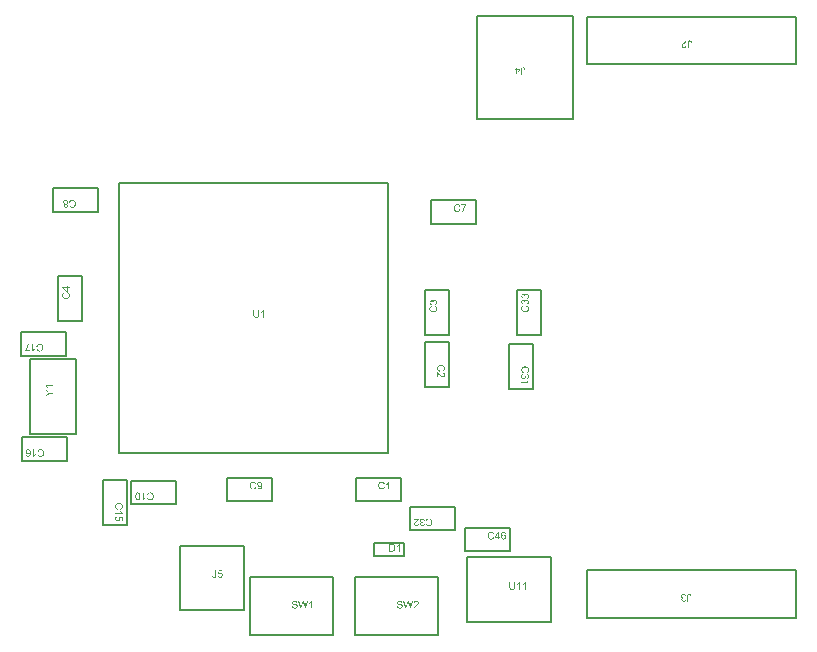
<source format=gbr>
G04*
G04 #@! TF.GenerationSoftware,Altium Limited,Altium Designer,25.1.2 (22)*
G04*
G04 Layer_Color=16711935*
%FSLAX25Y25*%
%MOIN*%
G70*
G04*
G04 #@! TF.SameCoordinates,8CEF69DF-C305-4807-9533-15B17650E19F*
G04*
G04*
G04 #@! TF.FilePolarity,Positive*
G04*
G01*
G75*
%ADD13C,0.00787*%
G36*
X480189Y377789D02*
Y377785D01*
Y377771D01*
Y377752D01*
Y377727D01*
X480185Y377694D01*
Y377658D01*
X480182Y377614D01*
X480178Y377570D01*
X480167Y377472D01*
X480152Y377370D01*
X480130Y377272D01*
X480116Y377225D01*
X480101Y377181D01*
Y377177D01*
X480098Y377170D01*
X480091Y377159D01*
X480083Y377145D01*
X480061Y377104D01*
X480029Y377053D01*
X479985Y376995D01*
X479934Y376937D01*
X479868Y376875D01*
X479788Y376821D01*
X479785D01*
X479777Y376813D01*
X479767Y376810D01*
X479748Y376799D01*
X479727Y376788D01*
X479697Y376777D01*
X479668Y376766D01*
X479632Y376751D01*
X479592Y376737D01*
X479548Y376726D01*
X479501Y376715D01*
X479446Y376704D01*
X479392Y376697D01*
X479333Y376690D01*
X479202Y376682D01*
X479170D01*
X479144Y376686D01*
X479115D01*
X479079Y376690D01*
X479038Y376693D01*
X478999Y376697D01*
X478907Y376711D01*
X478809Y376733D01*
X478715Y376762D01*
X478624Y376802D01*
X478620D01*
X478613Y376810D01*
X478602Y376817D01*
X478587Y376824D01*
X478547Y376853D01*
X478500Y376893D01*
X478445Y376944D01*
X478394Y377003D01*
X478343Y377075D01*
X478303Y377155D01*
Y377159D01*
X478300Y377166D01*
X478296Y377181D01*
X478289Y377199D01*
X478281Y377221D01*
X478274Y377250D01*
X478263Y377283D01*
X478256Y377323D01*
X478249Y377367D01*
X478238Y377414D01*
X478230Y377465D01*
X478223Y377519D01*
X478216Y377581D01*
X478212Y377647D01*
X478209Y377716D01*
Y377789D01*
Y379245D01*
X478544D01*
Y377789D01*
Y377785D01*
Y377774D01*
Y377756D01*
Y377734D01*
X478547Y377709D01*
Y377676D01*
X478551Y377607D01*
X478558Y377527D01*
X478569Y377447D01*
X478583Y377370D01*
X478591Y377338D01*
X478602Y377305D01*
X478605Y377297D01*
X478613Y377279D01*
X478631Y377254D01*
X478653Y377217D01*
X478678Y377181D01*
X478715Y377141D01*
X478758Y377101D01*
X478809Y377068D01*
X478817Y377064D01*
X478835Y377053D01*
X478867Y377043D01*
X478911Y377028D01*
X478962Y377010D01*
X479028Y376999D01*
X479097Y376988D01*
X479173Y376984D01*
X479210D01*
X479231Y376988D01*
X479264D01*
X479297Y376992D01*
X479377Y377006D01*
X479464Y377024D01*
X479548Y377053D01*
X479628Y377094D01*
X479665Y377119D01*
X479697Y377148D01*
X479701Y377152D01*
X479705Y377155D01*
X479712Y377166D01*
X479723Y377181D01*
X479734Y377203D01*
X479748Y377225D01*
X479763Y377257D01*
X479777Y377290D01*
X479792Y377330D01*
X479803Y377378D01*
X479817Y377432D01*
X479828Y377490D01*
X479839Y377556D01*
X479847Y377625D01*
X479854Y377705D01*
Y377789D01*
Y379245D01*
X480189D01*
Y377789D01*
D02*
G37*
G36*
X481783Y376726D02*
X481474D01*
Y378695D01*
X481470Y378692D01*
X481452Y378677D01*
X481430Y378655D01*
X481394Y378630D01*
X481354Y378597D01*
X481303Y378560D01*
X481244Y378520D01*
X481179Y378480D01*
X481175D01*
X481172Y378477D01*
X481150Y378462D01*
X481113Y378444D01*
X481070Y378422D01*
X481019Y378397D01*
X480964Y378371D01*
X480909Y378346D01*
X480855Y378324D01*
Y378622D01*
X480859D01*
X480866Y378630D01*
X480880Y378633D01*
X480899Y378644D01*
X480920Y378655D01*
X480946Y378670D01*
X481008Y378706D01*
X481081Y378746D01*
X481153Y378797D01*
X481230Y378855D01*
X481306Y378917D01*
X481310Y378921D01*
X481314Y378924D01*
X481324Y378935D01*
X481339Y378946D01*
X481372Y378983D01*
X481415Y379026D01*
X481459Y379077D01*
X481506Y379136D01*
X481546Y379194D01*
X481583Y379256D01*
X481783D01*
Y376726D01*
D02*
G37*
G36*
X568145Y460167D02*
X568174Y460163D01*
X568203Y460159D01*
X568280Y460145D01*
X568360Y460123D01*
X568444Y460090D01*
X568488Y460068D01*
X568528Y460043D01*
X568564Y460014D01*
X568600Y459981D01*
X568604Y459977D01*
X568608Y459974D01*
X568615Y459959D01*
X568626Y459944D01*
X568640Y459926D01*
X568655Y459901D01*
X568670Y459872D01*
X568688Y459839D01*
X568702Y459802D01*
X568717Y459759D01*
X568731Y459715D01*
X568746Y459664D01*
X568753Y459610D01*
X568764Y459548D01*
X568768Y459486D01*
Y459417D01*
X568466Y459373D01*
Y459377D01*
Y459384D01*
Y459399D01*
X568462Y459420D01*
X568458Y459442D01*
Y459468D01*
X568447Y459530D01*
X568436Y459595D01*
X568415Y459661D01*
X568393Y459719D01*
X568378Y459744D01*
X568360Y459766D01*
X568356Y459770D01*
X568342Y459781D01*
X568320Y459799D01*
X568291Y459817D01*
X568251Y459839D01*
X568207Y459854D01*
X568153Y459868D01*
X568094Y459872D01*
X568073D01*
X568051Y459868D01*
X568018Y459864D01*
X567985Y459857D01*
X567949Y459850D01*
X567912Y459835D01*
X567876Y459817D01*
X567872Y459813D01*
X567861Y459806D01*
X567847Y459792D01*
X567825Y459777D01*
X567807Y459752D01*
X567785Y459726D01*
X567767Y459697D01*
X567752Y459661D01*
Y459657D01*
X567745Y459642D01*
X567741Y459617D01*
X567734Y459584D01*
X567727Y459541D01*
X567723Y459486D01*
X567716Y459420D01*
Y459344D01*
Y457608D01*
X567381D01*
Y459326D01*
Y459329D01*
Y459340D01*
Y459355D01*
Y459377D01*
X567385Y459406D01*
Y459435D01*
X567392Y459504D01*
X567399Y459584D01*
X567414Y459668D01*
X567436Y459744D01*
X567461Y459817D01*
Y459821D01*
X567465Y459824D01*
X567476Y459846D01*
X567494Y459875D01*
X567519Y459915D01*
X567556Y459955D01*
X567596Y459999D01*
X567647Y460043D01*
X567705Y460079D01*
X567712Y460083D01*
X567734Y460094D01*
X567767Y460108D01*
X567814Y460123D01*
X567872Y460141D01*
X567938Y460156D01*
X568011Y460167D01*
X568091Y460170D01*
X568123D01*
X568145Y460167D01*
D02*
G37*
G36*
X565972Y459522D02*
X567068D01*
Y459238D01*
X565914Y457608D01*
X565663D01*
Y459238D01*
X565321D01*
Y459522D01*
X565663D01*
Y460126D01*
X565972D01*
Y459522D01*
D02*
G37*
G36*
X565480Y287106D02*
Y287103D01*
Y287088D01*
Y287070D01*
Y287045D01*
X565477Y287012D01*
Y286976D01*
X565473Y286932D01*
X565469Y286888D01*
X565458Y286790D01*
X565444Y286688D01*
X565422Y286590D01*
X565407Y286542D01*
X565393Y286499D01*
Y286495D01*
X565389Y286488D01*
X565382Y286477D01*
X565375Y286462D01*
X565353Y286422D01*
X565320Y286371D01*
X565276Y286313D01*
X565225Y286255D01*
X565160Y286193D01*
X565080Y286138D01*
X565076D01*
X565069Y286131D01*
X565058Y286127D01*
X565040Y286116D01*
X565018Y286105D01*
X564989Y286095D01*
X564960Y286084D01*
X564923Y286069D01*
X564883Y286055D01*
X564840Y286044D01*
X564792Y286033D01*
X564738Y286022D01*
X564683Y286015D01*
X564625Y286007D01*
X564494Y286000D01*
X564461D01*
X564435Y286004D01*
X564406D01*
X564370Y286007D01*
X564330Y286011D01*
X564290Y286015D01*
X564199Y286029D01*
X564101Y286051D01*
X564006Y286080D01*
X563915Y286120D01*
X563911D01*
X563904Y286127D01*
X563893Y286135D01*
X563878Y286142D01*
X563838Y286171D01*
X563791Y286211D01*
X563736Y286262D01*
X563686Y286320D01*
X563635Y286393D01*
X563595Y286473D01*
Y286477D01*
X563591Y286484D01*
X563587Y286499D01*
X563580Y286517D01*
X563573Y286539D01*
X563565Y286568D01*
X563555Y286601D01*
X563547Y286641D01*
X563540Y286684D01*
X563529Y286732D01*
X563522Y286783D01*
X563515Y286837D01*
X563507Y286899D01*
X563504Y286965D01*
X563500Y287034D01*
Y287106D01*
Y288562D01*
X563835D01*
Y287106D01*
Y287103D01*
Y287092D01*
Y287074D01*
Y287052D01*
X563838Y287026D01*
Y286994D01*
X563842Y286925D01*
X563849Y286844D01*
X563860Y286764D01*
X563875Y286688D01*
X563882Y286655D01*
X563893Y286622D01*
X563897Y286615D01*
X563904Y286597D01*
X563922Y286571D01*
X563944Y286535D01*
X563970Y286499D01*
X564006Y286459D01*
X564050Y286419D01*
X564101Y286386D01*
X564108Y286382D01*
X564126Y286371D01*
X564159Y286360D01*
X564202Y286346D01*
X564253Y286328D01*
X564319Y286317D01*
X564388Y286306D01*
X564465Y286302D01*
X564501D01*
X564523Y286306D01*
X564556D01*
X564588Y286309D01*
X564668Y286324D01*
X564756Y286342D01*
X564840Y286371D01*
X564920Y286411D01*
X564956Y286437D01*
X564989Y286466D01*
X564992Y286470D01*
X564996Y286473D01*
X565003Y286484D01*
X565014Y286499D01*
X565025Y286521D01*
X565040Y286542D01*
X565054Y286575D01*
X565069Y286608D01*
X565083Y286648D01*
X565094Y286695D01*
X565109Y286750D01*
X565120Y286808D01*
X565131Y286874D01*
X565138Y286943D01*
X565145Y287023D01*
Y287106D01*
Y288562D01*
X565480D01*
Y287106D01*
D02*
G37*
G36*
X569033Y286044D02*
X568723D01*
Y288013D01*
X568720Y288009D01*
X568702Y287995D01*
X568680Y287973D01*
X568643Y287947D01*
X568603Y287915D01*
X568552Y287878D01*
X568494Y287838D01*
X568429Y287798D01*
X568425D01*
X568421Y287794D01*
X568399Y287780D01*
X568363Y287762D01*
X568319Y287740D01*
X568268Y287714D01*
X568214Y287689D01*
X568159Y287663D01*
X568105Y287642D01*
Y287940D01*
X568108D01*
X568116Y287947D01*
X568130Y287951D01*
X568148Y287962D01*
X568170Y287973D01*
X568196Y287987D01*
X568257Y288024D01*
X568330Y288064D01*
X568403Y288115D01*
X568479Y288173D01*
X568556Y288235D01*
X568560Y288239D01*
X568563Y288242D01*
X568574Y288253D01*
X568589Y288264D01*
X568621Y288300D01*
X568665Y288344D01*
X568709Y288395D01*
X568756Y288453D01*
X568796Y288511D01*
X568832Y288573D01*
X569033D01*
Y286044D01*
D02*
G37*
G36*
X567074D02*
X566765D01*
Y288013D01*
X566761Y288009D01*
X566743Y287995D01*
X566721Y287973D01*
X566685Y287947D01*
X566645Y287915D01*
X566594Y287878D01*
X566536Y287838D01*
X566470Y287798D01*
X566467D01*
X566463Y287794D01*
X566441Y287780D01*
X566405Y287762D01*
X566361Y287740D01*
X566310Y287714D01*
X566255Y287689D01*
X566201Y287663D01*
X566146Y287642D01*
Y287940D01*
X566150D01*
X566157Y287947D01*
X566172Y287951D01*
X566190Y287962D01*
X566212Y287973D01*
X566237Y287987D01*
X566299Y288024D01*
X566372Y288064D01*
X566445Y288115D01*
X566521Y288173D01*
X566598Y288235D01*
X566601Y288239D01*
X566605Y288242D01*
X566616Y288253D01*
X566630Y288264D01*
X566663Y288300D01*
X566707Y288344D01*
X566750Y288395D01*
X566798Y288453D01*
X566838Y288511D01*
X566874Y288573D01*
X567074D01*
Y286044D01*
D02*
G37*
G36*
X623771Y469177D02*
X623800Y469174D01*
X623830Y469170D01*
X623906Y469156D01*
X623986Y469134D01*
X624070Y469101D01*
X624114Y469079D01*
X624154Y469054D01*
X624190Y469025D01*
X624226Y468992D01*
X624230Y468988D01*
X624234Y468985D01*
X624241Y468970D01*
X624252Y468956D01*
X624266Y468937D01*
X624281Y468912D01*
X624295Y468883D01*
X624314Y468850D01*
X624328Y468814D01*
X624343Y468770D01*
X624357Y468726D01*
X624372Y468675D01*
X624379Y468621D01*
X624390Y468559D01*
X624394Y468497D01*
Y468428D01*
X624092Y468384D01*
Y468388D01*
Y468395D01*
Y468409D01*
X624088Y468431D01*
X624084Y468453D01*
Y468479D01*
X624073Y468540D01*
X624062Y468606D01*
X624041Y468672D01*
X624019Y468730D01*
X624004Y468755D01*
X623986Y468777D01*
X623982Y468781D01*
X623968Y468792D01*
X623946Y468810D01*
X623917Y468828D01*
X623877Y468850D01*
X623833Y468864D01*
X623779Y468879D01*
X623720Y468883D01*
X623699D01*
X623677Y468879D01*
X623644Y468875D01*
X623611Y468868D01*
X623575Y468861D01*
X623538Y468846D01*
X623502Y468828D01*
X623498Y468824D01*
X623487Y468817D01*
X623473Y468803D01*
X623451Y468788D01*
X623433Y468762D01*
X623411Y468737D01*
X623393Y468708D01*
X623378Y468672D01*
Y468668D01*
X623371Y468653D01*
X623367Y468628D01*
X623360Y468595D01*
X623353Y468551D01*
X623349Y468497D01*
X623342Y468431D01*
Y468355D01*
Y466619D01*
X623007D01*
Y468337D01*
Y468340D01*
Y468351D01*
Y468366D01*
Y468388D01*
X623010Y468417D01*
Y468446D01*
X623018Y468515D01*
X623025Y468595D01*
X623040Y468679D01*
X623062Y468755D01*
X623087Y468828D01*
Y468832D01*
X623091Y468835D01*
X623102Y468857D01*
X623120Y468886D01*
X623145Y468926D01*
X623182Y468966D01*
X623222Y469010D01*
X623273Y469054D01*
X623331Y469090D01*
X623338Y469094D01*
X623360Y469105D01*
X623393Y469119D01*
X623440Y469134D01*
X623498Y469152D01*
X623564Y469167D01*
X623637Y469177D01*
X623717Y469181D01*
X623749D01*
X623771Y469177D01*
D02*
G37*
G36*
X622632Y469134D02*
Y469119D01*
Y469097D01*
X622628Y469068D01*
X622625Y469035D01*
X622617Y468999D01*
X622610Y468963D01*
X622596Y468923D01*
Y468919D01*
X622592Y468915D01*
X622585Y468894D01*
X622570Y468861D01*
X622548Y468817D01*
X622519Y468766D01*
X622483Y468708D01*
X622443Y468650D01*
X622392Y468588D01*
Y468584D01*
X622385Y468580D01*
X622366Y468559D01*
X622333Y468526D01*
X622286Y468479D01*
X622232Y468424D01*
X622162Y468359D01*
X622079Y468286D01*
X621988Y468209D01*
X621984Y468206D01*
X621970Y468195D01*
X621948Y468177D01*
X621922Y468155D01*
X621889Y468125D01*
X621849Y468093D01*
X621809Y468056D01*
X621762Y468016D01*
X621671Y467929D01*
X621580Y467842D01*
X621536Y467798D01*
X621496Y467754D01*
X621460Y467714D01*
X621431Y467674D01*
Y467670D01*
X621423Y467667D01*
X621416Y467656D01*
X621409Y467641D01*
X621383Y467601D01*
X621354Y467554D01*
X621329Y467496D01*
X621303Y467434D01*
X621289Y467365D01*
X621281Y467299D01*
Y467296D01*
Y467292D01*
X621285Y467270D01*
X621289Y467234D01*
X621300Y467194D01*
X621314Y467143D01*
X621340Y467092D01*
X621373Y467041D01*
X621416Y466990D01*
X621423Y466983D01*
X621442Y466968D01*
X621467Y466950D01*
X621507Y466924D01*
X621558Y466902D01*
X621616Y466881D01*
X621686Y466866D01*
X621762Y466862D01*
X621784D01*
X621798Y466866D01*
X621842Y466870D01*
X621893Y466881D01*
X621948Y466895D01*
X622010Y466921D01*
X622068Y466953D01*
X622122Y466997D01*
X622130Y467004D01*
X622144Y467023D01*
X622166Y467052D01*
X622188Y467095D01*
X622213Y467146D01*
X622235Y467212D01*
X622250Y467285D01*
X622257Y467368D01*
X622574Y467336D01*
Y467332D01*
X622570Y467321D01*
Y467303D01*
X622566Y467277D01*
X622559Y467248D01*
X622552Y467215D01*
X622541Y467175D01*
X622530Y467135D01*
X622501Y467048D01*
X622457Y466961D01*
X622432Y466917D01*
X622399Y466873D01*
X622366Y466833D01*
X622330Y466797D01*
X622326Y466793D01*
X622319Y466790D01*
X622308Y466779D01*
X622290Y466768D01*
X622268Y466753D01*
X622242Y466739D01*
X622213Y466720D01*
X622177Y466702D01*
X622137Y466684D01*
X622093Y466666D01*
X622046Y466651D01*
X621995Y466637D01*
X621940Y466626D01*
X621882Y466615D01*
X621820Y466611D01*
X621755Y466608D01*
X621718D01*
X621693Y466611D01*
X621664Y466615D01*
X621627Y466619D01*
X621587Y466626D01*
X621547Y466633D01*
X621453Y466659D01*
X621358Y466695D01*
X621311Y466717D01*
X621263Y466742D01*
X621220Y466775D01*
X621180Y466812D01*
X621176Y466815D01*
X621169Y466819D01*
X621161Y466833D01*
X621147Y466848D01*
X621129Y466866D01*
X621110Y466892D01*
X621092Y466917D01*
X621070Y466950D01*
X621034Y467019D01*
X620998Y467106D01*
X620983Y467150D01*
X620976Y467201D01*
X620968Y467252D01*
X620965Y467307D01*
Y467314D01*
Y467332D01*
X620968Y467361D01*
X620972Y467401D01*
X620979Y467445D01*
X620994Y467496D01*
X621008Y467550D01*
X621030Y467605D01*
X621034Y467612D01*
X621041Y467630D01*
X621056Y467660D01*
X621078Y467700D01*
X621107Y467743D01*
X621143Y467798D01*
X621187Y467852D01*
X621238Y467914D01*
X621245Y467922D01*
X621263Y467943D01*
X621281Y467962D01*
X621300Y467980D01*
X621322Y468002D01*
X621351Y468031D01*
X621380Y468060D01*
X621416Y468093D01*
X621453Y468129D01*
X621496Y468169D01*
X621544Y468209D01*
X621595Y468257D01*
X621653Y468304D01*
X621711Y468355D01*
X621715Y468359D01*
X621722Y468366D01*
X621736Y468377D01*
X621755Y468391D01*
X621777Y468413D01*
X621802Y468435D01*
X621860Y468482D01*
X621922Y468537D01*
X621980Y468591D01*
X622031Y468639D01*
X622053Y468657D01*
X622071Y468675D01*
X622075Y468679D01*
X622086Y468690D01*
X622100Y468704D01*
X622119Y468726D01*
X622137Y468752D01*
X622159Y468777D01*
X622202Y468839D01*
X620961D01*
Y469137D01*
X622632D01*
Y469134D01*
D02*
G37*
G36*
X465887Y290844D02*
Y290841D01*
Y290830D01*
Y290815D01*
Y290793D01*
X465883Y290764D01*
Y290735D01*
X465876Y290666D01*
X465869Y290586D01*
X465854Y290502D01*
X465832Y290426D01*
X465807Y290353D01*
Y290349D01*
X465803Y290346D01*
X465792Y290324D01*
X465774Y290295D01*
X465749Y290255D01*
X465712Y290215D01*
X465672Y290171D01*
X465621Y290127D01*
X465563Y290091D01*
X465556Y290087D01*
X465534Y290076D01*
X465501Y290062D01*
X465454Y290047D01*
X465395Y290029D01*
X465330Y290015D01*
X465257Y290004D01*
X465177Y290000D01*
X465144D01*
X465122Y290004D01*
X465093Y290007D01*
X465064Y290011D01*
X464988Y290025D01*
X464908Y290047D01*
X464824Y290080D01*
X464780Y290102D01*
X464740Y290127D01*
X464704Y290157D01*
X464667Y290189D01*
X464664Y290193D01*
X464660Y290196D01*
X464653Y290211D01*
X464642Y290226D01*
X464627Y290244D01*
X464613Y290269D01*
X464598Y290298D01*
X464580Y290331D01*
X464566Y290368D01*
X464551Y290411D01*
X464536Y290455D01*
X464522Y290506D01*
X464514Y290561D01*
X464504Y290622D01*
X464500Y290684D01*
Y290753D01*
X464802Y290797D01*
Y290793D01*
Y290786D01*
Y290772D01*
X464806Y290750D01*
X464809Y290728D01*
Y290703D01*
X464820Y290641D01*
X464831Y290575D01*
X464853Y290510D01*
X464875Y290451D01*
X464889Y290426D01*
X464908Y290404D01*
X464911Y290400D01*
X464926Y290389D01*
X464948Y290371D01*
X464977Y290353D01*
X465017Y290331D01*
X465061Y290317D01*
X465115Y290302D01*
X465173Y290298D01*
X465195D01*
X465217Y290302D01*
X465250Y290306D01*
X465282Y290313D01*
X465319Y290320D01*
X465355Y290335D01*
X465392Y290353D01*
X465395Y290357D01*
X465406Y290364D01*
X465421Y290378D01*
X465443Y290393D01*
X465461Y290419D01*
X465483Y290444D01*
X465501Y290473D01*
X465516Y290510D01*
Y290513D01*
X465523Y290528D01*
X465526Y290553D01*
X465534Y290586D01*
X465541Y290630D01*
X465545Y290684D01*
X465552Y290750D01*
Y290826D01*
Y292563D01*
X465887D01*
Y290844D01*
D02*
G37*
G36*
X467856Y292235D02*
X466848D01*
X466713Y291554D01*
X466717Y291558D01*
X466724Y291562D01*
X466735Y291569D01*
X466753Y291580D01*
X466775Y291591D01*
X466800Y291605D01*
X466859Y291634D01*
X466931Y291663D01*
X467011Y291689D01*
X467099Y291707D01*
X467143Y291714D01*
X467223D01*
X467244Y291711D01*
X467274Y291707D01*
X467306Y291704D01*
X467343Y291696D01*
X467383Y291685D01*
X467470Y291660D01*
X467518Y291642D01*
X467565Y291616D01*
X467612Y291591D01*
X467660Y291562D01*
X467703Y291525D01*
X467747Y291485D01*
X467751Y291481D01*
X467758Y291474D01*
X467769Y291463D01*
X467783Y291445D01*
X467801Y291420D01*
X467820Y291394D01*
X467841Y291361D01*
X467863Y291325D01*
X467881Y291285D01*
X467903Y291241D01*
X467922Y291190D01*
X467940Y291139D01*
X467954Y291085D01*
X467965Y291023D01*
X467973Y290961D01*
X467976Y290895D01*
Y290892D01*
Y290881D01*
Y290863D01*
X467973Y290837D01*
X467969Y290808D01*
X467965Y290775D01*
X467958Y290735D01*
X467951Y290695D01*
X467929Y290601D01*
X467892Y290502D01*
X467871Y290451D01*
X467841Y290404D01*
X467812Y290353D01*
X467776Y290306D01*
X467772Y290302D01*
X467765Y290291D01*
X467751Y290277D01*
X467732Y290258D01*
X467707Y290236D01*
X467678Y290207D01*
X467641Y290182D01*
X467601Y290153D01*
X467557Y290124D01*
X467507Y290098D01*
X467452Y290073D01*
X467394Y290047D01*
X467332Y290029D01*
X467263Y290015D01*
X467190Y290004D01*
X467113Y290000D01*
X467081D01*
X467055Y290004D01*
X467026Y290007D01*
X466993Y290011D01*
X466953Y290015D01*
X466913Y290025D01*
X466822Y290047D01*
X466731Y290080D01*
X466684Y290102D01*
X466637Y290127D01*
X466593Y290157D01*
X466549Y290189D01*
X466546Y290193D01*
X466538Y290196D01*
X466531Y290211D01*
X466516Y290226D01*
X466498Y290244D01*
X466480Y290266D01*
X466458Y290295D01*
X466440Y290328D01*
X466418Y290360D01*
X466396Y290400D01*
X466356Y290488D01*
X466324Y290590D01*
X466313Y290644D01*
X466305Y290703D01*
X466629Y290728D01*
Y290724D01*
Y290717D01*
X466633Y290706D01*
X466637Y290688D01*
X466647Y290648D01*
X466662Y290593D01*
X466684Y290539D01*
X466713Y290477D01*
X466749Y290422D01*
X466793Y290371D01*
X466800Y290368D01*
X466815Y290353D01*
X466844Y290335D01*
X466884Y290313D01*
X466928Y290291D01*
X466982Y290273D01*
X467044Y290258D01*
X467113Y290255D01*
X467135D01*
X467150Y290258D01*
X467194Y290262D01*
X467244Y290277D01*
X467306Y290295D01*
X467368Y290324D01*
X467434Y290368D01*
X467463Y290393D01*
X467492Y290422D01*
X467496Y290426D01*
X467499Y290429D01*
X467507Y290440D01*
X467518Y290451D01*
X467543Y290491D01*
X467572Y290542D01*
X467598Y290604D01*
X467623Y290681D01*
X467641Y290772D01*
X467649Y290819D01*
Y290870D01*
Y290874D01*
Y290881D01*
Y290895D01*
X467645Y290914D01*
Y290935D01*
X467641Y290961D01*
X467630Y291019D01*
X467612Y291088D01*
X467587Y291158D01*
X467550Y291223D01*
X467499Y291285D01*
Y291288D01*
X467492Y291292D01*
X467474Y291310D01*
X467441Y291336D01*
X467397Y291365D01*
X467339Y291390D01*
X467274Y291416D01*
X467197Y291434D01*
X467154Y291441D01*
X467084D01*
X467055Y291438D01*
X467019Y291434D01*
X466975Y291423D01*
X466931Y291412D01*
X466884Y291394D01*
X466837Y291372D01*
X466833Y291369D01*
X466819Y291361D01*
X466797Y291343D01*
X466768Y291325D01*
X466739Y291299D01*
X466709Y291267D01*
X466677Y291234D01*
X466651Y291194D01*
X466360Y291234D01*
X466604Y292530D01*
X467856D01*
Y292235D01*
D02*
G37*
G36*
X621685Y284678D02*
X621714Y284674D01*
X621746Y284670D01*
X621783Y284663D01*
X621823Y284656D01*
X621910Y284634D01*
X622001Y284597D01*
X622049Y284576D01*
X622092Y284550D01*
X622136Y284517D01*
X622180Y284485D01*
X622183Y284481D01*
X622191Y284474D01*
X622201Y284463D01*
X622212Y284448D01*
X622231Y284430D01*
X622249Y284404D01*
X622271Y284379D01*
X622293Y284346D01*
X622314Y284310D01*
X622336Y284274D01*
X622376Y284186D01*
X622409Y284084D01*
X622420Y284030D01*
X622427Y283971D01*
X622118Y283931D01*
Y283935D01*
X622114Y283942D01*
X622111Y283957D01*
X622107Y283975D01*
X622103Y283997D01*
X622096Y284022D01*
X622078Y284077D01*
X622052Y284142D01*
X622019Y284204D01*
X621983Y284262D01*
X621939Y284314D01*
X621932Y284317D01*
X621918Y284332D01*
X621888Y284350D01*
X621852Y284368D01*
X621808Y284390D01*
X621754Y284408D01*
X621692Y284423D01*
X621626Y284426D01*
X621605D01*
X621590Y284423D01*
X621550Y284419D01*
X621499Y284408D01*
X621441Y284390D01*
X621379Y284364D01*
X621317Y284328D01*
X621259Y284277D01*
X621251Y284270D01*
X621233Y284248D01*
X621211Y284215D01*
X621182Y284172D01*
X621153Y284117D01*
X621131Y284055D01*
X621113Y283982D01*
X621106Y283902D01*
Y283898D01*
Y283891D01*
Y283880D01*
X621109Y283866D01*
X621113Y283826D01*
X621124Y283778D01*
X621139Y283720D01*
X621164Y283662D01*
X621201Y283604D01*
X621248Y283549D01*
X621255Y283542D01*
X621273Y283527D01*
X621302Y283505D01*
X621343Y283480D01*
X621393Y283454D01*
X621455Y283433D01*
X621524Y283418D01*
X621601Y283411D01*
X621634D01*
X621659Y283414D01*
X621692Y283418D01*
X621728Y283425D01*
X621772Y283433D01*
X621819Y283443D01*
X621783Y283171D01*
X621765D01*
X621750Y283174D01*
X621703D01*
X621663Y283167D01*
X621616Y283160D01*
X621561Y283149D01*
X621499Y283131D01*
X621441Y283105D01*
X621379Y283072D01*
X621375D01*
X621372Y283069D01*
X621353Y283054D01*
X621328Y283029D01*
X621299Y282996D01*
X621270Y282948D01*
X621244Y282894D01*
X621226Y282832D01*
X621219Y282796D01*
Y282756D01*
Y282752D01*
Y282748D01*
Y282727D01*
X621226Y282697D01*
X621233Y282657D01*
X621248Y282614D01*
X621266Y282566D01*
X621295Y282519D01*
X621335Y282475D01*
X621339Y282472D01*
X621357Y282457D01*
X621383Y282439D01*
X621415Y282417D01*
X621459Y282399D01*
X621510Y282381D01*
X621568Y282366D01*
X621634Y282362D01*
X621663D01*
X621696Y282370D01*
X621739Y282377D01*
X621787Y282392D01*
X621834Y282410D01*
X621885Y282439D01*
X621932Y282475D01*
X621936Y282479D01*
X621950Y282497D01*
X621972Y282523D01*
X621998Y282559D01*
X622023Y282606D01*
X622049Y282665D01*
X622071Y282734D01*
X622085Y282814D01*
X622394Y282759D01*
Y282756D01*
X622391Y282745D01*
X622387Y282730D01*
X622383Y282708D01*
X622376Y282683D01*
X622365Y282654D01*
X622343Y282585D01*
X622307Y282504D01*
X622263Y282424D01*
X622209Y282348D01*
X622140Y282279D01*
X622136Y282275D01*
X622129Y282272D01*
X622118Y282264D01*
X622103Y282253D01*
X622085Y282239D01*
X622060Y282224D01*
X622034Y282210D01*
X622001Y282191D01*
X621929Y282162D01*
X621845Y282133D01*
X621746Y282115D01*
X621696Y282108D01*
X621605D01*
X621564Y282111D01*
X621517Y282119D01*
X621459Y282130D01*
X621393Y282148D01*
X621328Y282170D01*
X621262Y282199D01*
X621259D01*
X621255Y282202D01*
X621233Y282213D01*
X621201Y282235D01*
X621164Y282260D01*
X621120Y282297D01*
X621077Y282337D01*
X621033Y282384D01*
X620997Y282439D01*
X620993Y282446D01*
X620982Y282464D01*
X620968Y282497D01*
X620949Y282537D01*
X620931Y282585D01*
X620917Y282639D01*
X620906Y282701D01*
X620902Y282763D01*
Y282770D01*
Y282792D01*
X620906Y282821D01*
X620913Y282861D01*
X620924Y282908D01*
X620942Y282959D01*
X620964Y283010D01*
X620993Y283061D01*
X620997Y283069D01*
X621008Y283083D01*
X621029Y283109D01*
X621059Y283138D01*
X621095Y283171D01*
X621139Y283207D01*
X621190Y283240D01*
X621251Y283272D01*
X621248D01*
X621241Y283276D01*
X621230Y283280D01*
X621215Y283283D01*
X621175Y283298D01*
X621124Y283320D01*
X621066Y283349D01*
X621008Y283385D01*
X620953Y283433D01*
X620902Y283487D01*
X620898Y283494D01*
X620884Y283516D01*
X620862Y283553D01*
X620840Y283600D01*
X620818Y283658D01*
X620796Y283727D01*
X620782Y283807D01*
X620778Y283895D01*
Y283898D01*
Y283910D01*
Y283928D01*
X620782Y283949D01*
X620786Y283979D01*
X620793Y284011D01*
X620800Y284048D01*
X620807Y284088D01*
X620836Y284175D01*
X620858Y284223D01*
X620880Y284266D01*
X620909Y284314D01*
X620942Y284361D01*
X620978Y284408D01*
X621022Y284452D01*
X621026Y284455D01*
X621033Y284463D01*
X621048Y284474D01*
X621066Y284488D01*
X621088Y284506D01*
X621117Y284525D01*
X621150Y284546D01*
X621190Y284565D01*
X621230Y284587D01*
X621277Y284608D01*
X621324Y284627D01*
X621379Y284645D01*
X621437Y284659D01*
X621499Y284670D01*
X621561Y284678D01*
X621630Y284681D01*
X621663D01*
X621685Y284678D01*
D02*
G37*
G36*
X623614D02*
X623643Y284674D01*
X623672Y284670D01*
X623748Y284656D01*
X623829Y284634D01*
X623912Y284601D01*
X623956Y284579D01*
X623996Y284554D01*
X624032Y284525D01*
X624069Y284492D01*
X624073Y284488D01*
X624076Y284485D01*
X624083Y284470D01*
X624094Y284455D01*
X624109Y284437D01*
X624123Y284412D01*
X624138Y284383D01*
X624156Y284350D01*
X624171Y284314D01*
X624185Y284270D01*
X624200Y284226D01*
X624214Y284175D01*
X624222Y284121D01*
X624233Y284059D01*
X624236Y283997D01*
Y283928D01*
X623934Y283884D01*
Y283888D01*
Y283895D01*
Y283910D01*
X623931Y283931D01*
X623927Y283953D01*
Y283979D01*
X623916Y284040D01*
X623905Y284106D01*
X623883Y284172D01*
X623861Y284230D01*
X623847Y284255D01*
X623829Y284277D01*
X623825Y284281D01*
X623810Y284292D01*
X623789Y284310D01*
X623759Y284328D01*
X623719Y284350D01*
X623676Y284364D01*
X623621Y284379D01*
X623563Y284383D01*
X623541D01*
X623519Y284379D01*
X623486Y284375D01*
X623454Y284368D01*
X623417Y284361D01*
X623381Y284346D01*
X623345Y284328D01*
X623341Y284324D01*
X623330Y284317D01*
X623315Y284303D01*
X623293Y284288D01*
X623275Y284262D01*
X623253Y284237D01*
X623235Y284208D01*
X623221Y284172D01*
Y284168D01*
X623213Y284153D01*
X623210Y284128D01*
X623203Y284095D01*
X623195Y284051D01*
X623192Y283997D01*
X623184Y283931D01*
Y283855D01*
Y282119D01*
X622849D01*
Y283837D01*
Y283840D01*
Y283851D01*
Y283866D01*
Y283888D01*
X622853Y283917D01*
Y283946D01*
X622860Y284015D01*
X622868Y284095D01*
X622882Y284179D01*
X622904Y284255D01*
X622929Y284328D01*
Y284332D01*
X622933Y284335D01*
X622944Y284357D01*
X622962Y284386D01*
X622988Y284426D01*
X623024Y284466D01*
X623064Y284510D01*
X623115Y284554D01*
X623173Y284590D01*
X623181Y284594D01*
X623203Y284605D01*
X623235Y284619D01*
X623283Y284634D01*
X623341Y284652D01*
X623406Y284667D01*
X623479Y284678D01*
X623559Y284681D01*
X623592D01*
X623614Y284678D01*
D02*
G37*
G36*
X561705Y305361D02*
X561730D01*
X561760Y305358D01*
X561829Y305343D01*
X561905Y305325D01*
X561985Y305296D01*
X562065Y305252D01*
X562105Y305227D01*
X562142Y305198D01*
X562145Y305194D01*
X562149Y305190D01*
X562160Y305179D01*
X562171Y305169D01*
X562189Y305150D01*
X562204Y305128D01*
X562244Y305078D01*
X562284Y305012D01*
X562320Y304932D01*
X562353Y304841D01*
X562375Y304739D01*
X562065Y304714D01*
Y304717D01*
X562062Y304721D01*
X562058Y304743D01*
X562047Y304775D01*
X562033Y304815D01*
X562018Y304859D01*
X561996Y304903D01*
X561971Y304943D01*
X561945Y304976D01*
X561938Y304983D01*
X561923Y304997D01*
X561898Y305019D01*
X561862Y305045D01*
X561814Y305067D01*
X561763Y305088D01*
X561701Y305103D01*
X561636Y305110D01*
X561610D01*
X561581Y305107D01*
X561548Y305099D01*
X561505Y305088D01*
X561461Y305074D01*
X561417Y305056D01*
X561374Y305027D01*
X561366Y305023D01*
X561348Y305008D01*
X561323Y304983D01*
X561290Y304946D01*
X561254Y304903D01*
X561214Y304852D01*
X561177Y304786D01*
X561141Y304714D01*
Y304710D01*
X561137Y304703D01*
X561133Y304692D01*
X561126Y304677D01*
X561123Y304655D01*
X561115Y304630D01*
X561108Y304601D01*
X561101Y304564D01*
X561090Y304524D01*
X561083Y304481D01*
X561075Y304433D01*
X561072Y304382D01*
X561064Y304324D01*
X561061Y304266D01*
X561057Y304200D01*
Y304135D01*
X561061Y304138D01*
X561075Y304160D01*
X561101Y304189D01*
X561133Y304226D01*
X561170Y304269D01*
X561217Y304309D01*
X561268Y304349D01*
X561326Y304386D01*
X561330D01*
X561334Y304390D01*
X561355Y304400D01*
X561388Y304411D01*
X561432Y304430D01*
X561483Y304444D01*
X561541Y304455D01*
X561603Y304466D01*
X561669Y304470D01*
X561698D01*
X561720Y304466D01*
X561749Y304462D01*
X561778Y304459D01*
X561814Y304451D01*
X561851Y304440D01*
X561934Y304415D01*
X561978Y304397D01*
X562022Y304371D01*
X562065Y304346D01*
X562113Y304317D01*
X562156Y304280D01*
X562196Y304240D01*
X562200Y304237D01*
X562207Y304229D01*
X562218Y304218D01*
X562229Y304200D01*
X562247Y304175D01*
X562265Y304149D01*
X562284Y304117D01*
X562306Y304080D01*
X562327Y304040D01*
X562346Y303996D01*
X562364Y303945D01*
X562382Y303894D01*
X562393Y303840D01*
X562404Y303778D01*
X562411Y303716D01*
X562415Y303651D01*
Y303647D01*
Y303640D01*
Y303629D01*
Y303611D01*
X562411Y303589D01*
Y303567D01*
X562400Y303509D01*
X562389Y303439D01*
X562371Y303367D01*
X562346Y303287D01*
X562309Y303210D01*
Y303206D01*
X562306Y303203D01*
X562298Y303192D01*
X562291Y303177D01*
X562269Y303141D01*
X562236Y303094D01*
X562196Y303043D01*
X562149Y302992D01*
X562091Y302941D01*
X562029Y302897D01*
X562025D01*
X562022Y302893D01*
X562011Y302886D01*
X561996Y302883D01*
X561960Y302864D01*
X561912Y302846D01*
X561851Y302824D01*
X561781Y302810D01*
X561705Y302795D01*
X561621Y302792D01*
X561603D01*
X561585Y302795D01*
X561556D01*
X561523Y302799D01*
X561487Y302806D01*
X561443Y302817D01*
X561399Y302828D01*
X561348Y302842D01*
X561297Y302861D01*
X561246Y302883D01*
X561192Y302912D01*
X561141Y302944D01*
X561090Y302981D01*
X561039Y303025D01*
X560991Y303076D01*
X560988Y303079D01*
X560981Y303090D01*
X560970Y303105D01*
X560955Y303130D01*
X560933Y303163D01*
X560915Y303199D01*
X560893Y303247D01*
X560871Y303297D01*
X560846Y303359D01*
X560824Y303429D01*
X560806Y303505D01*
X560788Y303589D01*
X560770Y303683D01*
X560759Y303785D01*
X560751Y303894D01*
X560748Y304011D01*
Y304015D01*
Y304018D01*
Y304029D01*
Y304044D01*
X560751Y304080D01*
Y304131D01*
X560755Y304189D01*
X560762Y304258D01*
X560770Y304335D01*
X560780Y304419D01*
X560795Y304502D01*
X560813Y304593D01*
X560835Y304681D01*
X560860Y304768D01*
X560893Y304852D01*
X560930Y304932D01*
X560970Y305008D01*
X561017Y305074D01*
X561021Y305078D01*
X561028Y305085D01*
X561042Y305099D01*
X561061Y305121D01*
X561083Y305143D01*
X561112Y305165D01*
X561148Y305194D01*
X561184Y305219D01*
X561228Y305245D01*
X561275Y305274D01*
X561330Y305296D01*
X561385Y305321D01*
X561447Y305340D01*
X561512Y305354D01*
X561581Y305361D01*
X561654Y305365D01*
X561683D01*
X561705Y305361D01*
D02*
G37*
G36*
X557541Y305394D02*
X557574Y305391D01*
X557614Y305387D01*
X557654Y305383D01*
X557701Y305372D01*
X557799Y305350D01*
X557908Y305318D01*
X557963Y305296D01*
X558014Y305270D01*
X558065Y305238D01*
X558116Y305205D01*
X558120Y305201D01*
X558127Y305198D01*
X558141Y305187D01*
X558160Y305169D01*
X558178Y305150D01*
X558203Y305125D01*
X558229Y305096D01*
X558258Y305067D01*
X558287Y305030D01*
X558316Y304987D01*
X558349Y304943D01*
X558378Y304895D01*
X558403Y304841D01*
X558433Y304786D01*
X558454Y304728D01*
X558476Y304662D01*
X558149Y304586D01*
Y304590D01*
X558145Y304597D01*
X558138Y304612D01*
X558131Y304630D01*
X558123Y304652D01*
X558112Y304681D01*
X558083Y304739D01*
X558047Y304804D01*
X558003Y304870D01*
X557948Y304932D01*
X557890Y304987D01*
X557883Y304994D01*
X557861Y305008D01*
X557825Y305027D01*
X557777Y305052D01*
X557716Y305074D01*
X557646Y305096D01*
X557563Y305110D01*
X557472Y305114D01*
X557443D01*
X557424Y305110D01*
X557399D01*
X557370Y305107D01*
X557301Y305096D01*
X557224Y305081D01*
X557144Y305056D01*
X557060Y305019D01*
X556984Y304972D01*
X556980D01*
X556977Y304965D01*
X556951Y304946D01*
X556918Y304917D01*
X556878Y304874D01*
X556831Y304819D01*
X556787Y304757D01*
X556747Y304681D01*
X556711Y304597D01*
Y304593D01*
X556707Y304586D01*
X556704Y304575D01*
X556700Y304557D01*
X556693Y304535D01*
X556685Y304510D01*
X556674Y304448D01*
X556660Y304375D01*
X556645Y304295D01*
X556638Y304207D01*
X556634Y304113D01*
Y304109D01*
Y304098D01*
Y304080D01*
Y304058D01*
X556638Y304033D01*
Y304000D01*
X556642Y303964D01*
X556645Y303924D01*
X556656Y303836D01*
X556674Y303742D01*
X556696Y303647D01*
X556725Y303552D01*
Y303549D01*
X556729Y303541D01*
X556736Y303531D01*
X556744Y303512D01*
X556766Y303469D01*
X556798Y303418D01*
X556838Y303359D01*
X556889Y303297D01*
X556948Y303243D01*
X557017Y303192D01*
X557020D01*
X557028Y303188D01*
X557038Y303181D01*
X557053Y303174D01*
X557071Y303167D01*
X557093Y303156D01*
X557144Y303134D01*
X557210Y303112D01*
X557282Y303094D01*
X557362Y303079D01*
X557446Y303076D01*
X557472D01*
X557493Y303079D01*
X557519D01*
X557544Y303083D01*
X557610Y303097D01*
X557686Y303116D01*
X557763Y303145D01*
X557843Y303185D01*
X557883Y303206D01*
X557919Y303236D01*
X557923Y303239D01*
X557927Y303243D01*
X557938Y303254D01*
X557952Y303265D01*
X557967Y303283D01*
X557985Y303305D01*
X558007Y303327D01*
X558025Y303356D01*
X558047Y303389D01*
X558072Y303425D01*
X558094Y303461D01*
X558116Y303505D01*
X558134Y303552D01*
X558152Y303603D01*
X558171Y303658D01*
X558185Y303716D01*
X558520Y303632D01*
Y303629D01*
X558516Y303614D01*
X558509Y303592D01*
X558498Y303563D01*
X558487Y303531D01*
X558473Y303490D01*
X558454Y303447D01*
X558433Y303399D01*
X558382Y303297D01*
X558316Y303196D01*
X558276Y303145D01*
X558236Y303094D01*
X558192Y303050D01*
X558141Y303006D01*
X558138Y303003D01*
X558131Y302995D01*
X558112Y302988D01*
X558094Y302974D01*
X558065Y302955D01*
X558036Y302937D01*
X557996Y302919D01*
X557956Y302901D01*
X557908Y302879D01*
X557858Y302861D01*
X557803Y302842D01*
X557745Y302824D01*
X557683Y302810D01*
X557617Y302802D01*
X557548Y302795D01*
X557475Y302792D01*
X557435D01*
X557406Y302795D01*
X557373D01*
X557333Y302799D01*
X557290Y302806D01*
X557239Y302813D01*
X557133Y302832D01*
X557024Y302861D01*
X556915Y302901D01*
X556864Y302926D01*
X556813Y302955D01*
X556809Y302959D01*
X556802Y302963D01*
X556787Y302974D01*
X556773Y302988D01*
X556751Y303003D01*
X556725Y303025D01*
X556696Y303050D01*
X556667Y303079D01*
X556638Y303112D01*
X556605Y303145D01*
X556540Y303228D01*
X556478Y303327D01*
X556423Y303436D01*
Y303439D01*
X556416Y303450D01*
X556412Y303469D01*
X556401Y303490D01*
X556394Y303520D01*
X556383Y303556D01*
X556369Y303596D01*
X556358Y303640D01*
X556347Y303687D01*
X556332Y303742D01*
X556314Y303854D01*
X556300Y303982D01*
X556292Y304113D01*
Y304117D01*
Y304131D01*
Y304153D01*
X556296Y304178D01*
Y304215D01*
X556300Y304251D01*
X556303Y304298D01*
X556311Y304346D01*
X556329Y304451D01*
X556354Y304568D01*
X556391Y304684D01*
X556441Y304797D01*
X556445Y304801D01*
X556449Y304812D01*
X556456Y304826D01*
X556471Y304844D01*
X556485Y304870D01*
X556503Y304899D01*
X556551Y304965D01*
X556613Y305037D01*
X556685Y305110D01*
X556769Y305183D01*
X556867Y305245D01*
X556871Y305249D01*
X556882Y305252D01*
X556896Y305259D01*
X556915Y305270D01*
X556944Y305281D01*
X556973Y305292D01*
X557009Y305307D01*
X557049Y305321D01*
X557093Y305336D01*
X557140Y305350D01*
X557242Y305372D01*
X557359Y305391D01*
X557479Y305398D01*
X557515D01*
X557541Y305394D01*
D02*
G37*
G36*
X560103Y303723D02*
X560445D01*
Y303439D01*
X560103D01*
Y302835D01*
X559794D01*
Y303439D01*
X558698D01*
Y303723D01*
X559852Y305354D01*
X560103D01*
Y303723D01*
D02*
G37*
G36*
X527052Y282393D02*
X527077D01*
X527147Y282386D01*
X527223Y282375D01*
X527303Y282357D01*
X527390Y282335D01*
X527471Y282306D01*
X527474D01*
X527482Y282302D01*
X527492Y282295D01*
X527507Y282287D01*
X527543Y282269D01*
X527591Y282237D01*
X527645Y282200D01*
X527700Y282153D01*
X527751Y282098D01*
X527798Y282036D01*
Y282033D01*
X527802Y282029D01*
X527809Y282018D01*
X527816Y282007D01*
X527835Y281971D01*
X527856Y281923D01*
X527882Y281865D01*
X527900Y281796D01*
X527918Y281723D01*
X527926Y281643D01*
X527605Y281618D01*
Y281621D01*
Y281629D01*
X527602Y281640D01*
X527598Y281658D01*
X527587Y281698D01*
X527572Y281752D01*
X527551Y281811D01*
X527518Y281869D01*
X527478Y281923D01*
X527427Y281974D01*
X527420Y281978D01*
X527401Y281993D01*
X527365Y282014D01*
X527318Y282036D01*
X527256Y282058D01*
X527183Y282080D01*
X527092Y282095D01*
X526990Y282098D01*
X526939D01*
X526917Y282095D01*
X526888Y282091D01*
X526823Y282084D01*
X526750Y282069D01*
X526677Y282051D01*
X526608Y282022D01*
X526579Y282003D01*
X526550Y281985D01*
X526542Y281982D01*
X526528Y281967D01*
X526506Y281942D01*
X526484Y281912D01*
X526459Y281873D01*
X526437Y281829D01*
X526422Y281778D01*
X526415Y281720D01*
Y281712D01*
Y281698D01*
X526419Y281672D01*
X526426Y281643D01*
X526437Y281607D01*
X526455Y281570D01*
X526477Y281534D01*
X526510Y281498D01*
X526513Y281494D01*
X526531Y281483D01*
X526546Y281472D01*
X526561Y281465D01*
X526582Y281454D01*
X526608Y281439D01*
X526641Y281428D01*
X526677Y281414D01*
X526717Y281399D01*
X526764Y281381D01*
X526815Y281366D01*
X526874Y281348D01*
X526939Y281334D01*
X527012Y281315D01*
X527016D01*
X527030Y281312D01*
X527052Y281308D01*
X527077Y281301D01*
X527110Y281294D01*
X527150Y281283D01*
X527190Y281272D01*
X527234Y281261D01*
X527329Y281236D01*
X527420Y281210D01*
X527463Y281195D01*
X527503Y281181D01*
X527540Y281170D01*
X527569Y281155D01*
X527572D01*
X527580Y281152D01*
X527591Y281144D01*
X527605Y281137D01*
X527645Y281115D01*
X527693Y281086D01*
X527747Y281046D01*
X527802Y281002D01*
X527853Y280951D01*
X527896Y280897D01*
X527900Y280890D01*
X527915Y280872D01*
X527929Y280839D01*
X527951Y280795D01*
X527969Y280744D01*
X527987Y280682D01*
X527998Y280613D01*
X528002Y280540D01*
Y280537D01*
Y280533D01*
Y280522D01*
Y280507D01*
X527995Y280467D01*
X527987Y280416D01*
X527973Y280358D01*
X527955Y280296D01*
X527926Y280231D01*
X527885Y280162D01*
Y280158D01*
X527882Y280154D01*
X527864Y280133D01*
X527838Y280100D01*
X527802Y280063D01*
X527754Y280020D01*
X527696Y279972D01*
X527631Y279929D01*
X527554Y279889D01*
X527551D01*
X527543Y279885D01*
X527532Y279881D01*
X527518Y279874D01*
X527496Y279867D01*
X527471Y279856D01*
X527412Y279841D01*
X527343Y279823D01*
X527259Y279805D01*
X527168Y279794D01*
X527070Y279790D01*
X527012D01*
X526983Y279794D01*
X526950D01*
X526914Y279798D01*
X526870Y279801D01*
X526779Y279816D01*
X526684Y279830D01*
X526590Y279856D01*
X526499Y279889D01*
X526495D01*
X526488Y279892D01*
X526477Y279900D01*
X526462Y279907D01*
X526419Y279929D01*
X526368Y279961D01*
X526309Y280005D01*
X526248Y280056D01*
X526189Y280118D01*
X526135Y280187D01*
Y280191D01*
X526127Y280198D01*
X526124Y280209D01*
X526113Y280223D01*
X526106Y280242D01*
X526095Y280264D01*
X526069Y280318D01*
X526044Y280387D01*
X526022Y280464D01*
X526007Y280551D01*
X526000Y280642D01*
X526313Y280671D01*
Y280668D01*
Y280664D01*
X526317Y280653D01*
Y280639D01*
X526324Y280606D01*
X526335Y280558D01*
X526349Y280511D01*
X526364Y280456D01*
X526390Y280405D01*
X526415Y280358D01*
X526419Y280355D01*
X526430Y280340D01*
X526448Y280314D01*
X526477Y280289D01*
X526513Y280256D01*
X526553Y280223D01*
X526608Y280191D01*
X526666Y280162D01*
X526670D01*
X526673Y280158D01*
X526684Y280154D01*
X526695Y280151D01*
X526732Y280140D01*
X526779Y280125D01*
X526837Y280111D01*
X526903Y280100D01*
X526975Y280093D01*
X527056Y280089D01*
X527088D01*
X527125Y280093D01*
X527168Y280096D01*
X527219Y280103D01*
X527278Y280111D01*
X527336Y280125D01*
X527390Y280143D01*
X527398Y280147D01*
X527416Y280154D01*
X527441Y280169D01*
X527474Y280184D01*
X527507Y280209D01*
X527543Y280235D01*
X527580Y280264D01*
X527609Y280300D01*
X527612Y280304D01*
X527620Y280318D01*
X527631Y280336D01*
X527645Y280365D01*
X527660Y280395D01*
X527671Y280431D01*
X527678Y280471D01*
X527682Y280515D01*
Y280518D01*
Y280537D01*
X527678Y280558D01*
X527674Y280588D01*
X527664Y280617D01*
X527653Y280653D01*
X527634Y280690D01*
X527609Y280722D01*
X527605Y280726D01*
X527594Y280737D01*
X527580Y280751D01*
X527554Y280773D01*
X527525Y280795D01*
X527485Y280820D01*
X527438Y280846D01*
X527383Y280868D01*
X527380Y280872D01*
X527361Y280875D01*
X527332Y280886D01*
X527314Y280890D01*
X527289Y280897D01*
X527263Y280908D01*
X527230Y280915D01*
X527194Y280926D01*
X527150Y280937D01*
X527107Y280948D01*
X527056Y280962D01*
X526997Y280977D01*
X526935Y280992D01*
X526932D01*
X526921Y280995D01*
X526903Y280999D01*
X526881Y281006D01*
X526852Y281013D01*
X526819Y281021D01*
X526746Y281043D01*
X526666Y281068D01*
X526582Y281094D01*
X526510Y281119D01*
X526477Y281134D01*
X526448Y281148D01*
X526444D01*
X526440Y281152D01*
X526419Y281166D01*
X526386Y281185D01*
X526349Y281214D01*
X526306Y281246D01*
X526262Y281286D01*
X526218Y281334D01*
X526182Y281385D01*
X526178Y281392D01*
X526167Y281410D01*
X526153Y281439D01*
X526138Y281476D01*
X526124Y281523D01*
X526109Y281578D01*
X526098Y281636D01*
X526095Y281698D01*
Y281701D01*
Y281705D01*
Y281716D01*
Y281731D01*
X526102Y281767D01*
X526109Y281814D01*
X526120Y281869D01*
X526138Y281931D01*
X526164Y281993D01*
X526200Y282054D01*
Y282058D01*
X526204Y282062D01*
X526222Y282084D01*
X526248Y282113D01*
X526280Y282149D01*
X526324Y282189D01*
X526379Y282233D01*
X526444Y282273D01*
X526517Y282309D01*
X526520D01*
X526528Y282313D01*
X526539Y282316D01*
X526553Y282324D01*
X526572Y282331D01*
X526597Y282338D01*
X526652Y282353D01*
X526721Y282367D01*
X526801Y282382D01*
X526885Y282393D01*
X526979Y282397D01*
X527027D01*
X527052Y282393D01*
D02*
G37*
G36*
X530779Y279834D02*
X530452D01*
X529924Y281752D01*
Y281756D01*
X529920Y281763D01*
X529917Y281774D01*
X529913Y281792D01*
X529902Y281832D01*
X529891Y281880D01*
X529877Y281931D01*
X529862Y281978D01*
X529851Y282018D01*
X529847Y282036D01*
X529844Y282047D01*
Y282044D01*
X529840Y282040D01*
X529837Y282018D01*
X529829Y281985D01*
X529818Y281945D01*
X529807Y281902D01*
X529793Y281851D01*
X529782Y281800D01*
X529767Y281752D01*
X529236Y279834D01*
X528887D01*
X528228Y282353D01*
X528574D01*
X528948Y280700D01*
Y280697D01*
X528952Y280690D01*
X528956Y280675D01*
X528959Y280657D01*
X528963Y280631D01*
X528970Y280606D01*
X528977Y280573D01*
X528985Y280537D01*
X529003Y280460D01*
X529021Y280373D01*
X529039Y280278D01*
X529058Y280184D01*
Y280187D01*
X529061Y280202D01*
X529069Y280220D01*
X529072Y280249D01*
X529079Y280278D01*
X529090Y280314D01*
X529109Y280395D01*
X529130Y280475D01*
X529138Y280515D01*
X529149Y280551D01*
X529156Y280584D01*
X529163Y280613D01*
X529170Y280635D01*
X529174Y280649D01*
X529651Y282353D01*
X530055D01*
X530412Y281075D01*
Y281072D01*
X530419Y281053D01*
X530426Y281028D01*
X530434Y280995D01*
X530444Y280951D01*
X530459Y280904D01*
X530474Y280850D01*
X530488Y280788D01*
X530506Y280719D01*
X530521Y280649D01*
X530554Y280500D01*
X530586Y280344D01*
X530612Y280184D01*
Y280187D01*
X530616Y280194D01*
Y280209D01*
X530623Y280227D01*
X530626Y280249D01*
X530634Y280275D01*
X530637Y280307D01*
X530648Y280344D01*
X530666Y280424D01*
X530688Y280518D01*
X530710Y280620D01*
X530739Y280733D01*
X531132Y282353D01*
X531471D01*
X530779Y279834D01*
D02*
G37*
G36*
X532552Y282360D02*
X532581Y282357D01*
X532618Y282353D01*
X532658Y282346D01*
X532698Y282338D01*
X532792Y282313D01*
X532887Y282277D01*
X532934Y282255D01*
X532981Y282229D01*
X533025Y282196D01*
X533065Y282160D01*
X533069Y282156D01*
X533076Y282153D01*
X533083Y282138D01*
X533098Y282124D01*
X533116Y282105D01*
X533134Y282080D01*
X533153Y282054D01*
X533174Y282022D01*
X533211Y281953D01*
X533247Y281865D01*
X533262Y281821D01*
X533269Y281770D01*
X533276Y281720D01*
X533280Y281665D01*
Y281658D01*
Y281640D01*
X533276Y281610D01*
X533273Y281570D01*
X533265Y281527D01*
X533251Y281476D01*
X533236Y281421D01*
X533215Y281366D01*
X533211Y281359D01*
X533204Y281341D01*
X533189Y281312D01*
X533167Y281272D01*
X533138Y281228D01*
X533102Y281174D01*
X533058Y281119D01*
X533007Y281057D01*
X533000Y281050D01*
X532981Y281028D01*
X532963Y281010D01*
X532945Y280992D01*
X532923Y280970D01*
X532894Y280941D01*
X532865Y280911D01*
X532829Y280879D01*
X532792Y280842D01*
X532749Y280802D01*
X532701Y280762D01*
X532650Y280715D01*
X532592Y280668D01*
X532534Y280617D01*
X532530Y280613D01*
X532523Y280606D01*
X532508Y280595D01*
X532490Y280580D01*
X532468Y280558D01*
X532443Y280537D01*
X532385Y280489D01*
X532323Y280435D01*
X532264Y280380D01*
X532213Y280333D01*
X532192Y280314D01*
X532173Y280296D01*
X532170Y280293D01*
X532159Y280282D01*
X532144Y280267D01*
X532126Y280245D01*
X532108Y280220D01*
X532086Y280194D01*
X532042Y280133D01*
X533284D01*
Y279834D01*
X531613D01*
Y279838D01*
Y279852D01*
Y279874D01*
X531616Y279903D01*
X531620Y279936D01*
X531627Y279972D01*
X531635Y280009D01*
X531649Y280049D01*
Y280052D01*
X531653Y280056D01*
X531660Y280078D01*
X531675Y280111D01*
X531697Y280154D01*
X531726Y280205D01*
X531762Y280264D01*
X531802Y280322D01*
X531853Y280384D01*
Y280387D01*
X531860Y280391D01*
X531879Y280413D01*
X531911Y280446D01*
X531959Y280493D01*
X532013Y280547D01*
X532082Y280613D01*
X532166Y280686D01*
X532257Y280762D01*
X532261Y280766D01*
X532275Y280777D01*
X532297Y280795D01*
X532323Y280817D01*
X532355Y280846D01*
X532396Y280879D01*
X532436Y280915D01*
X532483Y280955D01*
X532574Y281043D01*
X532665Y281130D01*
X532709Y281174D01*
X532749Y281217D01*
X532785Y281257D01*
X532814Y281297D01*
Y281301D01*
X532821Y281305D01*
X532829Y281315D01*
X532836Y281330D01*
X532861Y281370D01*
X532891Y281417D01*
X532916Y281476D01*
X532941Y281538D01*
X532956Y281607D01*
X532963Y281672D01*
Y281676D01*
Y281680D01*
X532960Y281701D01*
X532956Y281738D01*
X532945Y281778D01*
X532931Y281829D01*
X532905Y281880D01*
X532872Y281931D01*
X532829Y281982D01*
X532821Y281989D01*
X532803Y282003D01*
X532778Y282022D01*
X532738Y282047D01*
X532687Y282069D01*
X532628Y282091D01*
X532559Y282105D01*
X532483Y282109D01*
X532461D01*
X532446Y282105D01*
X532403Y282102D01*
X532352Y282091D01*
X532297Y282076D01*
X532235Y282051D01*
X532177Y282018D01*
X532123Y281974D01*
X532115Y281967D01*
X532101Y281949D01*
X532079Y281920D01*
X532057Y281876D01*
X532031Y281825D01*
X532010Y281760D01*
X531995Y281687D01*
X531988Y281603D01*
X531671Y281636D01*
Y281640D01*
X531675Y281650D01*
Y281669D01*
X531678Y281694D01*
X531686Y281723D01*
X531693Y281756D01*
X531704Y281796D01*
X531715Y281836D01*
X531744Y281923D01*
X531788Y282011D01*
X531813Y282054D01*
X531846Y282098D01*
X531879Y282138D01*
X531915Y282175D01*
X531919Y282178D01*
X531926Y282182D01*
X531937Y282193D01*
X531955Y282204D01*
X531977Y282218D01*
X532002Y282233D01*
X532031Y282251D01*
X532068Y282269D01*
X532108Y282287D01*
X532152Y282306D01*
X532199Y282320D01*
X532250Y282335D01*
X532304Y282346D01*
X532363Y282357D01*
X532425Y282360D01*
X532490Y282364D01*
X532526D01*
X532552Y282360D01*
D02*
G37*
G36*
X492052Y282393D02*
X492077D01*
X492147Y282386D01*
X492223Y282375D01*
X492303Y282357D01*
X492390Y282335D01*
X492471Y282306D01*
X492474D01*
X492482Y282302D01*
X492492Y282295D01*
X492507Y282287D01*
X492543Y282269D01*
X492591Y282237D01*
X492645Y282200D01*
X492700Y282153D01*
X492751Y282098D01*
X492798Y282036D01*
Y282033D01*
X492802Y282029D01*
X492809Y282018D01*
X492816Y282007D01*
X492835Y281971D01*
X492856Y281923D01*
X492882Y281865D01*
X492900Y281796D01*
X492918Y281723D01*
X492926Y281643D01*
X492605Y281618D01*
Y281621D01*
Y281629D01*
X492602Y281640D01*
X492598Y281658D01*
X492587Y281698D01*
X492572Y281752D01*
X492551Y281811D01*
X492518Y281869D01*
X492478Y281923D01*
X492427Y281974D01*
X492420Y281978D01*
X492401Y281993D01*
X492365Y282014D01*
X492318Y282036D01*
X492256Y282058D01*
X492183Y282080D01*
X492092Y282095D01*
X491990Y282098D01*
X491939D01*
X491917Y282095D01*
X491888Y282091D01*
X491823Y282084D01*
X491750Y282069D01*
X491677Y282051D01*
X491608Y282022D01*
X491579Y282003D01*
X491550Y281985D01*
X491542Y281982D01*
X491528Y281967D01*
X491506Y281942D01*
X491484Y281912D01*
X491459Y281873D01*
X491437Y281829D01*
X491422Y281778D01*
X491415Y281720D01*
Y281712D01*
Y281698D01*
X491419Y281672D01*
X491426Y281643D01*
X491437Y281607D01*
X491455Y281570D01*
X491477Y281534D01*
X491510Y281498D01*
X491513Y281494D01*
X491531Y281483D01*
X491546Y281472D01*
X491561Y281465D01*
X491582Y281454D01*
X491608Y281439D01*
X491641Y281428D01*
X491677Y281414D01*
X491717Y281399D01*
X491764Y281381D01*
X491815Y281366D01*
X491874Y281348D01*
X491939Y281334D01*
X492012Y281315D01*
X492016D01*
X492030Y281312D01*
X492052Y281308D01*
X492077Y281301D01*
X492110Y281294D01*
X492150Y281283D01*
X492190Y281272D01*
X492234Y281261D01*
X492329Y281236D01*
X492420Y281210D01*
X492463Y281195D01*
X492503Y281181D01*
X492540Y281170D01*
X492569Y281155D01*
X492572D01*
X492580Y281152D01*
X492591Y281144D01*
X492605Y281137D01*
X492645Y281115D01*
X492693Y281086D01*
X492747Y281046D01*
X492802Y281002D01*
X492853Y280951D01*
X492896Y280897D01*
X492900Y280890D01*
X492915Y280872D01*
X492929Y280839D01*
X492951Y280795D01*
X492969Y280744D01*
X492987Y280682D01*
X492998Y280613D01*
X493002Y280540D01*
Y280537D01*
Y280533D01*
Y280522D01*
Y280507D01*
X492995Y280467D01*
X492987Y280416D01*
X492973Y280358D01*
X492955Y280296D01*
X492926Y280231D01*
X492885Y280162D01*
Y280158D01*
X492882Y280154D01*
X492864Y280133D01*
X492838Y280100D01*
X492802Y280063D01*
X492755Y280020D01*
X492696Y279972D01*
X492631Y279929D01*
X492554Y279889D01*
X492551D01*
X492543Y279885D01*
X492532Y279881D01*
X492518Y279874D01*
X492496Y279867D01*
X492471Y279856D01*
X492412Y279841D01*
X492343Y279823D01*
X492259Y279805D01*
X492168Y279794D01*
X492070Y279790D01*
X492012D01*
X491983Y279794D01*
X491950D01*
X491914Y279798D01*
X491870Y279801D01*
X491779Y279816D01*
X491684Y279830D01*
X491590Y279856D01*
X491499Y279889D01*
X491495D01*
X491488Y279892D01*
X491477Y279900D01*
X491462Y279907D01*
X491419Y279929D01*
X491368Y279961D01*
X491309Y280005D01*
X491248Y280056D01*
X491189Y280118D01*
X491135Y280187D01*
Y280191D01*
X491127Y280198D01*
X491124Y280209D01*
X491113Y280223D01*
X491106Y280242D01*
X491095Y280264D01*
X491069Y280318D01*
X491044Y280387D01*
X491022Y280464D01*
X491007Y280551D01*
X491000Y280642D01*
X491313Y280671D01*
Y280668D01*
Y280664D01*
X491317Y280653D01*
Y280639D01*
X491324Y280606D01*
X491335Y280558D01*
X491349Y280511D01*
X491364Y280456D01*
X491390Y280405D01*
X491415Y280358D01*
X491419Y280355D01*
X491430Y280340D01*
X491448Y280314D01*
X491477Y280289D01*
X491513Y280256D01*
X491553Y280223D01*
X491608Y280191D01*
X491666Y280162D01*
X491670D01*
X491673Y280158D01*
X491684Y280154D01*
X491695Y280151D01*
X491732Y280140D01*
X491779Y280125D01*
X491837Y280111D01*
X491903Y280100D01*
X491975Y280093D01*
X492056Y280089D01*
X492088D01*
X492125Y280093D01*
X492168Y280096D01*
X492219Y280103D01*
X492278Y280111D01*
X492336Y280125D01*
X492390Y280143D01*
X492398Y280147D01*
X492416Y280154D01*
X492441Y280169D01*
X492474Y280184D01*
X492507Y280209D01*
X492543Y280235D01*
X492580Y280264D01*
X492609Y280300D01*
X492613Y280304D01*
X492620Y280318D01*
X492631Y280336D01*
X492645Y280365D01*
X492660Y280395D01*
X492671Y280431D01*
X492678Y280471D01*
X492682Y280515D01*
Y280518D01*
Y280537D01*
X492678Y280558D01*
X492674Y280588D01*
X492663Y280617D01*
X492653Y280653D01*
X492634Y280690D01*
X492609Y280722D01*
X492605Y280726D01*
X492594Y280737D01*
X492580Y280751D01*
X492554Y280773D01*
X492525Y280795D01*
X492485Y280820D01*
X492438Y280846D01*
X492383Y280868D01*
X492380Y280872D01*
X492361Y280875D01*
X492332Y280886D01*
X492314Y280890D01*
X492289Y280897D01*
X492263Y280908D01*
X492230Y280915D01*
X492194Y280926D01*
X492150Y280937D01*
X492107Y280948D01*
X492056Y280962D01*
X491997Y280977D01*
X491935Y280992D01*
X491932D01*
X491921Y280995D01*
X491903Y280999D01*
X491881Y281006D01*
X491852Y281013D01*
X491819Y281021D01*
X491746Y281043D01*
X491666Y281068D01*
X491582Y281094D01*
X491510Y281119D01*
X491477Y281134D01*
X491448Y281148D01*
X491444D01*
X491440Y281152D01*
X491419Y281166D01*
X491386Y281185D01*
X491349Y281214D01*
X491306Y281246D01*
X491262Y281286D01*
X491218Y281334D01*
X491182Y281385D01*
X491178Y281392D01*
X491167Y281410D01*
X491153Y281439D01*
X491138Y281476D01*
X491124Y281523D01*
X491109Y281578D01*
X491098Y281636D01*
X491095Y281698D01*
Y281701D01*
Y281705D01*
Y281716D01*
Y281731D01*
X491102Y281767D01*
X491109Y281814D01*
X491120Y281869D01*
X491138Y281931D01*
X491164Y281993D01*
X491200Y282054D01*
Y282058D01*
X491204Y282062D01*
X491222Y282084D01*
X491248Y282113D01*
X491280Y282149D01*
X491324Y282189D01*
X491379Y282233D01*
X491444Y282273D01*
X491517Y282309D01*
X491521D01*
X491528Y282313D01*
X491539Y282316D01*
X491553Y282324D01*
X491572Y282331D01*
X491597Y282338D01*
X491652Y282353D01*
X491721Y282367D01*
X491801Y282382D01*
X491885Y282393D01*
X491979Y282397D01*
X492027D01*
X492052Y282393D01*
D02*
G37*
G36*
X495779Y279834D02*
X495452D01*
X494924Y281752D01*
Y281756D01*
X494920Y281763D01*
X494917Y281774D01*
X494913Y281792D01*
X494902Y281832D01*
X494891Y281880D01*
X494877Y281931D01*
X494862Y281978D01*
X494851Y282018D01*
X494847Y282036D01*
X494844Y282047D01*
Y282044D01*
X494840Y282040D01*
X494837Y282018D01*
X494829Y281985D01*
X494818Y281945D01*
X494807Y281902D01*
X494793Y281851D01*
X494782Y281800D01*
X494767Y281752D01*
X494236Y279834D01*
X493887D01*
X493228Y282353D01*
X493574D01*
X493948Y280700D01*
Y280697D01*
X493952Y280690D01*
X493956Y280675D01*
X493959Y280657D01*
X493963Y280631D01*
X493970Y280606D01*
X493977Y280573D01*
X493985Y280537D01*
X494003Y280460D01*
X494021Y280373D01*
X494039Y280278D01*
X494058Y280184D01*
Y280187D01*
X494061Y280202D01*
X494068Y280220D01*
X494072Y280249D01*
X494079Y280278D01*
X494090Y280314D01*
X494109Y280395D01*
X494130Y280475D01*
X494138Y280515D01*
X494149Y280551D01*
X494156Y280584D01*
X494163Y280613D01*
X494170Y280635D01*
X494174Y280649D01*
X494651Y282353D01*
X495055D01*
X495412Y281075D01*
Y281072D01*
X495419Y281053D01*
X495426Y281028D01*
X495434Y280995D01*
X495444Y280951D01*
X495459Y280904D01*
X495474Y280850D01*
X495488Y280788D01*
X495506Y280719D01*
X495521Y280649D01*
X495554Y280500D01*
X495586Y280344D01*
X495612Y280184D01*
Y280187D01*
X495615Y280194D01*
Y280209D01*
X495623Y280227D01*
X495626Y280249D01*
X495634Y280275D01*
X495637Y280307D01*
X495648Y280344D01*
X495667Y280424D01*
X495688Y280518D01*
X495710Y280620D01*
X495739Y280733D01*
X496132Y282353D01*
X496471D01*
X495779Y279834D01*
D02*
G37*
G36*
X497821D02*
X497512D01*
Y281803D01*
X497508Y281800D01*
X497490Y281785D01*
X497468Y281763D01*
X497432Y281738D01*
X497392Y281705D01*
X497341Y281669D01*
X497283Y281629D01*
X497217Y281589D01*
X497214D01*
X497210Y281585D01*
X497188Y281570D01*
X497152Y281552D01*
X497108Y281530D01*
X497057Y281505D01*
X497002Y281479D01*
X496948Y281454D01*
X496893Y281432D01*
Y281731D01*
X496897D01*
X496904Y281738D01*
X496919Y281741D01*
X496937Y281752D01*
X496959Y281763D01*
X496984Y281778D01*
X497046Y281814D01*
X497119Y281854D01*
X497192Y281905D01*
X497268Y281963D01*
X497344Y282025D01*
X497348Y282029D01*
X497352Y282033D01*
X497363Y282044D01*
X497377Y282054D01*
X497410Y282091D01*
X497454Y282135D01*
X497497Y282186D01*
X497545Y282244D01*
X497585Y282302D01*
X497621Y282364D01*
X497821D01*
Y279834D01*
D02*
G37*
G36*
X534584Y309807D02*
X534613Y309803D01*
X534646Y309800D01*
X534682Y309792D01*
X534722Y309785D01*
X534809Y309763D01*
X534900Y309727D01*
X534948Y309705D01*
X534991Y309680D01*
X535035Y309647D01*
X535079Y309614D01*
X535082Y309610D01*
X535089Y309603D01*
X535101Y309592D01*
X535111Y309578D01*
X535130Y309559D01*
X535148Y309534D01*
X535170Y309508D01*
X535191Y309476D01*
X535213Y309439D01*
X535235Y309403D01*
X535275Y309315D01*
X535308Y309214D01*
X535319Y309159D01*
X535326Y309101D01*
X535017Y309061D01*
Y309064D01*
X535013Y309072D01*
X535009Y309086D01*
X535006Y309104D01*
X535002Y309126D01*
X534995Y309152D01*
X534977Y309206D01*
X534951Y309272D01*
X534918Y309334D01*
X534882Y309392D01*
X534838Y309443D01*
X534831Y309447D01*
X534817Y309461D01*
X534787Y309479D01*
X534751Y309497D01*
X534707Y309519D01*
X534653Y309538D01*
X534591Y309552D01*
X534525Y309556D01*
X534504D01*
X534489Y309552D01*
X534449Y309548D01*
X534398Y309538D01*
X534340Y309519D01*
X534278Y309494D01*
X534216Y309457D01*
X534158Y309406D01*
X534150Y309399D01*
X534132Y309377D01*
X534110Y309345D01*
X534081Y309301D01*
X534052Y309246D01*
X534030Y309185D01*
X534012Y309112D01*
X534005Y309032D01*
Y309028D01*
Y309021D01*
Y309010D01*
X534009Y308995D01*
X534012Y308955D01*
X534023Y308908D01*
X534038Y308850D01*
X534063Y308791D01*
X534099Y308733D01*
X534147Y308679D01*
X534154Y308671D01*
X534172Y308657D01*
X534201Y308635D01*
X534241Y308609D01*
X534292Y308584D01*
X534354Y308562D01*
X534423Y308547D01*
X534500Y308540D01*
X534533D01*
X534558Y308544D01*
X534591Y308547D01*
X534627Y308555D01*
X534671Y308562D01*
X534718Y308573D01*
X534682Y308300D01*
X534664D01*
X534649Y308304D01*
X534602D01*
X534562Y308296D01*
X534514Y308289D01*
X534460Y308278D01*
X534398Y308260D01*
X534340Y308234D01*
X534278Y308202D01*
X534274D01*
X534270Y308198D01*
X534252Y308183D01*
X534227Y308158D01*
X534198Y308125D01*
X534169Y308078D01*
X534143Y308023D01*
X534125Y307961D01*
X534118Y307925D01*
Y307885D01*
Y307881D01*
Y307878D01*
Y307856D01*
X534125Y307827D01*
X534132Y307787D01*
X534147Y307743D01*
X534165Y307696D01*
X534194Y307648D01*
X534234Y307605D01*
X534238Y307601D01*
X534256Y307587D01*
X534281Y307568D01*
X534314Y307546D01*
X534358Y307528D01*
X534409Y307510D01*
X534467Y307495D01*
X534533Y307492D01*
X534562D01*
X534594Y307499D01*
X534638Y307506D01*
X534686Y307521D01*
X534733Y307539D01*
X534784Y307568D01*
X534831Y307605D01*
X534835Y307608D01*
X534849Y307627D01*
X534871Y307652D01*
X534897Y307688D01*
X534922Y307736D01*
X534948Y307794D01*
X534969Y307863D01*
X534984Y307943D01*
X535293Y307889D01*
Y307885D01*
X535290Y307874D01*
X535286Y307859D01*
X535283Y307838D01*
X535275Y307812D01*
X535264Y307783D01*
X535242Y307714D01*
X535206Y307634D01*
X535162Y307554D01*
X535108Y307477D01*
X535039Y307408D01*
X535035Y307404D01*
X535028Y307401D01*
X535017Y307394D01*
X535002Y307383D01*
X534984Y307368D01*
X534959Y307353D01*
X534933Y307339D01*
X534900Y307321D01*
X534828Y307292D01*
X534744Y307262D01*
X534646Y307244D01*
X534594Y307237D01*
X534504D01*
X534464Y307241D01*
X534416Y307248D01*
X534358Y307259D01*
X534292Y307277D01*
X534227Y307299D01*
X534161Y307328D01*
X534158D01*
X534154Y307332D01*
X534132Y307343D01*
X534099Y307364D01*
X534063Y307390D01*
X534019Y307426D01*
X533976Y307466D01*
X533932Y307514D01*
X533896Y307568D01*
X533892Y307576D01*
X533881Y307594D01*
X533867Y307627D01*
X533848Y307667D01*
X533830Y307714D01*
X533815Y307769D01*
X533805Y307830D01*
X533801Y307892D01*
Y307899D01*
Y307921D01*
X533805Y307950D01*
X533812Y307991D01*
X533823Y308038D01*
X533841Y308089D01*
X533863Y308140D01*
X533892Y308191D01*
X533896Y308198D01*
X533907Y308213D01*
X533928Y308238D01*
X533957Y308267D01*
X533994Y308300D01*
X534038Y308336D01*
X534089Y308369D01*
X534150Y308402D01*
X534147D01*
X534139Y308405D01*
X534129Y308409D01*
X534114Y308413D01*
X534074Y308427D01*
X534023Y308449D01*
X533965Y308478D01*
X533907Y308515D01*
X533852Y308562D01*
X533801Y308617D01*
X533797Y308624D01*
X533783Y308646D01*
X533761Y308682D01*
X533739Y308729D01*
X533717Y308788D01*
X533695Y308857D01*
X533681Y308937D01*
X533677Y309024D01*
Y309028D01*
Y309039D01*
Y309057D01*
X533681Y309079D01*
X533684Y309108D01*
X533692Y309141D01*
X533699Y309177D01*
X533706Y309217D01*
X533736Y309305D01*
X533757Y309352D01*
X533779Y309396D01*
X533808Y309443D01*
X533841Y309490D01*
X533877Y309538D01*
X533921Y309581D01*
X533925Y309585D01*
X533932Y309592D01*
X533947Y309603D01*
X533965Y309618D01*
X533987Y309636D01*
X534016Y309654D01*
X534049Y309676D01*
X534089Y309694D01*
X534129Y309716D01*
X534176Y309738D01*
X534223Y309756D01*
X534278Y309774D01*
X534336Y309789D01*
X534398Y309800D01*
X534460Y309807D01*
X534529Y309810D01*
X534562D01*
X534584Y309807D01*
D02*
G37*
G36*
X536728D02*
X536760D01*
X536800Y309803D01*
X536844Y309796D01*
X536895Y309789D01*
X537001Y309770D01*
X537110Y309741D01*
X537219Y309701D01*
X537270Y309676D01*
X537321Y309647D01*
X537324Y309643D01*
X537332Y309639D01*
X537346Y309629D01*
X537361Y309614D01*
X537383Y309599D01*
X537408Y309578D01*
X537437Y309552D01*
X537466Y309523D01*
X537496Y309490D01*
X537528Y309457D01*
X537594Y309374D01*
X537656Y309276D01*
X537710Y309166D01*
Y309163D01*
X537718Y309152D01*
X537721Y309134D01*
X537732Y309112D01*
X537740Y309083D01*
X537750Y309046D01*
X537765Y309006D01*
X537776Y308962D01*
X537787Y308915D01*
X537801Y308860D01*
X537819Y308748D01*
X537834Y308620D01*
X537841Y308489D01*
Y308486D01*
Y308471D01*
Y308449D01*
X537838Y308424D01*
Y308387D01*
X537834Y308351D01*
X537830Y308304D01*
X537823Y308256D01*
X537805Y308151D01*
X537780Y308034D01*
X537743Y307918D01*
X537692Y307805D01*
X537688Y307801D01*
X537685Y307790D01*
X537678Y307776D01*
X537663Y307758D01*
X537648Y307732D01*
X537630Y307703D01*
X537583Y307637D01*
X537521Y307565D01*
X537448Y307492D01*
X537364Y307419D01*
X537266Y307357D01*
X537263Y307353D01*
X537252Y307350D01*
X537237Y307343D01*
X537219Y307332D01*
X537190Y307321D01*
X537161Y307310D01*
X537124Y307295D01*
X537084Y307281D01*
X537041Y307266D01*
X536993Y307252D01*
X536891Y307230D01*
X536775Y307212D01*
X536655Y307204D01*
X536618D01*
X536593Y307208D01*
X536560Y307212D01*
X536520Y307215D01*
X536480Y307219D01*
X536433Y307230D01*
X536334Y307252D01*
X536225Y307284D01*
X536171Y307306D01*
X536120Y307332D01*
X536069Y307364D01*
X536018Y307397D01*
X536014Y307401D01*
X536007Y307404D01*
X535992Y307415D01*
X535974Y307434D01*
X535956Y307452D01*
X535930Y307477D01*
X535905Y307506D01*
X535876Y307536D01*
X535847Y307572D01*
X535817Y307616D01*
X535785Y307659D01*
X535756Y307707D01*
X535730Y307761D01*
X535701Y307816D01*
X535679Y307874D01*
X535657Y307940D01*
X535985Y308016D01*
Y308012D01*
X535989Y308005D01*
X535996Y307991D01*
X536003Y307972D01*
X536011Y307950D01*
X536021Y307921D01*
X536051Y307863D01*
X536087Y307798D01*
X536131Y307732D01*
X536185Y307670D01*
X536243Y307616D01*
X536251Y307608D01*
X536272Y307594D01*
X536309Y307576D01*
X536356Y307550D01*
X536418Y307528D01*
X536487Y307506D01*
X536571Y307492D01*
X536662Y307488D01*
X536691D01*
X536709Y307492D01*
X536735D01*
X536764Y307495D01*
X536833Y307506D01*
X536909Y307521D01*
X536990Y307546D01*
X537073Y307583D01*
X537150Y307630D01*
X537153D01*
X537157Y307637D01*
X537183Y307656D01*
X537215Y307685D01*
X537255Y307729D01*
X537303Y307783D01*
X537346Y307845D01*
X537386Y307921D01*
X537423Y308005D01*
Y308009D01*
X537426Y308016D01*
X537430Y308027D01*
X537434Y308045D01*
X537441Y308067D01*
X537448Y308092D01*
X537459Y308154D01*
X537474Y308227D01*
X537488Y308307D01*
X537496Y308395D01*
X537499Y308489D01*
Y308493D01*
Y308504D01*
Y308522D01*
Y308544D01*
X537496Y308569D01*
Y308602D01*
X537492Y308639D01*
X537488Y308679D01*
X537477Y308766D01*
X537459Y308860D01*
X537437Y308955D01*
X537408Y309050D01*
Y309053D01*
X537405Y309061D01*
X537397Y309072D01*
X537390Y309090D01*
X537368Y309134D01*
X537335Y309185D01*
X537295Y309243D01*
X537244Y309305D01*
X537186Y309359D01*
X537117Y309410D01*
X537113D01*
X537106Y309414D01*
X537095Y309421D01*
X537081Y309428D01*
X537062Y309436D01*
X537041Y309447D01*
X536990Y309468D01*
X536924Y309490D01*
X536851Y309508D01*
X536771Y309523D01*
X536688Y309527D01*
X536662D01*
X536640Y309523D01*
X536615D01*
X536589Y309519D01*
X536524Y309505D01*
X536447Y309487D01*
X536371Y309457D01*
X536291Y309417D01*
X536251Y309396D01*
X536214Y309366D01*
X536211Y309363D01*
X536207Y309359D01*
X536196Y309348D01*
X536181Y309337D01*
X536167Y309319D01*
X536149Y309297D01*
X536127Y309276D01*
X536109Y309246D01*
X536087Y309214D01*
X536061Y309177D01*
X536040Y309141D01*
X536018Y309097D01*
X535999Y309050D01*
X535981Y308999D01*
X535963Y308944D01*
X535949Y308886D01*
X535614Y308970D01*
Y308973D01*
X535617Y308988D01*
X535625Y309010D01*
X535636Y309039D01*
X535646Y309072D01*
X535661Y309112D01*
X535679Y309155D01*
X535701Y309203D01*
X535752Y309305D01*
X535817Y309406D01*
X535858Y309457D01*
X535898Y309508D01*
X535941Y309552D01*
X535992Y309596D01*
X535996Y309599D01*
X536003Y309607D01*
X536021Y309614D01*
X536040Y309629D01*
X536069Y309647D01*
X536098Y309665D01*
X536138Y309683D01*
X536178Y309701D01*
X536225Y309723D01*
X536276Y309741D01*
X536331Y309760D01*
X536389Y309778D01*
X536451Y309792D01*
X536516Y309800D01*
X536586Y309807D01*
X536658Y309810D01*
X536698D01*
X536728Y309807D01*
D02*
G37*
G36*
X533415Y309763D02*
Y309749D01*
Y309727D01*
X533412Y309698D01*
X533408Y309665D01*
X533401Y309629D01*
X533393Y309592D01*
X533379Y309552D01*
Y309548D01*
X533375Y309545D01*
X533368Y309523D01*
X533353Y309490D01*
X533331Y309447D01*
X533302Y309396D01*
X533266Y309337D01*
X533226Y309279D01*
X533175Y309217D01*
Y309214D01*
X533168Y309210D01*
X533149Y309188D01*
X533117Y309155D01*
X533069Y309108D01*
X533015Y309053D01*
X532946Y308988D01*
X532862Y308915D01*
X532771Y308839D01*
X532767Y308835D01*
X532753Y308824D01*
X532731Y308806D01*
X532705Y308784D01*
X532673Y308755D01*
X532632Y308722D01*
X532592Y308686D01*
X532545Y308646D01*
X532454Y308558D01*
X532363Y308471D01*
X532319Y308427D01*
X532279Y308384D01*
X532243Y308344D01*
X532214Y308304D01*
Y308300D01*
X532207Y308296D01*
X532199Y308285D01*
X532192Y308271D01*
X532167Y308231D01*
X532137Y308183D01*
X532112Y308125D01*
X532087Y308063D01*
X532072Y307994D01*
X532065Y307929D01*
Y307925D01*
Y307921D01*
X532068Y307899D01*
X532072Y307863D01*
X532083Y307823D01*
X532097Y307772D01*
X532123Y307721D01*
X532156Y307670D01*
X532199Y307619D01*
X532207Y307612D01*
X532225Y307597D01*
X532250Y307579D01*
X532290Y307554D01*
X532341Y307532D01*
X532400Y307510D01*
X532469Y307495D01*
X532545Y307492D01*
X532567D01*
X532582Y307495D01*
X532625Y307499D01*
X532676Y307510D01*
X532731Y307525D01*
X532793Y307550D01*
X532851Y307583D01*
X532905Y307627D01*
X532913Y307634D01*
X532927Y307652D01*
X532949Y307681D01*
X532971Y307725D01*
X532997Y307776D01*
X533018Y307841D01*
X533033Y307914D01*
X533040Y307998D01*
X533357Y307965D01*
Y307961D01*
X533353Y307950D01*
Y307932D01*
X533350Y307907D01*
X533342Y307878D01*
X533335Y307845D01*
X533324Y307805D01*
X533313Y307765D01*
X533284Y307678D01*
X533240Y307590D01*
X533215Y307546D01*
X533182Y307503D01*
X533149Y307463D01*
X533113Y307426D01*
X533109Y307423D01*
X533102Y307419D01*
X533091Y307408D01*
X533073Y307397D01*
X533051Y307383D01*
X533026Y307368D01*
X532997Y307350D01*
X532960Y307332D01*
X532920Y307313D01*
X532876Y307295D01*
X532829Y307281D01*
X532778Y307266D01*
X532724Y307255D01*
X532665Y307244D01*
X532603Y307241D01*
X532538Y307237D01*
X532502D01*
X532476Y307241D01*
X532447Y307244D01*
X532410Y307248D01*
X532371Y307255D01*
X532330Y307262D01*
X532236Y307288D01*
X532141Y307324D01*
X532094Y307346D01*
X532047Y307372D01*
X532003Y307404D01*
X531963Y307441D01*
X531959Y307445D01*
X531952Y307448D01*
X531945Y307463D01*
X531930Y307477D01*
X531912Y307495D01*
X531894Y307521D01*
X531875Y307546D01*
X531854Y307579D01*
X531817Y307648D01*
X531781Y307736D01*
X531766Y307779D01*
X531759Y307830D01*
X531752Y307881D01*
X531748Y307936D01*
Y307943D01*
Y307961D01*
X531752Y307991D01*
X531755Y308031D01*
X531763Y308074D01*
X531777Y308125D01*
X531792Y308180D01*
X531813Y308234D01*
X531817Y308242D01*
X531824Y308260D01*
X531839Y308289D01*
X531861Y308329D01*
X531890Y308373D01*
X531926Y308427D01*
X531970Y308482D01*
X532021Y308544D01*
X532028Y308551D01*
X532047Y308573D01*
X532065Y308591D01*
X532083Y308609D01*
X532105Y308631D01*
X532134Y308660D01*
X532163Y308689D01*
X532199Y308722D01*
X532236Y308759D01*
X532279Y308799D01*
X532327Y308839D01*
X532378Y308886D01*
X532436Y308933D01*
X532494Y308984D01*
X532498Y308988D01*
X532505Y308995D01*
X532520Y309006D01*
X532538Y309021D01*
X532560Y309043D01*
X532585Y309064D01*
X532644Y309112D01*
X532705Y309166D01*
X532764Y309221D01*
X532815Y309268D01*
X532836Y309286D01*
X532855Y309305D01*
X532858Y309308D01*
X532869Y309319D01*
X532884Y309334D01*
X532902Y309355D01*
X532920Y309381D01*
X532942Y309406D01*
X532986Y309468D01*
X531744D01*
Y309767D01*
X533415D01*
Y309763D01*
D02*
G37*
G36*
X527078Y298759D02*
X526769D01*
Y300728D01*
X526765Y300725D01*
X526747Y300710D01*
X526725Y300688D01*
X526689Y300663D01*
X526649Y300630D01*
X526598Y300593D01*
X526539Y300553D01*
X526474Y300513D01*
X526470D01*
X526467Y300510D01*
X526445Y300495D01*
X526408Y300477D01*
X526365Y300455D01*
X526314Y300430D01*
X526259Y300404D01*
X526204Y300379D01*
X526150Y300357D01*
Y300655D01*
X526154D01*
X526161Y300663D01*
X526175Y300666D01*
X526194Y300677D01*
X526215Y300688D01*
X526241Y300703D01*
X526303Y300739D01*
X526376Y300779D01*
X526448Y300830D01*
X526525Y300888D01*
X526601Y300950D01*
X526605Y300954D01*
X526609Y300957D01*
X526619Y300968D01*
X526634Y300979D01*
X526667Y301016D01*
X526711Y301059D01*
X526754Y301110D01*
X526801Y301169D01*
X526841Y301227D01*
X526878Y301289D01*
X527078D01*
Y298759D01*
D02*
G37*
G36*
X524534Y301274D02*
X524607Y301271D01*
X524679Y301263D01*
X524752Y301252D01*
X524814Y301241D01*
X524818D01*
X524825Y301238D01*
X524836D01*
X524850Y301230D01*
X524891Y301220D01*
X524941Y301201D01*
X525000Y301176D01*
X525062Y301143D01*
X525123Y301107D01*
X525182Y301059D01*
X525185Y301056D01*
X525189Y301052D01*
X525200Y301041D01*
X525214Y301030D01*
X525251Y300994D01*
X525294Y300943D01*
X525342Y300881D01*
X525393Y300808D01*
X525440Y300725D01*
X525480Y300630D01*
Y300626D01*
X525484Y300619D01*
X525491Y300604D01*
X525495Y300583D01*
X525506Y300557D01*
X525513Y300528D01*
X525520Y300495D01*
X525531Y300455D01*
X525542Y300415D01*
X525549Y300368D01*
X525567Y300266D01*
X525578Y300153D01*
X525582Y300029D01*
Y300026D01*
Y300018D01*
Y300000D01*
Y299982D01*
X525578Y299956D01*
Y299927D01*
X525575Y299858D01*
X525564Y299778D01*
X525553Y299694D01*
X525535Y299607D01*
X525513Y299520D01*
Y299516D01*
X525509Y299509D01*
X525506Y299498D01*
X525502Y299483D01*
X525487Y299443D01*
X525466Y299392D01*
X525444Y299334D01*
X525415Y299276D01*
X525378Y299214D01*
X525342Y299156D01*
X525338Y299148D01*
X525324Y299130D01*
X525302Y299105D01*
X525273Y299072D01*
X525240Y299036D01*
X525200Y298999D01*
X525160Y298959D01*
X525112Y298926D01*
X525105Y298923D01*
X525091Y298912D01*
X525065Y298897D01*
X525029Y298879D01*
X524985Y298857D01*
X524934Y298839D01*
X524876Y298817D01*
X524810Y298799D01*
X524803D01*
X524792Y298795D01*
X524781Y298792D01*
X524745Y298788D01*
X524694Y298781D01*
X524636Y298773D01*
X524567Y298766D01*
X524490Y298762D01*
X524406Y298759D01*
X523500D01*
Y301278D01*
X524468D01*
X524534Y301274D01*
D02*
G37*
G36*
X568887Y360496D02*
X568923D01*
X568960Y360493D01*
X569007Y360489D01*
X569054Y360482D01*
X569160Y360464D01*
X569276Y360438D01*
X569393Y360402D01*
X569506Y360351D01*
X569509Y360347D01*
X569520Y360344D01*
X569535Y360336D01*
X569553Y360322D01*
X569578Y360307D01*
X569607Y360289D01*
X569673Y360242D01*
X569746Y360180D01*
X569819Y360107D01*
X569891Y360023D01*
X569953Y359925D01*
X569957Y359921D01*
X569961Y359910D01*
X569968Y359896D01*
X569979Y359878D01*
X569990Y359848D01*
X570001Y359819D01*
X570015Y359783D01*
X570030Y359743D01*
X570044Y359699D01*
X570059Y359652D01*
X570081Y359550D01*
X570099Y359434D01*
X570106Y359313D01*
Y359277D01*
X570103Y359251D01*
X570099Y359219D01*
X570095Y359179D01*
X570092Y359139D01*
X570081Y359091D01*
X570059Y358993D01*
X570026Y358884D01*
X570004Y358829D01*
X569979Y358778D01*
X569946Y358727D01*
X569913Y358676D01*
X569910Y358673D01*
X569906Y358665D01*
X569895Y358651D01*
X569877Y358633D01*
X569859Y358614D01*
X569833Y358589D01*
X569804Y358563D01*
X569775Y358534D01*
X569739Y358505D01*
X569695Y358476D01*
X569651Y358443D01*
X569604Y358414D01*
X569549Y358389D01*
X569495Y358360D01*
X569436Y358338D01*
X569371Y358316D01*
X569295Y358644D01*
X569298D01*
X569305Y358647D01*
X569320Y358655D01*
X569338Y358662D01*
X569360Y358669D01*
X569389Y358680D01*
X569447Y358709D01*
X569513Y358746D01*
X569578Y358789D01*
X569640Y358844D01*
X569695Y358902D01*
X569702Y358909D01*
X569717Y358931D01*
X569735Y358968D01*
X569760Y359015D01*
X569782Y359077D01*
X569804Y359146D01*
X569819Y359230D01*
X569822Y359321D01*
Y359350D01*
X569819Y359368D01*
Y359394D01*
X569815Y359423D01*
X569804Y359492D01*
X569790Y359568D01*
X569764Y359648D01*
X569728Y359732D01*
X569680Y359808D01*
Y359812D01*
X569673Y359816D01*
X569655Y359841D01*
X569626Y359874D01*
X569582Y359914D01*
X569527Y359961D01*
X569465Y360005D01*
X569389Y360045D01*
X569305Y360081D01*
X569302D01*
X569295Y360085D01*
X569284Y360089D01*
X569265Y360092D01*
X569243Y360100D01*
X569218Y360107D01*
X569156Y360118D01*
X569083Y360132D01*
X569003Y360147D01*
X568916Y360154D01*
X568821Y360158D01*
X568818D01*
X568807D01*
X568788D01*
X568767D01*
X568741Y360154D01*
X568708D01*
X568672Y360151D01*
X568632Y360147D01*
X568545Y360136D01*
X568450Y360118D01*
X568355Y360096D01*
X568261Y360067D01*
X568257D01*
X568250Y360063D01*
X568239Y360056D01*
X568221Y360049D01*
X568177Y360027D01*
X568126Y359994D01*
X568068Y359954D01*
X568006Y359903D01*
X567951Y359845D01*
X567900Y359776D01*
Y359772D01*
X567897Y359765D01*
X567889Y359754D01*
X567882Y359739D01*
X567875Y359721D01*
X567864Y359699D01*
X567842Y359648D01*
X567820Y359583D01*
X567802Y359510D01*
X567788Y359430D01*
X567784Y359346D01*
Y359321D01*
X567788Y359299D01*
Y359273D01*
X567791Y359248D01*
X567806Y359182D01*
X567824Y359106D01*
X567853Y359030D01*
X567893Y358949D01*
X567915Y358909D01*
X567944Y358873D01*
X567948Y358869D01*
X567951Y358866D01*
X567962Y358855D01*
X567973Y358840D01*
X567991Y358826D01*
X568013Y358807D01*
X568035Y358786D01*
X568064Y358767D01*
X568097Y358746D01*
X568133Y358720D01*
X568170Y358698D01*
X568213Y358676D01*
X568261Y358658D01*
X568312Y358640D01*
X568366Y358622D01*
X568425Y358607D01*
X568341Y358272D01*
X568337D01*
X568323Y358276D01*
X568301Y358283D01*
X568272Y358294D01*
X568239Y358305D01*
X568199Y358320D01*
X568155Y358338D01*
X568108Y358360D01*
X568006Y358411D01*
X567904Y358476D01*
X567853Y358516D01*
X567802Y358556D01*
X567758Y358600D01*
X567715Y358651D01*
X567711Y358655D01*
X567704Y358662D01*
X567697Y358680D01*
X567682Y358698D01*
X567664Y358727D01*
X567646Y358756D01*
X567627Y358797D01*
X567609Y358837D01*
X567587Y358884D01*
X567569Y358935D01*
X567551Y358989D01*
X567533Y359048D01*
X567518Y359109D01*
X567511Y359175D01*
X567504Y359244D01*
X567500Y359317D01*
Y359357D01*
X567504Y359386D01*
Y359419D01*
X567507Y359459D01*
X567515Y359503D01*
X567522Y359554D01*
X567540Y359659D01*
X567569Y359768D01*
X567609Y359878D01*
X567635Y359928D01*
X567664Y359980D01*
X567667Y359983D01*
X567671Y359990D01*
X567682Y360005D01*
X567697Y360019D01*
X567711Y360041D01*
X567733Y360067D01*
X567758Y360096D01*
X567788Y360125D01*
X567820Y360154D01*
X567853Y360187D01*
X567937Y360252D01*
X568035Y360314D01*
X568144Y360369D01*
X568148D01*
X568159Y360376D01*
X568177Y360380D01*
X568199Y360391D01*
X568228Y360398D01*
X568264Y360409D01*
X568304Y360424D01*
X568348Y360435D01*
X568395Y360445D01*
X568450Y360460D01*
X568563Y360478D01*
X568690Y360493D01*
X568821Y360500D01*
X568825D01*
X568840D01*
X568861D01*
X568887Y360496D01*
D02*
G37*
G36*
X568250Y357675D02*
X568246D01*
X568239Y357672D01*
X568224Y357668D01*
X568206Y357664D01*
X568184Y357661D01*
X568159Y357653D01*
X568104Y357635D01*
X568039Y357610D01*
X567977Y357577D01*
X567918Y357541D01*
X567868Y357497D01*
X567864Y357490D01*
X567849Y357475D01*
X567831Y357446D01*
X567813Y357410D01*
X567791Y357366D01*
X567773Y357311D01*
X567758Y357249D01*
X567755Y357184D01*
Y357162D01*
X567758Y357148D01*
X567762Y357107D01*
X567773Y357057D01*
X567791Y356998D01*
X567817Y356937D01*
X567853Y356875D01*
X567904Y356816D01*
X567911Y356809D01*
X567933Y356791D01*
X567966Y356769D01*
X568010Y356740D01*
X568064Y356711D01*
X568126Y356689D01*
X568199Y356671D01*
X568279Y356663D01*
X568283D01*
X568290D01*
X568301D01*
X568315Y356667D01*
X568355Y356671D01*
X568403Y356682D01*
X568461Y356696D01*
X568519Y356722D01*
X568577Y356758D01*
X568632Y356805D01*
X568639Y356813D01*
X568654Y356831D01*
X568676Y356860D01*
X568701Y356900D01*
X568727Y356951D01*
X568749Y357013D01*
X568763Y357082D01*
X568770Y357158D01*
Y357191D01*
X568767Y357217D01*
X568763Y357249D01*
X568756Y357286D01*
X568749Y357330D01*
X568738Y357377D01*
X569010Y357341D01*
Y357322D01*
X569007Y357308D01*
Y357260D01*
X569014Y357220D01*
X569022Y357173D01*
X569032Y357119D01*
X569051Y357057D01*
X569076Y356998D01*
X569109Y356937D01*
Y356933D01*
X569112Y356929D01*
X569127Y356911D01*
X569152Y356886D01*
X569185Y356856D01*
X569233Y356827D01*
X569287Y356802D01*
X569349Y356784D01*
X569385Y356776D01*
X569425D01*
X569429D01*
X569433D01*
X569455D01*
X569484Y356784D01*
X569524Y356791D01*
X569567Y356805D01*
X569615Y356824D01*
X569662Y356853D01*
X569706Y356893D01*
X569709Y356896D01*
X569724Y356915D01*
X569742Y356940D01*
X569764Y356973D01*
X569782Y357017D01*
X569800Y357067D01*
X569815Y357126D01*
X569819Y357191D01*
Y357220D01*
X569811Y357253D01*
X569804Y357297D01*
X569790Y357344D01*
X569771Y357392D01*
X569742Y357442D01*
X569706Y357490D01*
X569702Y357493D01*
X569684Y357508D01*
X569659Y357530D01*
X569622Y357555D01*
X569575Y357581D01*
X569517Y357606D01*
X569447Y357628D01*
X569367Y357643D01*
X569422Y357952D01*
X569425D01*
X569436Y357948D01*
X569451Y357945D01*
X569473Y357941D01*
X569498Y357934D01*
X569527Y357923D01*
X569597Y357901D01*
X569677Y357865D01*
X569757Y357821D01*
X569833Y357766D01*
X569902Y357697D01*
X569906Y357694D01*
X569910Y357686D01*
X569917Y357675D01*
X569928Y357661D01*
X569942Y357643D01*
X569957Y357617D01*
X569972Y357592D01*
X569990Y357559D01*
X570019Y357486D01*
X570048Y357402D01*
X570066Y357304D01*
X570073Y357253D01*
Y357162D01*
X570070Y357122D01*
X570062Y357075D01*
X570052Y357017D01*
X570033Y356951D01*
X570012Y356886D01*
X569982Y356820D01*
Y356816D01*
X569979Y356813D01*
X569968Y356791D01*
X569946Y356758D01*
X569921Y356722D01*
X569884Y356678D01*
X569844Y356634D01*
X569797Y356591D01*
X569742Y356554D01*
X569735Y356551D01*
X569717Y356540D01*
X569684Y356525D01*
X569644Y356507D01*
X569597Y356489D01*
X569542Y356474D01*
X569480Y356463D01*
X569418Y356460D01*
X569411D01*
X569389D01*
X569360Y356463D01*
X569320Y356471D01*
X569273Y356482D01*
X569222Y356500D01*
X569171Y356522D01*
X569120Y356551D01*
X569112Y356554D01*
X569098Y356565D01*
X569072Y356587D01*
X569043Y356616D01*
X569010Y356653D01*
X568974Y356696D01*
X568941Y356747D01*
X568909Y356809D01*
Y356805D01*
X568905Y356798D01*
X568901Y356787D01*
X568898Y356773D01*
X568883Y356733D01*
X568861Y356682D01*
X568832Y356623D01*
X568796Y356565D01*
X568749Y356511D01*
X568694Y356460D01*
X568687Y356456D01*
X568665Y356441D01*
X568628Y356420D01*
X568581Y356398D01*
X568523Y356376D01*
X568454Y356354D01*
X568373Y356340D01*
X568286Y356336D01*
X568283D01*
X568272D01*
X568253D01*
X568232Y356340D01*
X568202Y356343D01*
X568170Y356350D01*
X568133Y356358D01*
X568093Y356365D01*
X568006Y356394D01*
X567959Y356416D01*
X567915Y356438D01*
X567868Y356467D01*
X567820Y356500D01*
X567773Y356536D01*
X567729Y356580D01*
X567726Y356583D01*
X567718Y356591D01*
X567707Y356605D01*
X567693Y356623D01*
X567675Y356645D01*
X567657Y356674D01*
X567635Y356707D01*
X567616Y356747D01*
X567595Y356787D01*
X567573Y356835D01*
X567555Y356882D01*
X567536Y356937D01*
X567522Y356995D01*
X567511Y357057D01*
X567504Y357119D01*
X567500Y357188D01*
Y357220D01*
X567504Y357242D01*
X567507Y357271D01*
X567511Y357304D01*
X567518Y357341D01*
X567525Y357381D01*
X567547Y357468D01*
X567584Y357559D01*
X567605Y357606D01*
X567631Y357650D01*
X567664Y357694D01*
X567697Y357737D01*
X567700Y357741D01*
X567707Y357748D01*
X567718Y357759D01*
X567733Y357770D01*
X567751Y357788D01*
X567777Y357806D01*
X567802Y357828D01*
X567835Y357850D01*
X567871Y357872D01*
X567908Y357894D01*
X567995Y357934D01*
X568097Y357967D01*
X568152Y357978D01*
X568210Y357985D01*
X568250Y357675D01*
D02*
G37*
G36*
X569440Y355790D02*
X569447Y355783D01*
X569451Y355768D01*
X569462Y355750D01*
X569473Y355728D01*
X569487Y355702D01*
X569524Y355641D01*
X569564Y355568D01*
X569615Y355495D01*
X569673Y355419D01*
X569735Y355342D01*
X569739Y355339D01*
X569742Y355335D01*
X569753Y355324D01*
X569764Y355309D01*
X569800Y355277D01*
X569844Y355233D01*
X569895Y355189D01*
X569953Y355142D01*
X570012Y355102D01*
X570073Y355065D01*
Y354865D01*
X567544D01*
Y355175D01*
X569513D01*
X569509Y355178D01*
X569495Y355196D01*
X569473Y355218D01*
X569447Y355255D01*
X569415Y355295D01*
X569378Y355346D01*
X569338Y355404D01*
X569298Y355469D01*
Y355473D01*
X569295Y355477D01*
X569280Y355499D01*
X569262Y355535D01*
X569240Y355579D01*
X569214Y355630D01*
X569189Y355684D01*
X569163Y355739D01*
X569142Y355793D01*
X569440D01*
Y355790D01*
D02*
G37*
G36*
X540887Y360996D02*
X540923D01*
X540960Y360993D01*
X541007Y360989D01*
X541054Y360982D01*
X541160Y360964D01*
X541276Y360938D01*
X541393Y360902D01*
X541506Y360851D01*
X541509Y360847D01*
X541520Y360843D01*
X541535Y360836D01*
X541553Y360822D01*
X541578Y360807D01*
X541608Y360789D01*
X541673Y360742D01*
X541746Y360680D01*
X541819Y360607D01*
X541891Y360523D01*
X541953Y360425D01*
X541957Y360421D01*
X541961Y360410D01*
X541968Y360396D01*
X541979Y360378D01*
X541990Y360349D01*
X542001Y360319D01*
X542015Y360283D01*
X542030Y360243D01*
X542044Y360199D01*
X542059Y360152D01*
X542081Y360050D01*
X542099Y359933D01*
X542106Y359813D01*
Y359777D01*
X542102Y359752D01*
X542099Y359719D01*
X542095Y359679D01*
X542092Y359639D01*
X542081Y359591D01*
X542059Y359493D01*
X542026Y359384D01*
X542004Y359329D01*
X541979Y359278D01*
X541946Y359227D01*
X541913Y359176D01*
X541910Y359173D01*
X541906Y359166D01*
X541895Y359151D01*
X541877Y359133D01*
X541859Y359115D01*
X541833Y359089D01*
X541804Y359064D01*
X541775Y359034D01*
X541739Y359005D01*
X541695Y358976D01*
X541651Y358943D01*
X541604Y358914D01*
X541549Y358889D01*
X541495Y358860D01*
X541436Y358838D01*
X541371Y358816D01*
X541294Y359144D01*
X541298D01*
X541305Y359147D01*
X541320Y359155D01*
X541338Y359162D01*
X541360Y359169D01*
X541389Y359180D01*
X541447Y359209D01*
X541513Y359246D01*
X541578Y359289D01*
X541640Y359344D01*
X541695Y359402D01*
X541702Y359409D01*
X541717Y359431D01*
X541735Y359468D01*
X541760Y359515D01*
X541782Y359577D01*
X541804Y359646D01*
X541819Y359730D01*
X541822Y359821D01*
Y359850D01*
X541819Y359868D01*
Y359893D01*
X541815Y359923D01*
X541804Y359992D01*
X541789Y360068D01*
X541764Y360148D01*
X541728Y360232D01*
X541680Y360308D01*
Y360312D01*
X541673Y360316D01*
X541655Y360341D01*
X541626Y360374D01*
X541582Y360414D01*
X541527Y360461D01*
X541466Y360505D01*
X541389Y360545D01*
X541305Y360581D01*
X541302D01*
X541294Y360585D01*
X541284Y360589D01*
X541265Y360592D01*
X541244Y360600D01*
X541218Y360607D01*
X541156Y360618D01*
X541083Y360632D01*
X541003Y360647D01*
X540916Y360654D01*
X540821Y360658D01*
X540818D01*
X540807D01*
X540789D01*
X540767D01*
X540741Y360654D01*
X540708D01*
X540672Y360651D01*
X540632Y360647D01*
X540545Y360636D01*
X540450Y360618D01*
X540355Y360596D01*
X540261Y360567D01*
X540257D01*
X540250Y360563D01*
X540239Y360556D01*
X540221Y360549D01*
X540177Y360527D01*
X540126Y360494D01*
X540068Y360454D01*
X540006Y360403D01*
X539951Y360345D01*
X539900Y360276D01*
Y360272D01*
X539897Y360265D01*
X539889Y360254D01*
X539882Y360239D01*
X539875Y360221D01*
X539864Y360199D01*
X539842Y360148D01*
X539820Y360083D01*
X539802Y360010D01*
X539787Y359930D01*
X539784Y359846D01*
Y359821D01*
X539787Y359799D01*
Y359773D01*
X539791Y359748D01*
X539806Y359682D01*
X539824Y359606D01*
X539853Y359529D01*
X539893Y359449D01*
X539915Y359409D01*
X539944Y359373D01*
X539948Y359369D01*
X539951Y359366D01*
X539962Y359355D01*
X539973Y359340D01*
X539991Y359326D01*
X540013Y359307D01*
X540035Y359286D01*
X540064Y359267D01*
X540097Y359246D01*
X540133Y359220D01*
X540170Y359198D01*
X540213Y359176D01*
X540261Y359158D01*
X540312Y359140D01*
X540366Y359122D01*
X540424Y359107D01*
X540341Y358772D01*
X540337D01*
X540323Y358776D01*
X540301Y358783D01*
X540272Y358794D01*
X540239Y358805D01*
X540199Y358820D01*
X540155Y358838D01*
X540108Y358860D01*
X540006Y358911D01*
X539904Y358976D01*
X539853Y359016D01*
X539802Y359056D01*
X539758Y359100D01*
X539715Y359151D01*
X539711Y359155D01*
X539704Y359162D01*
X539697Y359180D01*
X539682Y359198D01*
X539664Y359227D01*
X539646Y359257D01*
X539627Y359296D01*
X539609Y359336D01*
X539587Y359384D01*
X539569Y359435D01*
X539551Y359489D01*
X539533Y359548D01*
X539518Y359610D01*
X539511Y359675D01*
X539504Y359744D01*
X539500Y359817D01*
Y359857D01*
X539504Y359886D01*
Y359919D01*
X539507Y359959D01*
X539514Y360003D01*
X539522Y360054D01*
X539540Y360159D01*
X539569Y360268D01*
X539609Y360378D01*
X539635Y360429D01*
X539664Y360479D01*
X539667Y360483D01*
X539671Y360490D01*
X539682Y360505D01*
X539697Y360520D01*
X539711Y360541D01*
X539733Y360567D01*
X539758Y360596D01*
X539787Y360625D01*
X539820Y360654D01*
X539853Y360687D01*
X539937Y360753D01*
X540035Y360814D01*
X540144Y360869D01*
X540148D01*
X540159Y360876D01*
X540177Y360880D01*
X540199Y360891D01*
X540228Y360898D01*
X540264Y360909D01*
X540304Y360924D01*
X540348Y360934D01*
X540395Y360945D01*
X540450Y360960D01*
X540563Y360978D01*
X540690Y360993D01*
X540821Y361000D01*
X540825D01*
X540839D01*
X540861D01*
X540887Y360996D01*
D02*
G37*
G36*
X539613Y358528D02*
X539646Y358525D01*
X539682Y358518D01*
X539718Y358510D01*
X539758Y358496D01*
X539762D01*
X539766Y358492D01*
X539787Y358485D01*
X539820Y358470D01*
X539864Y358448D01*
X539915Y358419D01*
X539973Y358383D01*
X540031Y358343D01*
X540093Y358292D01*
X540097D01*
X540101Y358285D01*
X540122Y358266D01*
X540155Y358234D01*
X540203Y358186D01*
X540257Y358132D01*
X540323Y358063D01*
X540395Y357979D01*
X540472Y357888D01*
X540476Y357884D01*
X540486Y357870D01*
X540505Y357848D01*
X540526Y357822D01*
X540556Y357790D01*
X540588Y357750D01*
X540625Y357710D01*
X540665Y357662D01*
X540752Y357571D01*
X540839Y357480D01*
X540883Y357436D01*
X540927Y357396D01*
X540967Y357360D01*
X541007Y357331D01*
X541011D01*
X541014Y357324D01*
X541025Y357316D01*
X541040Y357309D01*
X541080Y357284D01*
X541127Y357255D01*
X541185Y357229D01*
X541247Y357204D01*
X541316Y357189D01*
X541382Y357182D01*
X541386D01*
X541389D01*
X541411Y357185D01*
X541447Y357189D01*
X541487Y357200D01*
X541538Y357214D01*
X541589Y357240D01*
X541640Y357273D01*
X541691Y357316D01*
X541699Y357324D01*
X541713Y357342D01*
X541731Y357367D01*
X541757Y357407D01*
X541779Y357458D01*
X541800Y357517D01*
X541815Y357586D01*
X541819Y357662D01*
Y357684D01*
X541815Y357698D01*
X541811Y357742D01*
X541800Y357793D01*
X541786Y357848D01*
X541760Y357910D01*
X541728Y357968D01*
X541684Y358022D01*
X541677Y358030D01*
X541658Y358044D01*
X541629Y358066D01*
X541586Y358088D01*
X541535Y358114D01*
X541469Y358135D01*
X541396Y358150D01*
X541313Y358157D01*
X541345Y358474D01*
X541349D01*
X541360Y358470D01*
X541378D01*
X541404Y358467D01*
X541433Y358459D01*
X541466Y358452D01*
X541506Y358441D01*
X541546Y358430D01*
X541633Y358401D01*
X541720Y358357D01*
X541764Y358332D01*
X541808Y358299D01*
X541848Y358266D01*
X541884Y358230D01*
X541888Y358226D01*
X541891Y358219D01*
X541902Y358208D01*
X541913Y358190D01*
X541928Y358168D01*
X541942Y358143D01*
X541961Y358114D01*
X541979Y358077D01*
X541997Y358037D01*
X542015Y357993D01*
X542030Y357946D01*
X542044Y357895D01*
X542055Y357840D01*
X542066Y357782D01*
X542070Y357720D01*
X542073Y357655D01*
Y357618D01*
X542070Y357593D01*
X542066Y357564D01*
X542063Y357527D01*
X542055Y357487D01*
X542048Y357447D01*
X542023Y357353D01*
X541986Y357258D01*
X541964Y357211D01*
X541939Y357164D01*
X541906Y357120D01*
X541870Y357080D01*
X541866Y357076D01*
X541862Y357069D01*
X541848Y357062D01*
X541833Y357047D01*
X541815Y357029D01*
X541789Y357011D01*
X541764Y356992D01*
X541731Y356971D01*
X541662Y356934D01*
X541575Y356898D01*
X541531Y356883D01*
X541480Y356876D01*
X541429Y356869D01*
X541374Y356865D01*
X541367D01*
X541349D01*
X541320Y356869D01*
X541280Y356872D01*
X541236Y356880D01*
X541185Y356894D01*
X541131Y356909D01*
X541076Y356930D01*
X541069Y356934D01*
X541051Y356941D01*
X541021Y356956D01*
X540981Y356978D01*
X540938Y357007D01*
X540883Y357043D01*
X540829Y357087D01*
X540767Y357138D01*
X540759Y357145D01*
X540738Y357164D01*
X540719Y357182D01*
X540701Y357200D01*
X540679Y357222D01*
X540650Y357251D01*
X540621Y357280D01*
X540588Y357316D01*
X540552Y357353D01*
X540512Y357396D01*
X540472Y357444D01*
X540424Y357495D01*
X540377Y357553D01*
X540326Y357611D01*
X540323Y357615D01*
X540315Y357622D01*
X540304Y357637D01*
X540290Y357655D01*
X540268Y357677D01*
X540246Y357702D01*
X540199Y357760D01*
X540144Y357822D01*
X540090Y357880D01*
X540042Y357931D01*
X540024Y357953D01*
X540006Y357972D01*
X540002Y357975D01*
X539991Y357986D01*
X539977Y358001D01*
X539955Y358019D01*
X539929Y358037D01*
X539904Y358059D01*
X539842Y358103D01*
Y356861D01*
X539544D01*
Y358532D01*
X539547D01*
X539562D01*
X539584D01*
X539613Y358528D01*
D02*
G37*
G36*
X546248Y414603D02*
X546281Y414599D01*
X546321Y414595D01*
X546361Y414592D01*
X546409Y414581D01*
X546507Y414559D01*
X546616Y414526D01*
X546671Y414504D01*
X546722Y414479D01*
X546773Y414446D01*
X546824Y414413D01*
X546827Y414410D01*
X546835Y414406D01*
X546849Y414395D01*
X546867Y414377D01*
X546885Y414359D01*
X546911Y414333D01*
X546936Y414304D01*
X546966Y414275D01*
X546995Y414239D01*
X547024Y414195D01*
X547056Y414151D01*
X547086Y414104D01*
X547111Y414049D01*
X547140Y413995D01*
X547162Y413936D01*
X547184Y413871D01*
X546856Y413795D01*
Y413798D01*
X546853Y413805D01*
X546845Y413820D01*
X546838Y413838D01*
X546831Y413860D01*
X546820Y413889D01*
X546791Y413947D01*
X546754Y414013D01*
X546711Y414078D01*
X546656Y414140D01*
X546598Y414195D01*
X546591Y414202D01*
X546569Y414217D01*
X546532Y414235D01*
X546485Y414260D01*
X546423Y414282D01*
X546354Y414304D01*
X546270Y414319D01*
X546179Y414322D01*
X546150D01*
X546132Y414319D01*
X546106D01*
X546077Y414315D01*
X546008Y414304D01*
X545932Y414290D01*
X545852Y414264D01*
X545768Y414228D01*
X545692Y414180D01*
X545688D01*
X545684Y414173D01*
X545659Y414155D01*
X545626Y414126D01*
X545586Y414082D01*
X545539Y414027D01*
X545495Y413966D01*
X545455Y413889D01*
X545419Y413805D01*
Y413802D01*
X545415Y413795D01*
X545411Y413784D01*
X545408Y413765D01*
X545400Y413743D01*
X545393Y413718D01*
X545382Y413656D01*
X545368Y413583D01*
X545353Y413503D01*
X545346Y413416D01*
X545342Y413321D01*
Y413318D01*
Y413307D01*
Y413288D01*
Y413267D01*
X545346Y413241D01*
Y413208D01*
X545349Y413172D01*
X545353Y413132D01*
X545364Y413045D01*
X545382Y412950D01*
X545404Y412855D01*
X545433Y412761D01*
Y412757D01*
X545437Y412750D01*
X545444Y412739D01*
X545451Y412721D01*
X545473Y412677D01*
X545506Y412626D01*
X545546Y412568D01*
X545597Y412506D01*
X545655Y412451D01*
X545724Y412400D01*
X545728D01*
X545735Y412397D01*
X545746Y412389D01*
X545761Y412382D01*
X545779Y412375D01*
X545801Y412364D01*
X545852Y412342D01*
X545917Y412320D01*
X545990Y412302D01*
X546070Y412288D01*
X546154Y412284D01*
X546179D01*
X546201Y412288D01*
X546227D01*
X546252Y412291D01*
X546318Y412306D01*
X546394Y412324D01*
X546470Y412353D01*
X546551Y412393D01*
X546591Y412415D01*
X546627Y412444D01*
X546631Y412448D01*
X546634Y412451D01*
X546645Y412462D01*
X546660Y412473D01*
X546674Y412491D01*
X546693Y412513D01*
X546714Y412535D01*
X546733Y412564D01*
X546754Y412597D01*
X546780Y412633D01*
X546802Y412670D01*
X546824Y412713D01*
X546842Y412761D01*
X546860Y412812D01*
X546878Y412866D01*
X546893Y412924D01*
X547228Y412841D01*
Y412837D01*
X547224Y412823D01*
X547217Y412801D01*
X547206Y412772D01*
X547195Y412739D01*
X547180Y412699D01*
X547162Y412655D01*
X547140Y412608D01*
X547089Y412506D01*
X547024Y412404D01*
X546984Y412353D01*
X546944Y412302D01*
X546900Y412258D01*
X546849Y412215D01*
X546845Y412211D01*
X546838Y412204D01*
X546820Y412196D01*
X546802Y412182D01*
X546773Y412164D01*
X546743Y412146D01*
X546703Y412127D01*
X546663Y412109D01*
X546616Y412087D01*
X546565Y412069D01*
X546511Y412051D01*
X546452Y412033D01*
X546390Y412018D01*
X546325Y412011D01*
X546256Y412004D01*
X546183Y412000D01*
X546143D01*
X546114Y412004D01*
X546081D01*
X546041Y412007D01*
X545997Y412014D01*
X545946Y412022D01*
X545841Y412040D01*
X545732Y412069D01*
X545622Y412109D01*
X545571Y412135D01*
X545520Y412164D01*
X545517Y412167D01*
X545510Y412171D01*
X545495Y412182D01*
X545480Y412196D01*
X545459Y412211D01*
X545433Y412233D01*
X545404Y412258D01*
X545375Y412288D01*
X545346Y412320D01*
X545313Y412353D01*
X545248Y412437D01*
X545186Y412535D01*
X545131Y412644D01*
Y412648D01*
X545124Y412659D01*
X545120Y412677D01*
X545109Y412699D01*
X545102Y412728D01*
X545091Y412764D01*
X545076Y412804D01*
X545065Y412848D01*
X545055Y412895D01*
X545040Y412950D01*
X545022Y413063D01*
X545007Y413190D01*
X545000Y413321D01*
Y413325D01*
Y413340D01*
Y413361D01*
X545004Y413387D01*
Y413423D01*
X545007Y413460D01*
X545011Y413507D01*
X545018Y413554D01*
X545036Y413660D01*
X545062Y413776D01*
X545098Y413893D01*
X545149Y414006D01*
X545153Y414009D01*
X545156Y414020D01*
X545164Y414035D01*
X545178Y414053D01*
X545193Y414078D01*
X545211Y414108D01*
X545258Y414173D01*
X545320Y414246D01*
X545393Y414319D01*
X545477Y414391D01*
X545575Y414453D01*
X545579Y414457D01*
X545590Y414461D01*
X545604Y414468D01*
X545622Y414479D01*
X545651Y414490D01*
X545681Y414501D01*
X545717Y414515D01*
X545757Y414530D01*
X545801Y414544D01*
X545848Y414559D01*
X545950Y414581D01*
X546067Y414599D01*
X546187Y414606D01*
X546223D01*
X546248Y414603D01*
D02*
G37*
G36*
X549164Y414286D02*
X549160Y414282D01*
X549153Y414275D01*
X549139Y414260D01*
X549124Y414239D01*
X549102Y414213D01*
X549073Y414184D01*
X549044Y414148D01*
X549011Y414104D01*
X548979Y414060D01*
X548938Y414009D01*
X548898Y413951D01*
X548858Y413893D01*
X548815Y413827D01*
X548771Y413758D01*
X548727Y413682D01*
X548684Y413605D01*
X548680Y413602D01*
X548673Y413587D01*
X548662Y413565D01*
X548644Y413532D01*
X548625Y413492D01*
X548603Y413449D01*
X548578Y413398D01*
X548553Y413340D01*
X548524Y413274D01*
X548491Y413208D01*
X548462Y413136D01*
X548432Y413059D01*
X548374Y412903D01*
X548320Y412735D01*
Y412732D01*
X548316Y412721D01*
X548312Y412703D01*
X548305Y412681D01*
X548298Y412651D01*
X548290Y412615D01*
X548280Y412575D01*
X548272Y412531D01*
X548261Y412480D01*
X548250Y412426D01*
X548232Y412309D01*
X548214Y412182D01*
X548203Y412044D01*
X547887D01*
Y412047D01*
Y412058D01*
Y412073D01*
X547890Y412095D01*
Y412124D01*
X547894Y412160D01*
X547897Y412200D01*
X547901Y412244D01*
X547908Y412295D01*
X547916Y412346D01*
X547927Y412408D01*
X547937Y412469D01*
X547948Y412535D01*
X547963Y412608D01*
X547999Y412757D01*
Y412761D01*
X548003Y412775D01*
X548010Y412797D01*
X548021Y412830D01*
X548032Y412866D01*
X548047Y412910D01*
X548061Y412961D01*
X548083Y413016D01*
X548105Y413077D01*
X548127Y413139D01*
X548181Y413278D01*
X548247Y413423D01*
X548320Y413569D01*
X548323Y413572D01*
X548331Y413587D01*
X548342Y413605D01*
X548356Y413634D01*
X548374Y413667D01*
X548400Y413707D01*
X548425Y413751D01*
X548454Y413798D01*
X548524Y413904D01*
X548596Y414013D01*
X548680Y414126D01*
X548767Y414231D01*
X547533D01*
Y414530D01*
X549164D01*
Y414286D01*
D02*
G37*
G36*
X417886Y415996D02*
X417919D01*
X417959Y415993D01*
X418003Y415985D01*
X418054Y415978D01*
X418159Y415960D01*
X418268Y415931D01*
X418378Y415891D01*
X418429Y415865D01*
X418479Y415836D01*
X418483Y415833D01*
X418490Y415829D01*
X418505Y415818D01*
X418519Y415803D01*
X418541Y415789D01*
X418567Y415767D01*
X418596Y415742D01*
X418625Y415712D01*
X418654Y415680D01*
X418687Y415647D01*
X418752Y415563D01*
X418814Y415465D01*
X418869Y415356D01*
Y415352D01*
X418876Y415341D01*
X418880Y415323D01*
X418891Y415301D01*
X418898Y415272D01*
X418909Y415236D01*
X418924Y415196D01*
X418934Y415152D01*
X418945Y415105D01*
X418960Y415050D01*
X418978Y414937D01*
X418993Y414810D01*
X419000Y414679D01*
Y414675D01*
Y414661D01*
Y414639D01*
X418996Y414613D01*
Y414577D01*
X418993Y414540D01*
X418989Y414493D01*
X418982Y414446D01*
X418964Y414340D01*
X418938Y414224D01*
X418902Y414107D01*
X418851Y413994D01*
X418847Y413991D01*
X418844Y413980D01*
X418836Y413965D01*
X418822Y413947D01*
X418807Y413922D01*
X418789Y413893D01*
X418742Y413827D01*
X418680Y413754D01*
X418607Y413681D01*
X418523Y413609D01*
X418425Y413547D01*
X418421Y413543D01*
X418410Y413539D01*
X418396Y413532D01*
X418378Y413521D01*
X418349Y413510D01*
X418319Y413499D01*
X418283Y413485D01*
X418243Y413470D01*
X418199Y413456D01*
X418152Y413441D01*
X418050Y413419D01*
X417934Y413401D01*
X417813Y413394D01*
X417777D01*
X417752Y413397D01*
X417719Y413401D01*
X417679Y413405D01*
X417639Y413408D01*
X417591Y413419D01*
X417493Y413441D01*
X417384Y413474D01*
X417329Y413496D01*
X417278Y413521D01*
X417227Y413554D01*
X417176Y413587D01*
X417173Y413590D01*
X417166Y413594D01*
X417151Y413605D01*
X417133Y413623D01*
X417114Y413641D01*
X417089Y413667D01*
X417064Y413696D01*
X417034Y413725D01*
X417005Y413761D01*
X416976Y413805D01*
X416943Y413849D01*
X416914Y413896D01*
X416889Y413951D01*
X416860Y414005D01*
X416838Y414064D01*
X416816Y414129D01*
X417144Y414206D01*
Y414202D01*
X417147Y414195D01*
X417155Y414180D01*
X417162Y414162D01*
X417169Y414140D01*
X417180Y414111D01*
X417209Y414053D01*
X417246Y413987D01*
X417289Y413922D01*
X417344Y413860D01*
X417402Y413805D01*
X417409Y413798D01*
X417431Y413783D01*
X417468Y413765D01*
X417515Y413740D01*
X417577Y413718D01*
X417646Y413696D01*
X417730Y413681D01*
X417821Y413678D01*
X417850D01*
X417868Y413681D01*
X417894D01*
X417923Y413685D01*
X417992Y413696D01*
X418068Y413710D01*
X418148Y413736D01*
X418232Y413772D01*
X418308Y413820D01*
X418312D01*
X418316Y413827D01*
X418341Y413845D01*
X418374Y413874D01*
X418414Y413918D01*
X418461Y413973D01*
X418505Y414034D01*
X418545Y414111D01*
X418581Y414195D01*
Y414198D01*
X418585Y414206D01*
X418589Y414216D01*
X418592Y414235D01*
X418600Y414256D01*
X418607Y414282D01*
X418618Y414344D01*
X418632Y414417D01*
X418647Y414497D01*
X418654Y414584D01*
X418658Y414679D01*
Y414682D01*
Y414693D01*
Y414712D01*
Y414733D01*
X418654Y414759D01*
Y414792D01*
X418651Y414828D01*
X418647Y414868D01*
X418636Y414955D01*
X418618Y415050D01*
X418596Y415145D01*
X418567Y415239D01*
Y415243D01*
X418563Y415250D01*
X418556Y415261D01*
X418549Y415279D01*
X418527Y415323D01*
X418494Y415374D01*
X418454Y415432D01*
X418403Y415494D01*
X418345Y415549D01*
X418276Y415600D01*
X418272D01*
X418265Y415603D01*
X418254Y415611D01*
X418239Y415618D01*
X418221Y415625D01*
X418199Y415636D01*
X418148Y415658D01*
X418083Y415680D01*
X418010Y415698D01*
X417930Y415712D01*
X417846Y415716D01*
X417821D01*
X417799Y415712D01*
X417773D01*
X417748Y415709D01*
X417682Y415694D01*
X417606Y415676D01*
X417529Y415647D01*
X417449Y415607D01*
X417409Y415585D01*
X417373Y415556D01*
X417369Y415552D01*
X417366Y415549D01*
X417355Y415538D01*
X417340Y415527D01*
X417326Y415509D01*
X417307Y415487D01*
X417286Y415465D01*
X417267Y415436D01*
X417246Y415403D01*
X417220Y415367D01*
X417198Y415330D01*
X417176Y415287D01*
X417158Y415239D01*
X417140Y415188D01*
X417122Y415134D01*
X417107Y415075D01*
X416772Y415159D01*
Y415163D01*
X416776Y415177D01*
X416783Y415199D01*
X416794Y415228D01*
X416805Y415261D01*
X416820Y415301D01*
X416838Y415345D01*
X416860Y415392D01*
X416911Y415494D01*
X416976Y415596D01*
X417016Y415647D01*
X417056Y415698D01*
X417100Y415742D01*
X417151Y415785D01*
X417155Y415789D01*
X417162Y415796D01*
X417180Y415803D01*
X417198Y415818D01*
X417227Y415836D01*
X417256Y415854D01*
X417297Y415873D01*
X417337Y415891D01*
X417384Y415913D01*
X417435Y415931D01*
X417489Y415949D01*
X417548Y415967D01*
X417610Y415982D01*
X417675Y415989D01*
X417744Y415996D01*
X417817Y416000D01*
X417857D01*
X417886Y415996D01*
D02*
G37*
G36*
X415724D02*
X415757Y415993D01*
X415793Y415989D01*
X415833Y415982D01*
X415877Y415971D01*
X415975Y415945D01*
X416026Y415927D01*
X416074Y415909D01*
X416124Y415884D01*
X416175Y415854D01*
X416223Y415822D01*
X416266Y415782D01*
X416270Y415778D01*
X416277Y415771D01*
X416288Y415760D01*
X416303Y415742D01*
X416317Y415720D01*
X416339Y415694D01*
X416357Y415665D01*
X416379Y415629D01*
X416401Y415592D01*
X416419Y415549D01*
X416456Y415458D01*
X416470Y415403D01*
X416481Y415348D01*
X416488Y415290D01*
X416492Y415232D01*
Y415228D01*
Y415221D01*
Y415206D01*
X416488Y415192D01*
Y415170D01*
X416485Y415145D01*
X416477Y415086D01*
X416463Y415021D01*
X416441Y414955D01*
X416408Y414886D01*
X416368Y414821D01*
Y414817D01*
X416361Y414813D01*
X416347Y414795D01*
X416317Y414766D01*
X416277Y414730D01*
X416226Y414693D01*
X416164Y414653D01*
X416095Y414620D01*
X416012Y414595D01*
X416015D01*
X416019Y414591D01*
X416030Y414588D01*
X416044Y414580D01*
X416077Y414566D01*
X416121Y414544D01*
X416168Y414515D01*
X416215Y414478D01*
X416259Y414438D01*
X416299Y414395D01*
X416303Y414388D01*
X416314Y414373D01*
X416328Y414344D01*
X416343Y414307D01*
X416361Y414260D01*
X416376Y414206D01*
X416387Y414144D01*
X416390Y414078D01*
Y414075D01*
Y414067D01*
Y414053D01*
X416387Y414031D01*
X416383Y414009D01*
X416379Y413980D01*
X416365Y413918D01*
X416343Y413845D01*
X416306Y413769D01*
X416285Y413729D01*
X416259Y413689D01*
X416226Y413652D01*
X416194Y413616D01*
X416190Y413612D01*
X416183Y413609D01*
X416172Y413598D01*
X416157Y413587D01*
X416139Y413572D01*
X416114Y413558D01*
X416084Y413539D01*
X416055Y413521D01*
X416019Y413503D01*
X415979Y413485D01*
X415935Y413470D01*
X415888Y413456D01*
X415786Y413434D01*
X415728Y413430D01*
X415669Y413427D01*
X415637D01*
X415615Y413430D01*
X415586Y413434D01*
X415553Y413438D01*
X415517Y413441D01*
X415480Y413452D01*
X415393Y413474D01*
X415305Y413507D01*
X415262Y413528D01*
X415218Y413554D01*
X415178Y413587D01*
X415138Y413620D01*
X415134Y413623D01*
X415131Y413627D01*
X415120Y413638D01*
X415105Y413652D01*
X415091Y413674D01*
X415072Y413696D01*
X415036Y413751D01*
X415000Y413820D01*
X414967Y413900D01*
X414941Y413991D01*
X414938Y414038D01*
X414934Y414089D01*
Y414093D01*
Y414096D01*
Y414118D01*
X414938Y414151D01*
X414945Y414191D01*
X414956Y414242D01*
X414974Y414293D01*
X414996Y414344D01*
X415029Y414395D01*
X415032Y414402D01*
X415047Y414417D01*
X415069Y414438D01*
X415098Y414468D01*
X415138Y414500D01*
X415185Y414533D01*
X415240Y414566D01*
X415305Y414595D01*
X415302D01*
X415295Y414599D01*
X415284Y414602D01*
X415269Y414610D01*
X415225Y414628D01*
X415174Y414653D01*
X415120Y414690D01*
X415062Y414730D01*
X415007Y414781D01*
X414956Y414839D01*
Y414843D01*
X414952Y414846D01*
X414938Y414868D01*
X414916Y414904D01*
X414894Y414952D01*
X414872Y415010D01*
X414850Y415079D01*
X414836Y415156D01*
X414832Y415239D01*
Y415243D01*
Y415254D01*
Y415272D01*
X414836Y415294D01*
X414840Y415319D01*
X414843Y415352D01*
X414850Y415388D01*
X414861Y415428D01*
X414887Y415512D01*
X414905Y415560D01*
X414930Y415603D01*
X414956Y415651D01*
X414985Y415694D01*
X415022Y415738D01*
X415062Y415782D01*
X415065Y415785D01*
X415072Y415793D01*
X415083Y415803D01*
X415102Y415814D01*
X415127Y415833D01*
X415153Y415851D01*
X415185Y415869D01*
X415222Y415891D01*
X415262Y415913D01*
X415309Y415931D01*
X415360Y415949D01*
X415411Y415967D01*
X415469Y415978D01*
X415531Y415989D01*
X415593Y415996D01*
X415662Y416000D01*
X415698D01*
X415724Y415996D01*
D02*
G37*
G36*
X433510Y314982D02*
X433547D01*
X433583Y314979D01*
X433631Y314975D01*
X433678Y314968D01*
X433783Y314950D01*
X433900Y314924D01*
X434016Y314888D01*
X434129Y314837D01*
X434133Y314833D01*
X434144Y314829D01*
X434158Y314822D01*
X434176Y314808D01*
X434202Y314793D01*
X434231Y314775D01*
X434297Y314728D01*
X434369Y314666D01*
X434442Y314593D01*
X434515Y314509D01*
X434577Y314411D01*
X434581Y314407D01*
X434584Y314396D01*
X434591Y314382D01*
X434602Y314364D01*
X434613Y314335D01*
X434624Y314305D01*
X434639Y314269D01*
X434653Y314229D01*
X434668Y314185D01*
X434682Y314138D01*
X434704Y314036D01*
X434723Y313919D01*
X434730Y313799D01*
Y313763D01*
X434726Y313738D01*
X434723Y313705D01*
X434719Y313665D01*
X434715Y313625D01*
X434704Y313577D01*
X434682Y313479D01*
X434650Y313370D01*
X434628Y313315D01*
X434602Y313264D01*
X434570Y313213D01*
X434537Y313162D01*
X434533Y313159D01*
X434529Y313152D01*
X434519Y313137D01*
X434500Y313119D01*
X434482Y313101D01*
X434457Y313075D01*
X434428Y313050D01*
X434399Y313020D01*
X434362Y312991D01*
X434318Y312962D01*
X434275Y312929D01*
X434227Y312900D01*
X434173Y312875D01*
X434118Y312846D01*
X434060Y312824D01*
X433994Y312802D01*
X433918Y313130D01*
X433922D01*
X433929Y313133D01*
X433944Y313141D01*
X433962Y313148D01*
X433984Y313155D01*
X434013Y313166D01*
X434071Y313195D01*
X434136Y313232D01*
X434202Y313275D01*
X434264Y313330D01*
X434318Y313388D01*
X434326Y313395D01*
X434340Y313417D01*
X434358Y313454D01*
X434384Y313501D01*
X434406Y313563D01*
X434428Y313632D01*
X434442Y313716D01*
X434446Y313807D01*
Y313836D01*
X434442Y313854D01*
Y313879D01*
X434439Y313909D01*
X434428Y313978D01*
X434413Y314054D01*
X434388Y314134D01*
X434351Y314218D01*
X434304Y314294D01*
Y314298D01*
X434297Y314302D01*
X434278Y314327D01*
X434249Y314360D01*
X434206Y314400D01*
X434151Y314447D01*
X434089Y314491D01*
X434013Y314531D01*
X433929Y314567D01*
X433925D01*
X433918Y314571D01*
X433907Y314575D01*
X433889Y314578D01*
X433867Y314586D01*
X433842Y314593D01*
X433780Y314604D01*
X433707Y314618D01*
X433627Y314633D01*
X433539Y314640D01*
X433445Y314644D01*
X433441D01*
X433430D01*
X433412D01*
X433390D01*
X433365Y314640D01*
X433332D01*
X433296Y314637D01*
X433255Y314633D01*
X433168Y314622D01*
X433074Y314604D01*
X432979Y314582D01*
X432884Y314553D01*
X432881D01*
X432873Y314549D01*
X432862Y314542D01*
X432844Y314535D01*
X432800Y314513D01*
X432750Y314480D01*
X432691Y314440D01*
X432629Y314389D01*
X432575Y314331D01*
X432524Y314262D01*
Y314258D01*
X432520Y314251D01*
X432513Y314240D01*
X432506Y314225D01*
X432498Y314207D01*
X432487Y314185D01*
X432466Y314134D01*
X432444Y314069D01*
X432426Y313996D01*
X432411Y313916D01*
X432407Y313832D01*
Y313807D01*
X432411Y313785D01*
Y313759D01*
X432415Y313734D01*
X432429Y313668D01*
X432447Y313592D01*
X432477Y313515D01*
X432517Y313435D01*
X432539Y313395D01*
X432568Y313359D01*
X432571Y313355D01*
X432575Y313352D01*
X432586Y313341D01*
X432597Y313326D01*
X432615Y313312D01*
X432637Y313293D01*
X432659Y313272D01*
X432688Y313253D01*
X432720Y313232D01*
X432757Y313206D01*
X432793Y313184D01*
X432837Y313162D01*
X432884Y313144D01*
X432935Y313126D01*
X432990Y313108D01*
X433048Y313093D01*
X432964Y312758D01*
X432961D01*
X432946Y312762D01*
X432924Y312769D01*
X432895Y312780D01*
X432862Y312791D01*
X432822Y312806D01*
X432779Y312824D01*
X432731Y312846D01*
X432629Y312897D01*
X432527Y312962D01*
X432477Y313002D01*
X432426Y313042D01*
X432382Y313086D01*
X432338Y313137D01*
X432335Y313141D01*
X432327Y313148D01*
X432320Y313166D01*
X432305Y313184D01*
X432287Y313213D01*
X432269Y313243D01*
X432251Y313282D01*
X432233Y313323D01*
X432211Y313370D01*
X432193Y313421D01*
X432174Y313475D01*
X432156Y313534D01*
X432142Y313596D01*
X432134Y313661D01*
X432127Y313730D01*
X432124Y313803D01*
Y313843D01*
X432127Y313872D01*
Y313905D01*
X432131Y313945D01*
X432138Y313989D01*
X432145Y314040D01*
X432163Y314145D01*
X432193Y314254D01*
X432233Y314364D01*
X432258Y314415D01*
X432287Y314465D01*
X432291Y314469D01*
X432295Y314476D01*
X432305Y314491D01*
X432320Y314506D01*
X432335Y314527D01*
X432357Y314553D01*
X432382Y314582D01*
X432411Y314611D01*
X432444Y314640D01*
X432477Y314673D01*
X432560Y314738D01*
X432659Y314800D01*
X432768Y314855D01*
X432771D01*
X432782Y314862D01*
X432800Y314866D01*
X432822Y314877D01*
X432852Y314884D01*
X432888Y314895D01*
X432928Y314910D01*
X432972Y314920D01*
X433019Y314931D01*
X433074Y314946D01*
X433186Y314964D01*
X433314Y314979D01*
X433445Y314986D01*
X433448D01*
X433463D01*
X433485D01*
X433510Y314982D01*
D02*
G37*
G36*
X434064Y312234D02*
X434071Y312227D01*
X434074Y312212D01*
X434086Y312194D01*
X434096Y312172D01*
X434111Y312147D01*
X434147Y312085D01*
X434187Y312012D01*
X434238Y311939D01*
X434297Y311863D01*
X434358Y311787D01*
X434362Y311783D01*
X434366Y311779D01*
X434377Y311768D01*
X434388Y311754D01*
X434424Y311721D01*
X434468Y311677D01*
X434519Y311634D01*
X434577Y311586D01*
X434635Y311546D01*
X434697Y311510D01*
Y311310D01*
X432167D01*
Y311619D01*
X434136D01*
X434133Y311623D01*
X434118Y311641D01*
X434096Y311663D01*
X434071Y311699D01*
X434038Y311739D01*
X434002Y311790D01*
X433962Y311848D01*
X433922Y311914D01*
Y311917D01*
X433918Y311921D01*
X433903Y311943D01*
X433885Y311979D01*
X433863Y312023D01*
X433838Y312074D01*
X433812Y312129D01*
X433787Y312183D01*
X433765Y312238D01*
X434064D01*
Y312234D01*
D02*
G37*
G36*
X432852Y310192D02*
X432848D01*
X432841D01*
X432830Y310189D01*
X432811Y310185D01*
X432771Y310174D01*
X432717Y310159D01*
X432662Y310138D01*
X432600Y310108D01*
X432546Y310072D01*
X432495Y310028D01*
X432491Y310021D01*
X432477Y310006D01*
X432458Y309977D01*
X432437Y309937D01*
X432415Y309894D01*
X432397Y309839D01*
X432382Y309777D01*
X432378Y309708D01*
Y309686D01*
X432382Y309672D01*
X432386Y309628D01*
X432400Y309577D01*
X432418Y309515D01*
X432447Y309453D01*
X432491Y309388D01*
X432517Y309359D01*
X432546Y309330D01*
X432549Y309326D01*
X432553Y309322D01*
X432564Y309315D01*
X432575Y309304D01*
X432615Y309278D01*
X432666Y309249D01*
X432728Y309224D01*
X432804Y309198D01*
X432895Y309180D01*
X432942Y309173D01*
X432994D01*
X432997D01*
X433004D01*
X433019D01*
X433037Y309177D01*
X433059D01*
X433084Y309180D01*
X433143Y309191D01*
X433212Y309209D01*
X433281Y309235D01*
X433347Y309271D01*
X433408Y309322D01*
X433412D01*
X433416Y309330D01*
X433434Y309348D01*
X433459Y309380D01*
X433489Y309424D01*
X433514Y309482D01*
X433539Y309548D01*
X433558Y309624D01*
X433565Y309668D01*
Y309737D01*
X433561Y309766D01*
X433558Y309803D01*
X433547Y309846D01*
X433536Y309890D01*
X433518Y309937D01*
X433496Y309985D01*
X433492Y309988D01*
X433485Y310003D01*
X433467Y310025D01*
X433448Y310054D01*
X433423Y310083D01*
X433390Y310112D01*
X433357Y310145D01*
X433317Y310170D01*
X433357Y310461D01*
X434653Y310218D01*
Y308965D01*
X434358D01*
Y309974D01*
X433678Y310108D01*
X433681Y310105D01*
X433685Y310098D01*
X433692Y310087D01*
X433703Y310068D01*
X433714Y310047D01*
X433729Y310021D01*
X433758Y309963D01*
X433787Y309890D01*
X433812Y309810D01*
X433831Y309723D01*
X433838Y309679D01*
Y309599D01*
X433834Y309577D01*
X433831Y309548D01*
X433827Y309515D01*
X433820Y309479D01*
X433809Y309439D01*
X433783Y309351D01*
X433765Y309304D01*
X433740Y309257D01*
X433714Y309209D01*
X433685Y309162D01*
X433649Y309118D01*
X433609Y309075D01*
X433605Y309071D01*
X433598Y309064D01*
X433587Y309053D01*
X433569Y309038D01*
X433543Y309020D01*
X433518Y309002D01*
X433485Y308980D01*
X433448Y308958D01*
X433408Y308940D01*
X433365Y308918D01*
X433314Y308900D01*
X433263Y308882D01*
X433208Y308867D01*
X433146Y308856D01*
X433084Y308849D01*
X433019Y308845D01*
X433015D01*
X433004D01*
X432986D01*
X432961Y308849D01*
X432932Y308853D01*
X432899Y308856D01*
X432859Y308864D01*
X432819Y308871D01*
X432724Y308893D01*
X432626Y308929D01*
X432575Y308951D01*
X432527Y308980D01*
X432477Y309009D01*
X432429Y309046D01*
X432426Y309049D01*
X432415Y309056D01*
X432400Y309071D01*
X432382Y309089D01*
X432360Y309115D01*
X432331Y309144D01*
X432305Y309180D01*
X432276Y309220D01*
X432247Y309264D01*
X432222Y309315D01*
X432196Y309369D01*
X432171Y309428D01*
X432153Y309490D01*
X432138Y309559D01*
X432127Y309632D01*
X432124Y309708D01*
Y309741D01*
X432127Y309766D01*
X432131Y309795D01*
X432134Y309828D01*
X432138Y309868D01*
X432149Y309908D01*
X432171Y309999D01*
X432204Y310090D01*
X432225Y310138D01*
X432251Y310185D01*
X432280Y310229D01*
X432313Y310272D01*
X432316Y310276D01*
X432320Y310283D01*
X432335Y310290D01*
X432349Y310305D01*
X432367Y310323D01*
X432389Y310341D01*
X432418Y310363D01*
X432451Y310381D01*
X432484Y310403D01*
X432524Y310425D01*
X432611Y310465D01*
X432713Y310498D01*
X432768Y310509D01*
X432826Y310516D01*
X432852Y310192D01*
D02*
G37*
G36*
X403190Y332937D02*
X403219D01*
X403252Y332933D01*
X403288Y332926D01*
X403332Y332915D01*
X403375Y332904D01*
X403426Y332890D01*
X403477Y332872D01*
X403528Y332850D01*
X403583Y332821D01*
X403634Y332788D01*
X403685Y332751D01*
X403736Y332708D01*
X403783Y332657D01*
X403787Y332653D01*
X403794Y332642D01*
X403805Y332628D01*
X403820Y332602D01*
X403841Y332569D01*
X403860Y332533D01*
X403881Y332486D01*
X403903Y332435D01*
X403929Y332373D01*
X403951Y332304D01*
X403969Y332227D01*
X403987Y332144D01*
X404005Y332049D01*
X404016Y331947D01*
X404023Y331838D01*
X404027Y331721D01*
Y331718D01*
Y331714D01*
Y331703D01*
Y331688D01*
X404023Y331652D01*
Y331601D01*
X404020Y331543D01*
X404012Y331474D01*
X404005Y331397D01*
X403994Y331314D01*
X403980Y331230D01*
X403961Y331139D01*
X403940Y331051D01*
X403914Y330964D01*
X403881Y330880D01*
X403845Y330800D01*
X403805Y330724D01*
X403758Y330658D01*
X403754Y330655D01*
X403747Y330647D01*
X403732Y330633D01*
X403714Y330611D01*
X403692Y330589D01*
X403663Y330567D01*
X403627Y330538D01*
X403590Y330513D01*
X403546Y330487D01*
X403499Y330458D01*
X403445Y330436D01*
X403390Y330411D01*
X403328Y330393D01*
X403263Y330378D01*
X403193Y330371D01*
X403121Y330367D01*
X403091D01*
X403070Y330371D01*
X403044D01*
X403015Y330375D01*
X402946Y330389D01*
X402869Y330407D01*
X402789Y330436D01*
X402709Y330480D01*
X402669Y330505D01*
X402633Y330535D01*
X402629Y330538D01*
X402626Y330542D01*
X402615Y330553D01*
X402604Y330564D01*
X402586Y330582D01*
X402571Y330604D01*
X402531Y330655D01*
X402491Y330720D01*
X402455Y330800D01*
X402422Y330891D01*
X402400Y330993D01*
X402709Y331019D01*
Y331015D01*
X402713Y331012D01*
X402717Y330990D01*
X402728Y330957D01*
X402742Y330917D01*
X402757Y330873D01*
X402778Y330830D01*
X402804Y330789D01*
X402829Y330757D01*
X402837Y330749D01*
X402851Y330735D01*
X402877Y330713D01*
X402913Y330688D01*
X402960Y330666D01*
X403011Y330644D01*
X403073Y330629D01*
X403139Y330622D01*
X403164D01*
X403193Y330626D01*
X403226Y330633D01*
X403270Y330644D01*
X403313Y330658D01*
X403357Y330677D01*
X403401Y330706D01*
X403408Y330709D01*
X403426Y330724D01*
X403452Y330749D01*
X403485Y330786D01*
X403521Y330830D01*
X403561Y330880D01*
X403597Y330946D01*
X403634Y331019D01*
Y331022D01*
X403638Y331030D01*
X403641Y331041D01*
X403648Y331055D01*
X403652Y331077D01*
X403659Y331102D01*
X403667Y331132D01*
X403674Y331168D01*
X403685Y331208D01*
X403692Y331252D01*
X403699Y331299D01*
X403703Y331350D01*
X403710Y331408D01*
X403714Y331467D01*
X403718Y331532D01*
Y331598D01*
X403714Y331594D01*
X403699Y331572D01*
X403674Y331543D01*
X403641Y331507D01*
X403605Y331463D01*
X403557Y331423D01*
X403506Y331383D01*
X403448Y331346D01*
X403445D01*
X403441Y331343D01*
X403419Y331332D01*
X403386Y331321D01*
X403343Y331303D01*
X403292Y331288D01*
X403233Y331277D01*
X403172Y331266D01*
X403106Y331263D01*
X403077D01*
X403055Y331266D01*
X403026Y331270D01*
X402997Y331274D01*
X402960Y331281D01*
X402924Y331292D01*
X402840Y331317D01*
X402797Y331335D01*
X402753Y331361D01*
X402709Y331386D01*
X402662Y331416D01*
X402618Y331452D01*
X402578Y331492D01*
X402575Y331496D01*
X402567Y331503D01*
X402556Y331514D01*
X402545Y331532D01*
X402527Y331557D01*
X402509Y331583D01*
X402491Y331616D01*
X402469Y331652D01*
X402447Y331692D01*
X402429Y331736D01*
X402411Y331787D01*
X402393Y331838D01*
X402382Y331892D01*
X402371Y331954D01*
X402363Y332016D01*
X402360Y332082D01*
Y332085D01*
Y332093D01*
Y332103D01*
Y332122D01*
X402363Y332144D01*
Y332165D01*
X402374Y332224D01*
X402385Y332293D01*
X402403Y332366D01*
X402429Y332446D01*
X402465Y332522D01*
Y332526D01*
X402469Y332529D01*
X402476Y332540D01*
X402484Y332555D01*
X402505Y332591D01*
X402538Y332639D01*
X402578Y332690D01*
X402626Y332740D01*
X402684Y332791D01*
X402746Y332835D01*
X402749D01*
X402753Y332839D01*
X402764Y332846D01*
X402778Y332850D01*
X402815Y332868D01*
X402862Y332886D01*
X402924Y332908D01*
X402993Y332923D01*
X403070Y332937D01*
X403153Y332941D01*
X403172D01*
X403190Y332937D01*
D02*
G37*
G36*
X407369D02*
X407401D01*
X407441Y332933D01*
X407485Y332926D01*
X407536Y332919D01*
X407642Y332901D01*
X407751Y332872D01*
X407860Y332832D01*
X407911Y332806D01*
X407962Y332777D01*
X407965Y332773D01*
X407973Y332770D01*
X407987Y332759D01*
X408002Y332744D01*
X408024Y332730D01*
X408049Y332708D01*
X408078Y332682D01*
X408107Y332653D01*
X408137Y332620D01*
X408169Y332588D01*
X408235Y332504D01*
X408297Y332406D01*
X408351Y332296D01*
Y332293D01*
X408359Y332282D01*
X408362Y332264D01*
X408373Y332242D01*
X408380Y332213D01*
X408391Y332176D01*
X408406Y332136D01*
X408417Y332093D01*
X408428Y332045D01*
X408442Y331991D01*
X408461Y331878D01*
X408475Y331750D01*
X408482Y331619D01*
Y331616D01*
Y331601D01*
Y331579D01*
X408479Y331554D01*
Y331518D01*
X408475Y331481D01*
X408471Y331434D01*
X408464Y331386D01*
X408446Y331281D01*
X408420Y331164D01*
X408384Y331048D01*
X408333Y330935D01*
X408329Y330931D01*
X408326Y330921D01*
X408319Y330906D01*
X408304Y330888D01*
X408289Y330862D01*
X408271Y330833D01*
X408224Y330768D01*
X408162Y330695D01*
X408089Y330622D01*
X408006Y330549D01*
X407907Y330487D01*
X407904Y330484D01*
X407893Y330480D01*
X407878Y330473D01*
X407860Y330462D01*
X407831Y330451D01*
X407802Y330440D01*
X407765Y330426D01*
X407725Y330411D01*
X407682Y330396D01*
X407634Y330382D01*
X407532Y330360D01*
X407416Y330342D01*
X407296Y330334D01*
X407259D01*
X407234Y330338D01*
X407201Y330342D01*
X407161Y330345D01*
X407121Y330349D01*
X407074Y330360D01*
X406975Y330382D01*
X406866Y330415D01*
X406812Y330436D01*
X406761Y330462D01*
X406710Y330495D01*
X406659Y330527D01*
X406655Y330531D01*
X406648Y330535D01*
X406633Y330546D01*
X406615Y330564D01*
X406597Y330582D01*
X406571Y330608D01*
X406546Y330637D01*
X406517Y330666D01*
X406488Y330702D01*
X406459Y330746D01*
X406426Y330789D01*
X406397Y330837D01*
X406371Y330891D01*
X406342Y330946D01*
X406320Y331004D01*
X406298Y331070D01*
X406626Y331146D01*
Y331142D01*
X406630Y331135D01*
X406637Y331121D01*
X406644Y331102D01*
X406651Y331081D01*
X406662Y331051D01*
X406691Y330993D01*
X406728Y330928D01*
X406772Y330862D01*
X406826Y330800D01*
X406884Y330746D01*
X406892Y330738D01*
X406914Y330724D01*
X406950Y330706D01*
X406997Y330680D01*
X407059Y330658D01*
X407128Y330637D01*
X407212Y330622D01*
X407303Y330618D01*
X407332D01*
X407350Y330622D01*
X407376D01*
X407405Y330626D01*
X407474Y330637D01*
X407550Y330651D01*
X407631Y330677D01*
X407714Y330713D01*
X407791Y330760D01*
X407794D01*
X407798Y330768D01*
X407824Y330786D01*
X407856Y330815D01*
X407896Y330859D01*
X407944Y330913D01*
X407987Y330975D01*
X408027Y331051D01*
X408064Y331135D01*
Y331139D01*
X408067Y331146D01*
X408071Y331157D01*
X408075Y331175D01*
X408082Y331197D01*
X408089Y331223D01*
X408100Y331284D01*
X408115Y331357D01*
X408129Y331437D01*
X408137Y331525D01*
X408140Y331619D01*
Y331623D01*
Y331634D01*
Y331652D01*
Y331674D01*
X408137Y331699D01*
Y331732D01*
X408133Y331769D01*
X408129Y331809D01*
X408118Y331896D01*
X408100Y331991D01*
X408078Y332085D01*
X408049Y332180D01*
Y332184D01*
X408045Y332191D01*
X408038Y332202D01*
X408031Y332220D01*
X408009Y332264D01*
X407976Y332315D01*
X407936Y332373D01*
X407885Y332435D01*
X407827Y332489D01*
X407758Y332540D01*
X407754D01*
X407747Y332544D01*
X407736Y332551D01*
X407722Y332558D01*
X407703Y332566D01*
X407682Y332577D01*
X407631Y332598D01*
X407565Y332620D01*
X407492Y332639D01*
X407412Y332653D01*
X407328Y332657D01*
X407303D01*
X407281Y332653D01*
X407256D01*
X407230Y332649D01*
X407165Y332635D01*
X407088Y332617D01*
X407012Y332588D01*
X406932Y332548D01*
X406892Y332526D01*
X406855Y332497D01*
X406852Y332493D01*
X406848Y332489D01*
X406837Y332478D01*
X406822Y332468D01*
X406808Y332449D01*
X406790Y332428D01*
X406768Y332406D01*
X406750Y332377D01*
X406728Y332344D01*
X406702Y332307D01*
X406680Y332271D01*
X406659Y332227D01*
X406640Y332180D01*
X406622Y332129D01*
X406604Y332074D01*
X406590Y332016D01*
X406255Y332100D01*
Y332103D01*
X406258Y332118D01*
X406266Y332140D01*
X406277Y332169D01*
X406287Y332202D01*
X406302Y332242D01*
X406320Y332285D01*
X406342Y332333D01*
X406393Y332435D01*
X406459Y332537D01*
X406498Y332588D01*
X406539Y332639D01*
X406582Y332682D01*
X406633Y332726D01*
X406637Y332730D01*
X406644Y332737D01*
X406662Y332744D01*
X406680Y332759D01*
X406710Y332777D01*
X406739Y332795D01*
X406779Y332813D01*
X406819Y332832D01*
X406866Y332853D01*
X406917Y332872D01*
X406972Y332890D01*
X407030Y332908D01*
X407092Y332923D01*
X407157Y332930D01*
X407227Y332937D01*
X407299Y332941D01*
X407339D01*
X407369Y332937D01*
D02*
G37*
G36*
X405115Y330928D02*
X405119Y330931D01*
X405137Y330946D01*
X405159Y330968D01*
X405195Y330993D01*
X405235Y331026D01*
X405286Y331063D01*
X405345Y331102D01*
X405410Y331142D01*
X405414D01*
X405417Y331146D01*
X405439Y331161D01*
X405476Y331179D01*
X405519Y331201D01*
X405570Y331226D01*
X405625Y331252D01*
X405680Y331277D01*
X405734Y331299D01*
Y331001D01*
X405730D01*
X405723Y330993D01*
X405709Y330990D01*
X405690Y330979D01*
X405669Y330968D01*
X405643Y330953D01*
X405581Y330917D01*
X405508Y330877D01*
X405436Y330826D01*
X405359Y330768D01*
X405283Y330706D01*
X405279Y330702D01*
X405275Y330698D01*
X405265Y330688D01*
X405250Y330677D01*
X405217Y330640D01*
X405174Y330596D01*
X405130Y330546D01*
X405083Y330487D01*
X405043Y330429D01*
X405006Y330367D01*
X404806D01*
Y332897D01*
X405115D01*
Y330928D01*
D02*
G37*
G36*
X407024Y368056D02*
X407057D01*
X407097Y368052D01*
X407140Y368045D01*
X407192Y368038D01*
X407297Y368019D01*
X407406Y367990D01*
X407515Y367950D01*
X407566Y367925D01*
X407617Y367896D01*
X407621Y367892D01*
X407628Y367888D01*
X407643Y367877D01*
X407657Y367863D01*
X407679Y367848D01*
X407705Y367826D01*
X407734Y367801D01*
X407763Y367772D01*
X407792Y367739D01*
X407825Y367706D01*
X407890Y367623D01*
X407952Y367524D01*
X408007Y367415D01*
Y367411D01*
X408014Y367401D01*
X408018Y367382D01*
X408029Y367360D01*
X408036Y367331D01*
X408047Y367295D01*
X408061Y367255D01*
X408072Y367211D01*
X408083Y367164D01*
X408098Y367109D01*
X408116Y366997D01*
X408131Y366869D01*
X408138Y366738D01*
Y366734D01*
Y366720D01*
Y366698D01*
X408134Y366672D01*
Y366636D01*
X408131Y366600D01*
X408127Y366552D01*
X408120Y366505D01*
X408102Y366400D01*
X408076Y366283D01*
X408040Y366167D01*
X407989Y366054D01*
X407985Y366050D01*
X407981Y366039D01*
X407974Y366025D01*
X407960Y366006D01*
X407945Y365981D01*
X407927Y365952D01*
X407879Y365886D01*
X407818Y365813D01*
X407745Y365741D01*
X407661Y365668D01*
X407563Y365606D01*
X407559Y365602D01*
X407548Y365599D01*
X407534Y365591D01*
X407515Y365581D01*
X407486Y365570D01*
X407457Y365559D01*
X407421Y365544D01*
X407381Y365530D01*
X407337Y365515D01*
X407290Y365500D01*
X407188Y365479D01*
X407071Y365460D01*
X406951Y365453D01*
X406915D01*
X406889Y365457D01*
X406857Y365460D01*
X406817Y365464D01*
X406777Y365468D01*
X406729Y365479D01*
X406631Y365500D01*
X406522Y365533D01*
X406467Y365555D01*
X406416Y365581D01*
X406365Y365613D01*
X406314Y365646D01*
X406311Y365650D01*
X406303Y365653D01*
X406289Y365664D01*
X406271Y365682D01*
X406252Y365701D01*
X406227Y365726D01*
X406201Y365755D01*
X406172Y365784D01*
X406143Y365821D01*
X406114Y365864D01*
X406081Y365908D01*
X406052Y365955D01*
X406027Y366010D01*
X405998Y366065D01*
X405976Y366123D01*
X405954Y366188D01*
X406282Y366265D01*
Y366261D01*
X406285Y366254D01*
X406292Y366239D01*
X406300Y366221D01*
X406307Y366199D01*
X406318Y366170D01*
X406347Y366112D01*
X406383Y366046D01*
X406427Y365981D01*
X406482Y365919D01*
X406540Y365864D01*
X406547Y365857D01*
X406569Y365843D01*
X406605Y365824D01*
X406653Y365799D01*
X406715Y365777D01*
X406784Y365755D01*
X406868Y365741D01*
X406958Y365737D01*
X406988D01*
X407006Y365741D01*
X407031D01*
X407060Y365744D01*
X407130Y365755D01*
X407206Y365770D01*
X407286Y365795D01*
X407370Y365832D01*
X407446Y365879D01*
X407450D01*
X407454Y365886D01*
X407479Y365904D01*
X407512Y365934D01*
X407552Y365977D01*
X407599Y366032D01*
X407643Y366094D01*
X407683Y366170D01*
X407719Y366254D01*
Y366258D01*
X407723Y366265D01*
X407727Y366276D01*
X407730Y366294D01*
X407737Y366316D01*
X407745Y366341D01*
X407756Y366403D01*
X407770Y366476D01*
X407785Y366556D01*
X407792Y366643D01*
X407796Y366738D01*
Y366742D01*
Y366753D01*
Y366771D01*
Y366793D01*
X407792Y366818D01*
Y366851D01*
X407788Y366887D01*
X407785Y366927D01*
X407774Y367015D01*
X407756Y367109D01*
X407734Y367204D01*
X407705Y367299D01*
Y367302D01*
X407701Y367309D01*
X407694Y367320D01*
X407687Y367339D01*
X407665Y367382D01*
X407632Y367433D01*
X407592Y367492D01*
X407541Y367553D01*
X407483Y367608D01*
X407413Y367659D01*
X407410D01*
X407403Y367663D01*
X407392Y367670D01*
X407377Y367677D01*
X407359Y367684D01*
X407337Y367695D01*
X407286Y367717D01*
X407221Y367739D01*
X407148Y367757D01*
X407068Y367772D01*
X406984Y367775D01*
X406958D01*
X406937Y367772D01*
X406911D01*
X406886Y367768D01*
X406820Y367754D01*
X406744Y367735D01*
X406667Y367706D01*
X406587Y367666D01*
X406547Y367644D01*
X406511Y367615D01*
X406507Y367612D01*
X406503Y367608D01*
X406493Y367597D01*
X406478Y367586D01*
X406463Y367568D01*
X406445Y367546D01*
X406423Y367524D01*
X406405Y367495D01*
X406383Y367462D01*
X406358Y367426D01*
X406336Y367390D01*
X406314Y367346D01*
X406296Y367299D01*
X406278Y367248D01*
X406260Y367193D01*
X406245Y367135D01*
X405910Y367218D01*
Y367222D01*
X405914Y367237D01*
X405921Y367259D01*
X405932Y367288D01*
X405943Y367320D01*
X405958Y367360D01*
X405976Y367404D01*
X405998Y367452D01*
X406048Y367553D01*
X406114Y367655D01*
X406154Y367706D01*
X406194Y367757D01*
X406238Y367801D01*
X406289Y367845D01*
X406292Y367848D01*
X406300Y367856D01*
X406318Y367863D01*
X406336Y367877D01*
X406365Y367896D01*
X406394Y367914D01*
X406434Y367932D01*
X406474Y367950D01*
X406522Y367972D01*
X406573Y367990D01*
X406627Y368008D01*
X406685Y368027D01*
X406747Y368041D01*
X406813Y368048D01*
X406882Y368056D01*
X406955Y368059D01*
X406995D01*
X407024Y368056D01*
D02*
G37*
G36*
X403293Y368012D02*
Y368001D01*
Y367986D01*
X403289Y367965D01*
Y367936D01*
X403286Y367899D01*
X403282Y367859D01*
X403278Y367815D01*
X403271Y367764D01*
X403264Y367713D01*
X403253Y367652D01*
X403242Y367590D01*
X403231Y367524D01*
X403217Y367452D01*
X403180Y367302D01*
Y367299D01*
X403177Y367284D01*
X403169Y367262D01*
X403158Y367229D01*
X403147Y367193D01*
X403133Y367149D01*
X403118Y367098D01*
X403096Y367044D01*
X403075Y366982D01*
X403053Y366920D01*
X402998Y366782D01*
X402933Y366636D01*
X402860Y366491D01*
X402856Y366487D01*
X402849Y366472D01*
X402838Y366454D01*
X402823Y366425D01*
X402805Y366392D01*
X402780Y366352D01*
X402754Y366308D01*
X402725Y366261D01*
X402656Y366156D01*
X402583Y366046D01*
X402499Y365934D01*
X402412Y365828D01*
X403646D01*
Y365530D01*
X402015D01*
Y365773D01*
X402019Y365777D01*
X402026Y365784D01*
X402041Y365799D01*
X402055Y365821D01*
X402077Y365846D01*
X402106Y365875D01*
X402136Y365912D01*
X402168Y365955D01*
X402201Y365999D01*
X402241Y366050D01*
X402281Y366108D01*
X402321Y366167D01*
X402365Y366232D01*
X402409Y366301D01*
X402452Y366378D01*
X402496Y366454D01*
X402499Y366458D01*
X402507Y366472D01*
X402518Y366494D01*
X402536Y366527D01*
X402554Y366567D01*
X402576Y366611D01*
X402601Y366662D01*
X402627Y366720D01*
X402656Y366785D01*
X402689Y366851D01*
X402718Y366924D01*
X402747Y367000D01*
X402805Y367157D01*
X402860Y367324D01*
Y367328D01*
X402864Y367339D01*
X402867Y367357D01*
X402874Y367379D01*
X402882Y367408D01*
X402889Y367444D01*
X402900Y367484D01*
X402907Y367528D01*
X402918Y367579D01*
X402929Y367634D01*
X402947Y367750D01*
X402965Y367877D01*
X402976Y368016D01*
X403293D01*
Y368012D01*
D02*
G37*
G36*
X404771Y366046D02*
X404775Y366050D01*
X404793Y366065D01*
X404815Y366087D01*
X404851Y366112D01*
X404891Y366145D01*
X404942Y366181D01*
X405000Y366221D01*
X405066Y366261D01*
X405069D01*
X405073Y366265D01*
X405095Y366279D01*
X405131Y366298D01*
X405175Y366319D01*
X405226Y366345D01*
X405280Y366370D01*
X405335Y366396D01*
X405390Y366418D01*
Y366119D01*
X405386D01*
X405379Y366112D01*
X405364Y366108D01*
X405346Y366097D01*
X405324Y366087D01*
X405299Y366072D01*
X405237Y366036D01*
X405164Y365996D01*
X405091Y365945D01*
X405015Y365886D01*
X404938Y365824D01*
X404935Y365821D01*
X404931Y365817D01*
X404920Y365806D01*
X404906Y365795D01*
X404873Y365759D01*
X404829Y365715D01*
X404785Y365664D01*
X404738Y365606D01*
X404698Y365548D01*
X404662Y365486D01*
X404461D01*
Y368016D01*
X404771D01*
Y366046D01*
D02*
G37*
G36*
X443886Y318496D02*
X443919D01*
X443959Y318493D01*
X444003Y318485D01*
X444054Y318478D01*
X444159Y318460D01*
X444268Y318431D01*
X444378Y318391D01*
X444428Y318365D01*
X444480Y318336D01*
X444483Y318333D01*
X444490Y318329D01*
X444505Y318318D01*
X444520Y318303D01*
X444541Y318289D01*
X444567Y318267D01*
X444596Y318242D01*
X444625Y318213D01*
X444654Y318180D01*
X444687Y318147D01*
X444753Y318063D01*
X444814Y317965D01*
X444869Y317856D01*
Y317852D01*
X444876Y317841D01*
X444880Y317823D01*
X444891Y317801D01*
X444898Y317772D01*
X444909Y317736D01*
X444924Y317696D01*
X444935Y317652D01*
X444945Y317605D01*
X444960Y317550D01*
X444978Y317437D01*
X444993Y317310D01*
X445000Y317179D01*
Y317175D01*
Y317161D01*
Y317139D01*
X444996Y317113D01*
Y317077D01*
X444993Y317040D01*
X444989Y316993D01*
X444982Y316946D01*
X444964Y316840D01*
X444938Y316724D01*
X444902Y316607D01*
X444851Y316494D01*
X444847Y316491D01*
X444843Y316480D01*
X444836Y316465D01*
X444822Y316447D01*
X444807Y316422D01*
X444789Y316392D01*
X444742Y316327D01*
X444680Y316254D01*
X444607Y316181D01*
X444523Y316109D01*
X444425Y316047D01*
X444421Y316043D01*
X444410Y316039D01*
X444396Y316032D01*
X444378Y316021D01*
X444348Y316010D01*
X444319Y315999D01*
X444283Y315985D01*
X444243Y315970D01*
X444199Y315956D01*
X444152Y315941D01*
X444050Y315919D01*
X443933Y315901D01*
X443813Y315894D01*
X443777D01*
X443751Y315897D01*
X443719Y315901D01*
X443679Y315905D01*
X443639Y315908D01*
X443591Y315919D01*
X443493Y315941D01*
X443384Y315974D01*
X443329Y315996D01*
X443278Y316021D01*
X443227Y316054D01*
X443176Y316087D01*
X443173Y316090D01*
X443165Y316094D01*
X443151Y316105D01*
X443133Y316123D01*
X443115Y316141D01*
X443089Y316167D01*
X443064Y316196D01*
X443034Y316225D01*
X443005Y316261D01*
X442976Y316305D01*
X442943Y316349D01*
X442914Y316396D01*
X442889Y316451D01*
X442860Y316505D01*
X442838Y316564D01*
X442816Y316629D01*
X443144Y316705D01*
Y316702D01*
X443147Y316695D01*
X443155Y316680D01*
X443162Y316662D01*
X443169Y316640D01*
X443180Y316611D01*
X443209Y316553D01*
X443246Y316487D01*
X443289Y316422D01*
X443344Y316360D01*
X443402Y316305D01*
X443409Y316298D01*
X443431Y316283D01*
X443468Y316265D01*
X443515Y316240D01*
X443577Y316218D01*
X443646Y316196D01*
X443730Y316181D01*
X443821Y316178D01*
X443850D01*
X443868Y316181D01*
X443893D01*
X443923Y316185D01*
X443992Y316196D01*
X444068Y316211D01*
X444148Y316236D01*
X444232Y316272D01*
X444308Y316320D01*
X444312D01*
X444316Y316327D01*
X444341Y316345D01*
X444374Y316374D01*
X444414Y316418D01*
X444461Y316473D01*
X444505Y316534D01*
X444545Y316611D01*
X444581Y316695D01*
Y316698D01*
X444585Y316705D01*
X444589Y316716D01*
X444592Y316735D01*
X444600Y316757D01*
X444607Y316782D01*
X444618Y316844D01*
X444632Y316917D01*
X444647Y316997D01*
X444654Y317084D01*
X444658Y317179D01*
Y317182D01*
Y317193D01*
Y317212D01*
Y317233D01*
X444654Y317259D01*
Y317292D01*
X444651Y317328D01*
X444647Y317368D01*
X444636Y317455D01*
X444618Y317550D01*
X444596Y317645D01*
X444567Y317739D01*
Y317743D01*
X444563Y317750D01*
X444556Y317761D01*
X444549Y317779D01*
X444527Y317823D01*
X444494Y317874D01*
X444454Y317932D01*
X444403Y317994D01*
X444345Y318049D01*
X444276Y318100D01*
X444272D01*
X444265Y318103D01*
X444254Y318111D01*
X444239Y318118D01*
X444221Y318125D01*
X444199Y318136D01*
X444148Y318158D01*
X444083Y318180D01*
X444010Y318198D01*
X443930Y318213D01*
X443846Y318216D01*
X443821D01*
X443799Y318213D01*
X443773D01*
X443748Y318209D01*
X443682Y318194D01*
X443606Y318176D01*
X443530Y318147D01*
X443449Y318107D01*
X443409Y318085D01*
X443373Y318056D01*
X443369Y318052D01*
X443366Y318049D01*
X443355Y318038D01*
X443340Y318027D01*
X443326Y318009D01*
X443307Y317987D01*
X443286Y317965D01*
X443267Y317936D01*
X443246Y317903D01*
X443220Y317867D01*
X443198Y317830D01*
X443176Y317787D01*
X443158Y317739D01*
X443140Y317688D01*
X443122Y317634D01*
X443107Y317576D01*
X442772Y317659D01*
Y317663D01*
X442776Y317677D01*
X442783Y317699D01*
X442794Y317728D01*
X442805Y317761D01*
X442820Y317801D01*
X442838Y317845D01*
X442860Y317892D01*
X442911Y317994D01*
X442976Y318096D01*
X443016Y318147D01*
X443056Y318198D01*
X443100Y318242D01*
X443151Y318285D01*
X443155Y318289D01*
X443162Y318296D01*
X443180Y318303D01*
X443198Y318318D01*
X443227Y318336D01*
X443257Y318354D01*
X443296Y318373D01*
X443336Y318391D01*
X443384Y318413D01*
X443435Y318431D01*
X443489Y318449D01*
X443548Y318467D01*
X443610Y318482D01*
X443675Y318489D01*
X443744Y318496D01*
X443817Y318500D01*
X443857D01*
X443886Y318496D01*
D02*
G37*
G36*
X441633Y316487D02*
X441637Y316491D01*
X441655Y316505D01*
X441677Y316527D01*
X441713Y316553D01*
X441753Y316585D01*
X441804Y316622D01*
X441862Y316662D01*
X441928Y316702D01*
X441931D01*
X441935Y316705D01*
X441957Y316720D01*
X441993Y316738D01*
X442037Y316760D01*
X442088Y316786D01*
X442143Y316811D01*
X442197Y316837D01*
X442252Y316858D01*
Y316560D01*
X442248D01*
X442241Y316553D01*
X442226Y316549D01*
X442208Y316538D01*
X442186Y316527D01*
X442161Y316513D01*
X442099Y316476D01*
X442026Y316436D01*
X441953Y316385D01*
X441877Y316327D01*
X441800Y316265D01*
X441797Y316261D01*
X441793Y316258D01*
X441782Y316247D01*
X441768Y316236D01*
X441735Y316199D01*
X441691Y316156D01*
X441648Y316105D01*
X441600Y316047D01*
X441560Y315988D01*
X441524Y315927D01*
X441324D01*
Y318456D01*
X441633D01*
Y316487D01*
D02*
G37*
G36*
X439769Y318496D02*
X439798Y318493D01*
X439835Y318485D01*
X439875Y318478D01*
X439919Y318467D01*
X439962Y318453D01*
X440010Y318438D01*
X440057Y318416D01*
X440104Y318391D01*
X440152Y318362D01*
X440199Y318325D01*
X440243Y318285D01*
X440283Y318242D01*
X440286Y318238D01*
X440294Y318227D01*
X440304Y318209D01*
X440323Y318180D01*
X440341Y318147D01*
X440359Y318103D01*
X440384Y318052D01*
X440406Y317994D01*
X440428Y317929D01*
X440450Y317852D01*
X440472Y317768D01*
X440490Y317674D01*
X440508Y317572D01*
X440519Y317463D01*
X440526Y317342D01*
X440530Y317215D01*
Y317212D01*
Y317197D01*
Y317171D01*
Y317142D01*
X440526Y317102D01*
Y317059D01*
X440523Y317011D01*
X440519Y316957D01*
X440508Y316844D01*
X440490Y316724D01*
X440468Y316604D01*
X440454Y316549D01*
X440439Y316494D01*
Y316491D01*
X440436Y316483D01*
X440428Y316469D01*
X440421Y316451D01*
X440414Y316425D01*
X440399Y316400D01*
X440370Y316338D01*
X440334Y316272D01*
X440286Y316203D01*
X440232Y316134D01*
X440166Y316076D01*
X440163D01*
X440159Y316069D01*
X440148Y316061D01*
X440133Y316054D01*
X440115Y316039D01*
X440093Y316028D01*
X440039Y315999D01*
X439973Y315974D01*
X439897Y315948D01*
X439806Y315934D01*
X439708Y315927D01*
X439675D01*
X439635Y315930D01*
X439587Y315937D01*
X439533Y315948D01*
X439474Y315963D01*
X439413Y315981D01*
X439354Y316010D01*
X439351D01*
X439347Y316014D01*
X439329Y316025D01*
X439300Y316043D01*
X439263Y316069D01*
X439223Y316105D01*
X439180Y316145D01*
X439140Y316192D01*
X439100Y316247D01*
X439096Y316254D01*
X439081Y316272D01*
X439067Y316305D01*
X439041Y316352D01*
X439019Y316407D01*
X438990Y316469D01*
X438965Y316542D01*
X438943Y316622D01*
Y316625D01*
X438939Y316633D01*
X438936Y316644D01*
X438932Y316662D01*
X438929Y316684D01*
X438925Y316709D01*
X438918Y316742D01*
X438914Y316778D01*
X438907Y316818D01*
X438903Y316862D01*
X438899Y316913D01*
X438892Y316964D01*
X438889Y317022D01*
Y317080D01*
X438885Y317146D01*
Y317215D01*
Y317219D01*
Y317233D01*
Y317259D01*
Y317288D01*
X438889Y317328D01*
Y317372D01*
X438892Y317419D01*
X438896Y317470D01*
X438907Y317586D01*
X438925Y317706D01*
X438947Y317823D01*
X438961Y317878D01*
X438979Y317932D01*
Y317936D01*
X438983Y317943D01*
X438990Y317958D01*
X438998Y317976D01*
X439005Y318001D01*
X439019Y318027D01*
X439049Y318089D01*
X439085Y318154D01*
X439132Y318227D01*
X439187Y318292D01*
X439253Y318354D01*
X439256D01*
X439260Y318362D01*
X439271Y318369D01*
X439285Y318376D01*
X439303Y318387D01*
X439322Y318402D01*
X439376Y318427D01*
X439442Y318453D01*
X439518Y318478D01*
X439609Y318493D01*
X439708Y318500D01*
X439744D01*
X439769Y318496D01*
D02*
G37*
G36*
X478249Y322103D02*
X478281Y322099D01*
X478321Y322095D01*
X478361Y322092D01*
X478409Y322081D01*
X478507Y322059D01*
X478616Y322026D01*
X478671Y322004D01*
X478722Y321979D01*
X478773Y321946D01*
X478824Y321913D01*
X478827Y321910D01*
X478834Y321906D01*
X478849Y321895D01*
X478867Y321877D01*
X478886Y321859D01*
X478911Y321833D01*
X478936Y321804D01*
X478966Y321775D01*
X478995Y321739D01*
X479024Y321695D01*
X479057Y321651D01*
X479086Y321604D01*
X479111Y321549D01*
X479140Y321495D01*
X479162Y321436D01*
X479184Y321371D01*
X478856Y321294D01*
Y321298D01*
X478853Y321305D01*
X478845Y321320D01*
X478838Y321338D01*
X478831Y321360D01*
X478820Y321389D01*
X478791Y321447D01*
X478754Y321513D01*
X478711Y321578D01*
X478656Y321640D01*
X478598Y321695D01*
X478591Y321702D01*
X478569Y321717D01*
X478532Y321735D01*
X478485Y321760D01*
X478423Y321782D01*
X478354Y321804D01*
X478270Y321819D01*
X478179Y321822D01*
X478150D01*
X478132Y321819D01*
X478106D01*
X478077Y321815D01*
X478008Y321804D01*
X477932Y321790D01*
X477852Y321764D01*
X477768Y321728D01*
X477692Y321680D01*
X477688D01*
X477684Y321673D01*
X477659Y321655D01*
X477626Y321626D01*
X477586Y321582D01*
X477539Y321527D01*
X477495Y321465D01*
X477455Y321389D01*
X477419Y321305D01*
Y321302D01*
X477415Y321294D01*
X477411Y321284D01*
X477408Y321265D01*
X477400Y321244D01*
X477393Y321218D01*
X477382Y321156D01*
X477368Y321083D01*
X477353Y321003D01*
X477346Y320916D01*
X477342Y320821D01*
Y320818D01*
Y320807D01*
Y320789D01*
Y320767D01*
X477346Y320741D01*
Y320708D01*
X477349Y320672D01*
X477353Y320632D01*
X477364Y320545D01*
X477382Y320450D01*
X477404Y320355D01*
X477433Y320261D01*
Y320257D01*
X477437Y320250D01*
X477444Y320239D01*
X477451Y320221D01*
X477473Y320177D01*
X477506Y320126D01*
X477546Y320068D01*
X477597Y320006D01*
X477655Y319951D01*
X477724Y319900D01*
X477728D01*
X477735Y319897D01*
X477746Y319889D01*
X477761Y319882D01*
X477779Y319875D01*
X477801Y319864D01*
X477852Y319842D01*
X477917Y319820D01*
X477990Y319802D01*
X478070Y319788D01*
X478154Y319784D01*
X478179D01*
X478201Y319788D01*
X478227D01*
X478252Y319791D01*
X478318Y319806D01*
X478394Y319824D01*
X478471Y319853D01*
X478551Y319893D01*
X478591Y319915D01*
X478627Y319944D01*
X478631Y319948D01*
X478634Y319951D01*
X478645Y319962D01*
X478660Y319973D01*
X478674Y319991D01*
X478693Y320013D01*
X478714Y320035D01*
X478733Y320064D01*
X478754Y320097D01*
X478780Y320133D01*
X478802Y320170D01*
X478824Y320213D01*
X478842Y320261D01*
X478860Y320312D01*
X478878Y320366D01*
X478893Y320425D01*
X479228Y320341D01*
Y320337D01*
X479224Y320323D01*
X479217Y320301D01*
X479206Y320272D01*
X479195Y320239D01*
X479180Y320199D01*
X479162Y320155D01*
X479140Y320108D01*
X479089Y320006D01*
X479024Y319904D01*
X478984Y319853D01*
X478944Y319802D01*
X478900Y319758D01*
X478849Y319715D01*
X478845Y319711D01*
X478838Y319704D01*
X478820Y319696D01*
X478802Y319682D01*
X478773Y319664D01*
X478744Y319646D01*
X478703Y319627D01*
X478663Y319609D01*
X478616Y319587D01*
X478565Y319569D01*
X478511Y319551D01*
X478452Y319533D01*
X478390Y319518D01*
X478325Y319511D01*
X478256Y319504D01*
X478183Y319500D01*
X478143D01*
X478114Y319504D01*
X478081D01*
X478041Y319507D01*
X477997Y319514D01*
X477946Y319522D01*
X477841Y319540D01*
X477732Y319569D01*
X477622Y319609D01*
X477571Y319635D01*
X477521Y319664D01*
X477517Y319667D01*
X477510Y319671D01*
X477495Y319682D01*
X477480Y319696D01*
X477459Y319711D01*
X477433Y319733D01*
X477404Y319758D01*
X477375Y319788D01*
X477346Y319820D01*
X477313Y319853D01*
X477247Y319937D01*
X477186Y320035D01*
X477131Y320144D01*
Y320148D01*
X477124Y320159D01*
X477120Y320177D01*
X477109Y320199D01*
X477102Y320228D01*
X477091Y320264D01*
X477076Y320304D01*
X477066Y320348D01*
X477055Y320395D01*
X477040Y320450D01*
X477022Y320563D01*
X477007Y320690D01*
X477000Y320821D01*
Y320825D01*
Y320840D01*
Y320861D01*
X477004Y320887D01*
Y320923D01*
X477007Y320960D01*
X477011Y321007D01*
X477018Y321054D01*
X477036Y321160D01*
X477062Y321276D01*
X477098Y321393D01*
X477149Y321506D01*
X477153Y321509D01*
X477156Y321520D01*
X477164Y321535D01*
X477178Y321553D01*
X477193Y321578D01*
X477211Y321607D01*
X477258Y321673D01*
X477320Y321746D01*
X477393Y321819D01*
X477477Y321891D01*
X477575Y321953D01*
X477579Y321957D01*
X477590Y321961D01*
X477604Y321968D01*
X477622Y321979D01*
X477652Y321990D01*
X477681Y322001D01*
X477717Y322015D01*
X477757Y322030D01*
X477801Y322044D01*
X477848Y322059D01*
X477950Y322081D01*
X478066Y322099D01*
X478187Y322106D01*
X478223D01*
X478249Y322103D01*
D02*
G37*
G36*
X480345Y322070D02*
X480363D01*
X480389Y322066D01*
X480451Y322055D01*
X480520Y322041D01*
X480596Y322015D01*
X480673Y321982D01*
X480749Y321939D01*
X480753D01*
X480756Y321932D01*
X480767Y321924D01*
X480782Y321913D01*
X480818Y321884D01*
X480866Y321844D01*
X480913Y321790D01*
X480968Y321724D01*
X481015Y321648D01*
X481059Y321560D01*
Y321557D01*
X481062Y321549D01*
X481070Y321535D01*
X481077Y321516D01*
X481084Y321491D01*
X481095Y321458D01*
X481102Y321422D01*
X481113Y321382D01*
X481124Y321335D01*
X481135Y321280D01*
X481142Y321222D01*
X481149Y321160D01*
X481157Y321091D01*
X481164Y321018D01*
X481168Y320938D01*
Y320854D01*
Y320850D01*
Y320832D01*
Y320807D01*
Y320774D01*
X481164Y320734D01*
Y320687D01*
X481160Y320632D01*
X481153Y320577D01*
X481142Y320454D01*
X481124Y320323D01*
X481099Y320199D01*
X481080Y320137D01*
X481062Y320082D01*
Y320079D01*
X481059Y320071D01*
X481051Y320057D01*
X481044Y320035D01*
X481033Y320013D01*
X481018Y319984D01*
X480982Y319922D01*
X480938Y319853D01*
X480888Y319780D01*
X480822Y319711D01*
X480749Y319649D01*
X480746D01*
X480738Y319642D01*
X480727Y319635D01*
X480713Y319627D01*
X480691Y319616D01*
X480669Y319602D01*
X480640Y319587D01*
X480611Y319576D01*
X480542Y319547D01*
X480458Y319522D01*
X480367Y319507D01*
X480265Y319500D01*
X480236D01*
X480218Y319504D01*
X480192D01*
X480163Y319507D01*
X480094Y319522D01*
X480018Y319540D01*
X479937Y319569D01*
X479857Y319609D01*
X479817Y319635D01*
X479781Y319664D01*
X479777Y319667D01*
X479774Y319671D01*
X479763Y319682D01*
X479752Y319693D01*
X479737Y319711D01*
X479719Y319733D01*
X479683Y319784D01*
X479646Y319849D01*
X479610Y319930D01*
X479581Y320021D01*
X479559Y320126D01*
X479857Y320151D01*
Y320148D01*
X479861Y320141D01*
Y320133D01*
X479865Y320119D01*
X479876Y320079D01*
X479890Y320035D01*
X479908Y319984D01*
X479934Y319933D01*
X479963Y319886D01*
X479999Y319846D01*
X480003Y319842D01*
X480018Y319831D01*
X480043Y319817D01*
X480072Y319802D01*
X480112Y319784D01*
X480160Y319769D01*
X480214Y319758D01*
X480272Y319755D01*
X480298D01*
X480323Y319758D01*
X480356Y319762D01*
X480396Y319769D01*
X480436Y319780D01*
X480480Y319795D01*
X480520Y319817D01*
X480523Y319820D01*
X480538Y319828D01*
X480560Y319842D01*
X480582Y319864D01*
X480611Y319889D01*
X480640Y319919D01*
X480669Y319951D01*
X480698Y319991D01*
X480702Y319995D01*
X480709Y320013D01*
X480724Y320039D01*
X480738Y320071D01*
X480756Y320115D01*
X480775Y320166D01*
X480793Y320224D01*
X480811Y320290D01*
Y320293D01*
X480815Y320297D01*
Y320308D01*
X480818Y320323D01*
X480826Y320359D01*
X480836Y320406D01*
X480844Y320465D01*
X480851Y320526D01*
X480855Y320596D01*
X480858Y320668D01*
Y320672D01*
Y320683D01*
Y320701D01*
Y320730D01*
X480855Y320723D01*
X480840Y320705D01*
X480818Y320679D01*
X480793Y320643D01*
X480756Y320606D01*
X480713Y320567D01*
X480662Y320526D01*
X480604Y320490D01*
X480596Y320486D01*
X480574Y320476D01*
X480542Y320461D01*
X480502Y320446D01*
X480447Y320428D01*
X480389Y320414D01*
X480323Y320403D01*
X480254Y320399D01*
X480225D01*
X480203Y320403D01*
X480174Y320406D01*
X480145Y320410D01*
X480108Y320417D01*
X480072Y320428D01*
X479988Y320454D01*
X479945Y320472D01*
X479901Y320494D01*
X479854Y320519D01*
X479810Y320552D01*
X479766Y320585D01*
X479726Y320625D01*
X479723Y320628D01*
X479715Y320636D01*
X479708Y320647D01*
X479694Y320665D01*
X479675Y320690D01*
X479657Y320716D01*
X479639Y320748D01*
X479621Y320785D01*
X479599Y320825D01*
X479581Y320869D01*
X479563Y320919D01*
X479544Y320971D01*
X479530Y321029D01*
X479523Y321091D01*
X479515Y321152D01*
X479511Y321222D01*
Y321225D01*
Y321240D01*
Y321258D01*
X479515Y321284D01*
X479519Y321316D01*
X479523Y321356D01*
X479530Y321396D01*
X479541Y321444D01*
X479566Y321538D01*
X479584Y321589D01*
X479606Y321644D01*
X479632Y321695D01*
X479664Y321742D01*
X479697Y321793D01*
X479737Y321837D01*
X479741Y321841D01*
X479748Y321848D01*
X479759Y321859D01*
X479777Y321873D01*
X479799Y321891D01*
X479828Y321913D01*
X479857Y321932D01*
X479894Y321957D01*
X479930Y321979D01*
X479974Y321997D01*
X480072Y322037D01*
X480123Y322052D01*
X480181Y322062D01*
X480239Y322070D01*
X480301Y322073D01*
X480327D01*
X480345Y322070D01*
D02*
G37*
G36*
X521070Y322103D02*
X521103Y322099D01*
X521143Y322095D01*
X521183Y322092D01*
X521230Y322081D01*
X521329Y322059D01*
X521438Y322026D01*
X521492Y322004D01*
X521543Y321979D01*
X521594Y321946D01*
X521645Y321913D01*
X521649Y321910D01*
X521656Y321906D01*
X521671Y321895D01*
X521689Y321877D01*
X521707Y321859D01*
X521733Y321833D01*
X521758Y321804D01*
X521787Y321775D01*
X521816Y321739D01*
X521845Y321695D01*
X521878Y321651D01*
X521907Y321604D01*
X521933Y321549D01*
X521962Y321495D01*
X521984Y321436D01*
X522006Y321371D01*
X521678Y321294D01*
Y321298D01*
X521674Y321305D01*
X521667Y321320D01*
X521660Y321338D01*
X521653Y321360D01*
X521642Y321389D01*
X521613Y321447D01*
X521576Y321513D01*
X521532Y321578D01*
X521478Y321640D01*
X521420Y321695D01*
X521412Y321702D01*
X521390Y321717D01*
X521354Y321735D01*
X521307Y321760D01*
X521245Y321782D01*
X521176Y321804D01*
X521092Y321819D01*
X521001Y321822D01*
X520972D01*
X520954Y321819D01*
X520928D01*
X520899Y321815D01*
X520830Y321804D01*
X520753Y321790D01*
X520673Y321764D01*
X520590Y321728D01*
X520513Y321680D01*
X520510D01*
X520506Y321673D01*
X520480Y321655D01*
X520448Y321626D01*
X520408Y321582D01*
X520360Y321527D01*
X520317Y321465D01*
X520277Y321389D01*
X520240Y321305D01*
Y321302D01*
X520237Y321294D01*
X520233Y321284D01*
X520229Y321265D01*
X520222Y321244D01*
X520215Y321218D01*
X520204Y321156D01*
X520189Y321083D01*
X520175Y321003D01*
X520167Y320916D01*
X520164Y320821D01*
Y320818D01*
Y320807D01*
Y320789D01*
Y320767D01*
X520167Y320741D01*
Y320708D01*
X520171Y320672D01*
X520175Y320632D01*
X520186Y320545D01*
X520204Y320450D01*
X520226Y320355D01*
X520255Y320261D01*
Y320257D01*
X520258Y320250D01*
X520266Y320239D01*
X520273Y320221D01*
X520295Y320177D01*
X520328Y320126D01*
X520368Y320068D01*
X520419Y320006D01*
X520477Y319951D01*
X520546Y319900D01*
X520550D01*
X520557Y319897D01*
X520568Y319889D01*
X520582Y319882D01*
X520601Y319875D01*
X520622Y319864D01*
X520673Y319842D01*
X520739Y319820D01*
X520812Y319802D01*
X520892Y319788D01*
X520975Y319784D01*
X521001D01*
X521023Y319788D01*
X521048D01*
X521074Y319791D01*
X521139Y319806D01*
X521216Y319824D01*
X521292Y319853D01*
X521372Y319893D01*
X521412Y319915D01*
X521449Y319944D01*
X521452Y319948D01*
X521456Y319951D01*
X521467Y319962D01*
X521482Y319973D01*
X521496Y319991D01*
X521514Y320013D01*
X521536Y320035D01*
X521554Y320064D01*
X521576Y320097D01*
X521602Y320133D01*
X521623Y320170D01*
X521645Y320213D01*
X521664Y320261D01*
X521682Y320312D01*
X521700Y320366D01*
X521714Y320425D01*
X522049Y320341D01*
Y320337D01*
X522046Y320323D01*
X522038Y320301D01*
X522027Y320272D01*
X522017Y320239D01*
X522002Y320199D01*
X521984Y320155D01*
X521962Y320108D01*
X521911Y320006D01*
X521845Y319904D01*
X521805Y319853D01*
X521765Y319802D01*
X521722Y319758D01*
X521671Y319715D01*
X521667Y319711D01*
X521660Y319704D01*
X521642Y319696D01*
X521623Y319682D01*
X521594Y319664D01*
X521565Y319646D01*
X521525Y319627D01*
X521485Y319609D01*
X521438Y319587D01*
X521387Y319569D01*
X521332Y319551D01*
X521274Y319533D01*
X521212Y319518D01*
X521147Y319511D01*
X521077Y319504D01*
X521005Y319500D01*
X520965D01*
X520935Y319504D01*
X520903D01*
X520863Y319507D01*
X520819Y319514D01*
X520768Y319522D01*
X520662Y319540D01*
X520553Y319569D01*
X520444Y319609D01*
X520393Y319635D01*
X520342Y319664D01*
X520338Y319667D01*
X520331Y319671D01*
X520317Y319682D01*
X520302Y319696D01*
X520280Y319711D01*
X520255Y319733D01*
X520226Y319758D01*
X520197Y319788D01*
X520167Y319820D01*
X520135Y319853D01*
X520069Y319937D01*
X520007Y320035D01*
X519953Y320144D01*
Y320148D01*
X519945Y320159D01*
X519942Y320177D01*
X519931Y320199D01*
X519923Y320228D01*
X519913Y320264D01*
X519898Y320304D01*
X519887Y320348D01*
X519876Y320395D01*
X519862Y320450D01*
X519843Y320563D01*
X519829Y320690D01*
X519822Y320821D01*
Y320825D01*
Y320840D01*
Y320861D01*
X519825Y320887D01*
Y320923D01*
X519829Y320960D01*
X519833Y321007D01*
X519840Y321054D01*
X519858Y321160D01*
X519883Y321276D01*
X519920Y321393D01*
X519971Y321506D01*
X519975Y321509D01*
X519978Y321520D01*
X519985Y321535D01*
X520000Y321553D01*
X520014Y321578D01*
X520033Y321607D01*
X520080Y321673D01*
X520142Y321746D01*
X520215Y321819D01*
X520298Y321891D01*
X520397Y321953D01*
X520400Y321957D01*
X520411Y321961D01*
X520426Y321968D01*
X520444Y321979D01*
X520473Y321990D01*
X520502Y322001D01*
X520539Y322015D01*
X520579Y322030D01*
X520622Y322044D01*
X520670Y322059D01*
X520772Y322081D01*
X520888Y322099D01*
X521008Y322106D01*
X521045D01*
X521070Y322103D01*
D02*
G37*
G36*
X523498Y319544D02*
X523189D01*
Y321513D01*
X523185Y321509D01*
X523167Y321495D01*
X523145Y321473D01*
X523109Y321447D01*
X523069Y321415D01*
X523018Y321378D01*
X522959Y321338D01*
X522894Y321298D01*
X522890D01*
X522887Y321294D01*
X522865Y321280D01*
X522828Y321262D01*
X522785Y321240D01*
X522734Y321214D01*
X522679Y321189D01*
X522624Y321163D01*
X522570Y321142D01*
Y321440D01*
X522574D01*
X522581Y321447D01*
X522595Y321451D01*
X522613Y321462D01*
X522635Y321473D01*
X522661Y321487D01*
X522723Y321524D01*
X522795Y321564D01*
X522868Y321615D01*
X522945Y321673D01*
X523021Y321735D01*
X523025Y321739D01*
X523029Y321742D01*
X523039Y321753D01*
X523054Y321764D01*
X523087Y321800D01*
X523130Y321844D01*
X523174Y321895D01*
X523221Y321953D01*
X523261Y322011D01*
X523298Y322073D01*
X523498D01*
Y319544D01*
D02*
G37*
G36*
X569375Y384731D02*
X569404Y384727D01*
X569437Y384720D01*
X569474Y384713D01*
X569514Y384706D01*
X569601Y384677D01*
X569648Y384655D01*
X569692Y384633D01*
X569739Y384604D01*
X569787Y384571D01*
X569834Y384535D01*
X569877Y384491D01*
X569881Y384487D01*
X569888Y384480D01*
X569899Y384465D01*
X569914Y384447D01*
X569932Y384425D01*
X569950Y384396D01*
X569972Y384363D01*
X569990Y384323D01*
X570012Y384283D01*
X570034Y384236D01*
X570052Y384189D01*
X570070Y384134D01*
X570085Y384076D01*
X570096Y384014D01*
X570103Y383952D01*
X570107Y383883D01*
Y383850D01*
X570103Y383828D01*
X570100Y383799D01*
X570096Y383766D01*
X570089Y383730D01*
X570081Y383690D01*
X570059Y383603D01*
X570023Y383512D01*
X570001Y383464D01*
X569976Y383421D01*
X569943Y383377D01*
X569910Y383333D01*
X569907Y383330D01*
X569899Y383322D01*
X569888Y383312D01*
X569874Y383300D01*
X569856Y383282D01*
X569830Y383264D01*
X569805Y383242D01*
X569772Y383220D01*
X569736Y383199D01*
X569699Y383177D01*
X569612Y383137D01*
X569510Y383104D01*
X569455Y383093D01*
X569397Y383086D01*
X569357Y383395D01*
X569361D01*
X569368Y383399D01*
X569382Y383402D01*
X569401Y383406D01*
X569422Y383410D01*
X569448Y383417D01*
X569503Y383435D01*
X569568Y383461D01*
X569630Y383493D01*
X569688Y383530D01*
X569739Y383574D01*
X569743Y383581D01*
X569757Y383595D01*
X569776Y383625D01*
X569794Y383661D01*
X569816Y383705D01*
X569834Y383759D01*
X569848Y383821D01*
X569852Y383887D01*
Y383908D01*
X569848Y383923D01*
X569845Y383963D01*
X569834Y384014D01*
X569816Y384072D01*
X569790Y384134D01*
X569754Y384196D01*
X569703Y384254D01*
X569696Y384261D01*
X569674Y384280D01*
X569641Y384301D01*
X569597Y384331D01*
X569543Y384360D01*
X569481Y384382D01*
X569408Y384400D01*
X569328Y384407D01*
X569324D01*
X569317D01*
X569306D01*
X569291Y384403D01*
X569251Y384400D01*
X569204Y384389D01*
X569146Y384374D01*
X569088Y384349D01*
X569029Y384312D01*
X568975Y384265D01*
X568967Y384258D01*
X568953Y384240D01*
X568931Y384210D01*
X568906Y384171D01*
X568880Y384120D01*
X568858Y384058D01*
X568844Y383988D01*
X568836Y383912D01*
Y383879D01*
X568840Y383854D01*
X568844Y383821D01*
X568851Y383785D01*
X568858Y383741D01*
X568869Y383694D01*
X568596Y383730D01*
Y383748D01*
X568600Y383763D01*
Y383810D01*
X568593Y383850D01*
X568585Y383897D01*
X568574Y383952D01*
X568556Y384014D01*
X568531Y384072D01*
X568498Y384134D01*
Y384138D01*
X568494Y384141D01*
X568480Y384160D01*
X568454Y384185D01*
X568422Y384214D01*
X568374Y384243D01*
X568320Y384269D01*
X568258Y384287D01*
X568221Y384294D01*
X568181D01*
X568178D01*
X568174D01*
X568152D01*
X568123Y384287D01*
X568083Y384280D01*
X568039Y384265D01*
X567992Y384247D01*
X567945Y384218D01*
X567901Y384178D01*
X567897Y384174D01*
X567883Y384156D01*
X567865Y384131D01*
X567843Y384098D01*
X567825Y384054D01*
X567806Y384003D01*
X567792Y383945D01*
X567788Y383879D01*
Y383850D01*
X567795Y383817D01*
X567803Y383774D01*
X567817Y383726D01*
X567836Y383679D01*
X567865Y383628D01*
X567901Y383581D01*
X567905Y383577D01*
X567923Y383563D01*
X567948Y383541D01*
X567985Y383515D01*
X568032Y383490D01*
X568090Y383464D01*
X568159Y383442D01*
X568239Y383428D01*
X568185Y383119D01*
X568181D01*
X568170Y383122D01*
X568156Y383126D01*
X568134Y383129D01*
X568109Y383137D01*
X568079Y383148D01*
X568010Y383170D01*
X567930Y383206D01*
X567850Y383250D01*
X567774Y383304D01*
X567704Y383373D01*
X567701Y383377D01*
X567697Y383384D01*
X567690Y383395D01*
X567679Y383410D01*
X567664Y383428D01*
X567650Y383453D01*
X567635Y383479D01*
X567617Y383512D01*
X567588Y383584D01*
X567559Y383668D01*
X567541Y383766D01*
X567533Y383817D01*
Y383908D01*
X567537Y383948D01*
X567544Y383996D01*
X567555Y384054D01*
X567573Y384120D01*
X567595Y384185D01*
X567624Y384251D01*
Y384254D01*
X567628Y384258D01*
X567639Y384280D01*
X567661Y384312D01*
X567686Y384349D01*
X567723Y384392D01*
X567763Y384436D01*
X567810Y384480D01*
X567865Y384516D01*
X567872Y384520D01*
X567890Y384531D01*
X567923Y384545D01*
X567963Y384564D01*
X568010Y384582D01*
X568065Y384596D01*
X568127Y384607D01*
X568189Y384611D01*
X568196D01*
X568218D01*
X568247Y384607D01*
X568287Y384600D01*
X568334Y384589D01*
X568385Y384571D01*
X568436Y384549D01*
X568487Y384520D01*
X568494Y384516D01*
X568509Y384505D01*
X568534Y384484D01*
X568564Y384454D01*
X568596Y384418D01*
X568633Y384374D01*
X568665Y384323D01*
X568698Y384261D01*
Y384265D01*
X568702Y384272D01*
X568706Y384283D01*
X568709Y384298D01*
X568724Y384338D01*
X568746Y384389D01*
X568775Y384447D01*
X568811Y384505D01*
X568858Y384560D01*
X568913Y384611D01*
X568920Y384615D01*
X568942Y384629D01*
X568978Y384651D01*
X569026Y384673D01*
X569084Y384695D01*
X569153Y384717D01*
X569233Y384731D01*
X569321Y384735D01*
X569324D01*
X569335D01*
X569353D01*
X569375Y384731D01*
D02*
G37*
G36*
Y382773D02*
X569404Y382769D01*
X569437Y382762D01*
X569474Y382754D01*
X569514Y382747D01*
X569601Y382718D01*
X569648Y382696D01*
X569692Y382674D01*
X569739Y382645D01*
X569787Y382613D01*
X569834Y382576D01*
X569877Y382533D01*
X569881Y382529D01*
X569888Y382522D01*
X569899Y382507D01*
X569914Y382489D01*
X569932Y382467D01*
X569950Y382438D01*
X569972Y382405D01*
X569990Y382365D01*
X570012Y382325D01*
X570034Y382278D01*
X570052Y382230D01*
X570070Y382176D01*
X570085Y382118D01*
X570096Y382056D01*
X570103Y381994D01*
X570107Y381925D01*
Y381892D01*
X570103Y381870D01*
X570100Y381841D01*
X570096Y381808D01*
X570089Y381772D01*
X570081Y381732D01*
X570059Y381644D01*
X570023Y381553D01*
X570001Y381506D01*
X569976Y381462D01*
X569943Y381419D01*
X569910Y381375D01*
X569907Y381371D01*
X569899Y381364D01*
X569888Y381353D01*
X569874Y381342D01*
X569856Y381324D01*
X569830Y381306D01*
X569805Y381284D01*
X569772Y381262D01*
X569736Y381240D01*
X569699Y381218D01*
X569612Y381178D01*
X569510Y381146D01*
X569455Y381135D01*
X569397Y381127D01*
X569357Y381437D01*
X569361D01*
X569368Y381440D01*
X569382Y381444D01*
X569401Y381448D01*
X569422Y381451D01*
X569448Y381459D01*
X569503Y381477D01*
X569568Y381502D01*
X569630Y381535D01*
X569688Y381572D01*
X569739Y381615D01*
X569743Y381623D01*
X569757Y381637D01*
X569776Y381666D01*
X569794Y381703D01*
X569816Y381746D01*
X569834Y381801D01*
X569848Y381863D01*
X569852Y381928D01*
Y381950D01*
X569848Y381965D01*
X569845Y382005D01*
X569834Y382056D01*
X569816Y382114D01*
X569790Y382176D01*
X569754Y382238D01*
X569703Y382296D01*
X569696Y382303D01*
X569674Y382321D01*
X569641Y382343D01*
X569597Y382372D01*
X569543Y382401D01*
X569481Y382423D01*
X569408Y382441D01*
X569328Y382449D01*
X569324D01*
X569317D01*
X569306D01*
X569291Y382445D01*
X569251Y382441D01*
X569204Y382431D01*
X569146Y382416D01*
X569088Y382390D01*
X569029Y382354D01*
X568975Y382307D01*
X568967Y382299D01*
X568953Y382281D01*
X568931Y382252D01*
X568906Y382212D01*
X568880Y382161D01*
X568858Y382099D01*
X568844Y382030D01*
X568836Y381954D01*
Y381921D01*
X568840Y381895D01*
X568844Y381863D01*
X568851Y381826D01*
X568858Y381783D01*
X568869Y381735D01*
X568596Y381772D01*
Y381790D01*
X568600Y381804D01*
Y381852D01*
X568593Y381892D01*
X568585Y381939D01*
X568574Y381994D01*
X568556Y382056D01*
X568531Y382114D01*
X568498Y382176D01*
Y382179D01*
X568494Y382183D01*
X568480Y382201D01*
X568454Y382227D01*
X568422Y382256D01*
X568374Y382285D01*
X568320Y382310D01*
X568258Y382329D01*
X568221Y382336D01*
X568181D01*
X568178D01*
X568174D01*
X568152D01*
X568123Y382329D01*
X568083Y382321D01*
X568039Y382307D01*
X567992Y382289D01*
X567945Y382259D01*
X567901Y382220D01*
X567897Y382216D01*
X567883Y382198D01*
X567865Y382172D01*
X567843Y382139D01*
X567825Y382096D01*
X567806Y382045D01*
X567792Y381986D01*
X567788Y381921D01*
Y381892D01*
X567795Y381859D01*
X567803Y381815D01*
X567817Y381768D01*
X567836Y381721D01*
X567865Y381670D01*
X567901Y381623D01*
X567905Y381619D01*
X567923Y381604D01*
X567948Y381582D01*
X567985Y381557D01*
X568032Y381532D01*
X568090Y381506D01*
X568159Y381484D01*
X568239Y381470D01*
X568185Y381160D01*
X568181D01*
X568170Y381164D01*
X568156Y381168D01*
X568134Y381171D01*
X568109Y381178D01*
X568079Y381189D01*
X568010Y381211D01*
X567930Y381248D01*
X567850Y381291D01*
X567774Y381346D01*
X567704Y381415D01*
X567701Y381419D01*
X567697Y381426D01*
X567690Y381437D01*
X567679Y381451D01*
X567664Y381470D01*
X567650Y381495D01*
X567635Y381521D01*
X567617Y381553D01*
X567588Y381626D01*
X567559Y381710D01*
X567541Y381808D01*
X567533Y381859D01*
Y381950D01*
X567537Y381990D01*
X567544Y382037D01*
X567555Y382096D01*
X567573Y382161D01*
X567595Y382227D01*
X567624Y382292D01*
Y382296D01*
X567628Y382299D01*
X567639Y382321D01*
X567661Y382354D01*
X567686Y382390D01*
X567723Y382434D01*
X567763Y382478D01*
X567810Y382522D01*
X567865Y382558D01*
X567872Y382562D01*
X567890Y382573D01*
X567923Y382587D01*
X567963Y382605D01*
X568010Y382624D01*
X568065Y382638D01*
X568127Y382649D01*
X568189Y382653D01*
X568196D01*
X568218D01*
X568247Y382649D01*
X568287Y382642D01*
X568334Y382631D01*
X568385Y382613D01*
X568436Y382591D01*
X568487Y382562D01*
X568494Y382558D01*
X568509Y382547D01*
X568534Y382525D01*
X568564Y382496D01*
X568596Y382460D01*
X568633Y382416D01*
X568665Y382365D01*
X568698Y382303D01*
Y382307D01*
X568702Y382314D01*
X568706Y382325D01*
X568709Y382340D01*
X568724Y382380D01*
X568746Y382431D01*
X568775Y382489D01*
X568811Y382547D01*
X568858Y382602D01*
X568913Y382653D01*
X568920Y382656D01*
X568942Y382671D01*
X568978Y382693D01*
X569026Y382715D01*
X569084Y382736D01*
X569153Y382758D01*
X569233Y382773D01*
X569321Y382776D01*
X569324D01*
X569335D01*
X569353D01*
X569375Y382773D01*
D02*
G37*
G36*
X569284Y380836D02*
X569306Y380829D01*
X569335Y380818D01*
X569368Y380807D01*
X569408Y380793D01*
X569452Y380774D01*
X569499Y380752D01*
X569601Y380702D01*
X569703Y380636D01*
X569754Y380596D01*
X569805Y380556D01*
X569848Y380512D01*
X569892Y380461D01*
X569896Y380458D01*
X569903Y380450D01*
X569910Y380432D01*
X569925Y380414D01*
X569943Y380385D01*
X569961Y380356D01*
X569979Y380316D01*
X569998Y380276D01*
X570019Y380228D01*
X570038Y380177D01*
X570056Y380123D01*
X570074Y380065D01*
X570089Y380003D01*
X570096Y379937D01*
X570103Y379868D01*
X570107Y379795D01*
Y379755D01*
X570103Y379726D01*
Y379693D01*
X570100Y379653D01*
X570092Y379610D01*
X570085Y379559D01*
X570067Y379453D01*
X570038Y379344D01*
X569998Y379235D01*
X569972Y379184D01*
X569943Y379133D01*
X569939Y379129D01*
X569936Y379122D01*
X569925Y379107D01*
X569910Y379093D01*
X569896Y379071D01*
X569874Y379045D01*
X569848Y379016D01*
X569819Y378987D01*
X569787Y378958D01*
X569754Y378925D01*
X569670Y378860D01*
X569572Y378798D01*
X569463Y378743D01*
X569459D01*
X569448Y378736D01*
X569430Y378732D01*
X569408Y378721D01*
X569379Y378714D01*
X569343Y378703D01*
X569302Y378689D01*
X569259Y378678D01*
X569211Y378667D01*
X569157Y378652D01*
X569044Y378634D01*
X568917Y378620D01*
X568785Y378612D01*
X568782D01*
X568767D01*
X568746D01*
X568720Y378616D01*
X568684D01*
X568647Y378620D01*
X568600Y378623D01*
X568553Y378630D01*
X568447Y378649D01*
X568330Y378674D01*
X568214Y378711D01*
X568101Y378762D01*
X568098Y378765D01*
X568087Y378769D01*
X568072Y378776D01*
X568054Y378791D01*
X568028Y378805D01*
X567999Y378823D01*
X567934Y378871D01*
X567861Y378932D01*
X567788Y379005D01*
X567715Y379089D01*
X567654Y379187D01*
X567650Y379191D01*
X567646Y379202D01*
X567639Y379216D01*
X567628Y379235D01*
X567617Y379264D01*
X567606Y379293D01*
X567592Y379329D01*
X567577Y379369D01*
X567562Y379413D01*
X567548Y379460D01*
X567526Y379562D01*
X567508Y379679D01*
X567501Y379799D01*
Y379835D01*
X567504Y379861D01*
X567508Y379893D01*
X567512Y379934D01*
X567515Y379974D01*
X567526Y380021D01*
X567548Y380119D01*
X567581Y380228D01*
X567602Y380283D01*
X567628Y380334D01*
X567661Y380385D01*
X567694Y380436D01*
X567697Y380439D01*
X567701Y380447D01*
X567712Y380461D01*
X567730Y380480D01*
X567748Y380498D01*
X567774Y380523D01*
X567803Y380549D01*
X567832Y380578D01*
X567868Y380607D01*
X567912Y380636D01*
X567956Y380669D01*
X568003Y380698D01*
X568057Y380723D01*
X568112Y380752D01*
X568170Y380774D01*
X568236Y380796D01*
X568312Y380469D01*
X568309D01*
X568301Y380465D01*
X568287Y380458D01*
X568269Y380450D01*
X568247Y380443D01*
X568218Y380432D01*
X568159Y380403D01*
X568094Y380367D01*
X568028Y380323D01*
X567967Y380268D01*
X567912Y380210D01*
X567905Y380203D01*
X567890Y380181D01*
X567872Y380145D01*
X567846Y380097D01*
X567825Y380035D01*
X567803Y379966D01*
X567788Y379883D01*
X567785Y379792D01*
Y379762D01*
X567788Y379744D01*
Y379719D01*
X567792Y379690D01*
X567803Y379621D01*
X567817Y379544D01*
X567843Y379464D01*
X567879Y379380D01*
X567927Y379304D01*
Y379300D01*
X567934Y379296D01*
X567952Y379271D01*
X567981Y379238D01*
X568025Y379198D01*
X568079Y379151D01*
X568141Y379107D01*
X568218Y379067D01*
X568301Y379031D01*
X568305D01*
X568312Y379027D01*
X568323Y379024D01*
X568341Y379020D01*
X568363Y379013D01*
X568389Y379005D01*
X568451Y378994D01*
X568523Y378980D01*
X568604Y378965D01*
X568691Y378958D01*
X568785Y378954D01*
X568789D01*
X568800D01*
X568818D01*
X568840D01*
X568866Y378958D01*
X568898D01*
X568935Y378962D01*
X568975Y378965D01*
X569062Y378976D01*
X569157Y378994D01*
X569251Y379016D01*
X569346Y379045D01*
X569350D01*
X569357Y379049D01*
X569368Y379056D01*
X569386Y379064D01*
X569430Y379085D01*
X569481Y379118D01*
X569539Y379158D01*
X569601Y379209D01*
X569656Y379267D01*
X569706Y379337D01*
Y379340D01*
X569710Y379347D01*
X569717Y379358D01*
X569725Y379373D01*
X569732Y379391D01*
X569743Y379413D01*
X569765Y379464D01*
X569787Y379530D01*
X569805Y379602D01*
X569819Y379682D01*
X569823Y379766D01*
Y379792D01*
X569819Y379813D01*
Y379839D01*
X569816Y379864D01*
X569801Y379930D01*
X569783Y380006D01*
X569754Y380083D01*
X569714Y380163D01*
X569692Y380203D01*
X569663Y380239D01*
X569659Y380243D01*
X569656Y380247D01*
X569645Y380258D01*
X569634Y380272D01*
X569615Y380287D01*
X569594Y380305D01*
X569572Y380327D01*
X569543Y380345D01*
X569510Y380367D01*
X569474Y380392D01*
X569437Y380414D01*
X569393Y380436D01*
X569346Y380454D01*
X569295Y380472D01*
X569241Y380490D01*
X569182Y380505D01*
X569266Y380840D01*
X569270D01*
X569284Y380836D01*
D02*
G37*
G36*
X416352Y386811D02*
X416956D01*
Y386502D01*
X416352D01*
Y385406D01*
X416068D01*
X414437Y386560D01*
Y386811D01*
X416068D01*
Y387153D01*
X416352D01*
Y386811D01*
D02*
G37*
G36*
X416177Y385224D02*
X416199Y385217D01*
X416228Y385206D01*
X416261Y385195D01*
X416301Y385180D01*
X416345Y385162D01*
X416392Y385140D01*
X416494Y385089D01*
X416596Y385024D01*
X416647Y384984D01*
X416698Y384944D01*
X416742Y384900D01*
X416785Y384849D01*
X416789Y384845D01*
X416796Y384838D01*
X416804Y384820D01*
X416818Y384802D01*
X416836Y384773D01*
X416854Y384743D01*
X416873Y384703D01*
X416891Y384663D01*
X416913Y384616D01*
X416931Y384565D01*
X416949Y384511D01*
X416967Y384452D01*
X416982Y384390D01*
X416989Y384325D01*
X416996Y384256D01*
X417000Y384183D01*
Y384143D01*
X416996Y384114D01*
Y384081D01*
X416993Y384041D01*
X416986Y383997D01*
X416978Y383946D01*
X416960Y383841D01*
X416931Y383732D01*
X416891Y383622D01*
X416865Y383571D01*
X416836Y383521D01*
X416833Y383517D01*
X416829Y383509D01*
X416818Y383495D01*
X416804Y383480D01*
X416789Y383459D01*
X416767Y383433D01*
X416742Y383404D01*
X416713Y383375D01*
X416680Y383346D01*
X416647Y383313D01*
X416563Y383247D01*
X416465Y383186D01*
X416356Y383131D01*
X416352D01*
X416341Y383124D01*
X416323Y383120D01*
X416301Y383109D01*
X416272Y383102D01*
X416236Y383091D01*
X416196Y383076D01*
X416152Y383066D01*
X416105Y383055D01*
X416050Y383040D01*
X415937Y383022D01*
X415810Y383007D01*
X415679Y383000D01*
X415675D01*
X415660D01*
X415639D01*
X415613Y383004D01*
X415577D01*
X415540Y383007D01*
X415493Y383011D01*
X415446Y383018D01*
X415340Y383036D01*
X415224Y383062D01*
X415107Y383098D01*
X414994Y383149D01*
X414991Y383153D01*
X414980Y383156D01*
X414965Y383164D01*
X414947Y383178D01*
X414922Y383193D01*
X414892Y383211D01*
X414827Y383258D01*
X414754Y383320D01*
X414681Y383393D01*
X414609Y383477D01*
X414547Y383575D01*
X414543Y383579D01*
X414539Y383590D01*
X414532Y383604D01*
X414521Y383622D01*
X414510Y383651D01*
X414499Y383681D01*
X414485Y383717D01*
X414470Y383757D01*
X414456Y383801D01*
X414441Y383848D01*
X414419Y383950D01*
X414401Y384067D01*
X414394Y384187D01*
Y384223D01*
X414397Y384248D01*
X414401Y384281D01*
X414405Y384321D01*
X414408Y384361D01*
X414419Y384409D01*
X414441Y384507D01*
X414474Y384616D01*
X414496Y384671D01*
X414521Y384722D01*
X414554Y384773D01*
X414587Y384824D01*
X414590Y384827D01*
X414594Y384835D01*
X414605Y384849D01*
X414623Y384867D01*
X414641Y384886D01*
X414667Y384911D01*
X414696Y384936D01*
X414725Y384965D01*
X414761Y384995D01*
X414805Y385024D01*
X414849Y385057D01*
X414896Y385086D01*
X414951Y385111D01*
X415005Y385140D01*
X415064Y385162D01*
X415129Y385184D01*
X415205Y384856D01*
X415202D01*
X415195Y384853D01*
X415180Y384845D01*
X415162Y384838D01*
X415140Y384831D01*
X415111Y384820D01*
X415053Y384791D01*
X414987Y384754D01*
X414922Y384711D01*
X414860Y384656D01*
X414805Y384598D01*
X414798Y384591D01*
X414783Y384569D01*
X414765Y384532D01*
X414740Y384485D01*
X414718Y384423D01*
X414696Y384354D01*
X414681Y384270D01*
X414678Y384179D01*
Y384150D01*
X414681Y384132D01*
Y384106D01*
X414685Y384077D01*
X414696Y384008D01*
X414711Y383932D01*
X414736Y383852D01*
X414772Y383768D01*
X414820Y383692D01*
Y383688D01*
X414827Y383684D01*
X414845Y383659D01*
X414874Y383626D01*
X414918Y383586D01*
X414972Y383539D01*
X415034Y383495D01*
X415111Y383455D01*
X415195Y383419D01*
X415198D01*
X415205Y383415D01*
X415216Y383411D01*
X415235Y383408D01*
X415257Y383400D01*
X415282Y383393D01*
X415344Y383382D01*
X415417Y383368D01*
X415497Y383353D01*
X415584Y383346D01*
X415679Y383342D01*
X415682D01*
X415693D01*
X415711D01*
X415733D01*
X415759Y383346D01*
X415792D01*
X415828Y383349D01*
X415868Y383353D01*
X415955Y383364D01*
X416050Y383382D01*
X416145Y383404D01*
X416239Y383433D01*
X416243D01*
X416250Y383437D01*
X416261Y383444D01*
X416279Y383451D01*
X416323Y383473D01*
X416374Y383506D01*
X416432Y383546D01*
X416494Y383597D01*
X416549Y383655D01*
X416600Y383724D01*
Y383728D01*
X416603Y383735D01*
X416610Y383746D01*
X416618Y383761D01*
X416625Y383779D01*
X416636Y383801D01*
X416658Y383852D01*
X416680Y383917D01*
X416698Y383990D01*
X416713Y384070D01*
X416716Y384154D01*
Y384179D01*
X416713Y384201D01*
Y384227D01*
X416709Y384252D01*
X416694Y384318D01*
X416676Y384394D01*
X416647Y384471D01*
X416607Y384551D01*
X416585Y384591D01*
X416556Y384627D01*
X416552Y384631D01*
X416549Y384634D01*
X416538Y384645D01*
X416527Y384660D01*
X416509Y384674D01*
X416487Y384693D01*
X416465Y384714D01*
X416436Y384733D01*
X416403Y384754D01*
X416367Y384780D01*
X416330Y384802D01*
X416287Y384824D01*
X416239Y384842D01*
X416188Y384860D01*
X416134Y384878D01*
X416076Y384893D01*
X416159Y385228D01*
X416163D01*
X416177Y385224D01*
D02*
G37*
G36*
X538768Y382661D02*
X538798Y382657D01*
X538830Y382649D01*
X538867Y382642D01*
X538907Y382635D01*
X538994Y382606D01*
X539041Y382584D01*
X539085Y382562D01*
X539132Y382533D01*
X539180Y382500D01*
X539227Y382464D01*
X539271Y382420D01*
X539274Y382417D01*
X539282Y382409D01*
X539293Y382395D01*
X539307Y382377D01*
X539325Y382355D01*
X539344Y382326D01*
X539365Y382293D01*
X539384Y382253D01*
X539405Y382213D01*
X539427Y382165D01*
X539445Y382118D01*
X539464Y382064D01*
X539478Y382005D01*
X539489Y381943D01*
X539496Y381881D01*
X539500Y381812D01*
Y381780D01*
X539496Y381758D01*
X539493Y381729D01*
X539489Y381696D01*
X539482Y381660D01*
X539474Y381619D01*
X539453Y381532D01*
X539416Y381441D01*
X539395Y381394D01*
X539369Y381350D01*
X539336Y381306D01*
X539303Y381263D01*
X539300Y381259D01*
X539293Y381252D01*
X539282Y381241D01*
X539267Y381230D01*
X539249Y381212D01*
X539223Y381194D01*
X539198Y381172D01*
X539165Y381150D01*
X539129Y381128D01*
X539092Y381106D01*
X539005Y381066D01*
X538903Y381033D01*
X538848Y381023D01*
X538790Y381015D01*
X538750Y381325D01*
X538754D01*
X538761Y381328D01*
X538776Y381332D01*
X538794Y381335D01*
X538816Y381339D01*
X538841Y381346D01*
X538896Y381365D01*
X538961Y381390D01*
X539023Y381423D01*
X539081Y381459D01*
X539132Y381503D01*
X539136Y381510D01*
X539151Y381525D01*
X539169Y381554D01*
X539187Y381590D01*
X539209Y381634D01*
X539227Y381689D01*
X539242Y381750D01*
X539245Y381816D01*
Y381838D01*
X539242Y381852D01*
X539238Y381892D01*
X539227Y381943D01*
X539209Y382002D01*
X539183Y382064D01*
X539147Y382125D01*
X539096Y382184D01*
X539089Y382191D01*
X539067Y382209D01*
X539034Y382231D01*
X538990Y382260D01*
X538936Y382289D01*
X538874Y382311D01*
X538801Y382329D01*
X538721Y382336D01*
X538717D01*
X538710D01*
X538699D01*
X538685Y382333D01*
X538645Y382329D01*
X538597Y382318D01*
X538539Y382304D01*
X538481Y382278D01*
X538423Y382242D01*
X538368Y382194D01*
X538361Y382187D01*
X538346Y382169D01*
X538324Y382140D01*
X538299Y382100D01*
X538273Y382049D01*
X538251Y381987D01*
X538237Y381918D01*
X538230Y381841D01*
Y381809D01*
X538233Y381783D01*
X538237Y381750D01*
X538244Y381714D01*
X538251Y381670D01*
X538262Y381623D01*
X537989Y381660D01*
Y381678D01*
X537993Y381692D01*
Y381740D01*
X537986Y381780D01*
X537979Y381827D01*
X537968Y381881D01*
X537949Y381943D01*
X537924Y382002D01*
X537891Y382064D01*
Y382067D01*
X537887Y382071D01*
X537873Y382089D01*
X537848Y382115D01*
X537815Y382144D01*
X537767Y382173D01*
X537713Y382198D01*
X537651Y382216D01*
X537614Y382224D01*
X537574D01*
X537571D01*
X537567D01*
X537545D01*
X537516Y382216D01*
X537476Y382209D01*
X537432Y382194D01*
X537385Y382176D01*
X537338Y382147D01*
X537294Y382107D01*
X537290Y382103D01*
X537276Y382085D01*
X537258Y382060D01*
X537236Y382027D01*
X537218Y381983D01*
X537199Y381932D01*
X537185Y381874D01*
X537181Y381809D01*
Y381780D01*
X537189Y381747D01*
X537196Y381703D01*
X537211Y381656D01*
X537229Y381609D01*
X537258Y381557D01*
X537294Y381510D01*
X537298Y381507D01*
X537316Y381492D01*
X537341Y381470D01*
X537378Y381445D01*
X537425Y381419D01*
X537484Y381394D01*
X537553Y381372D01*
X537633Y381357D01*
X537578Y381048D01*
X537574D01*
X537564Y381052D01*
X537549Y381055D01*
X537527Y381059D01*
X537502Y381066D01*
X537472Y381077D01*
X537403Y381099D01*
X537323Y381135D01*
X537243Y381179D01*
X537167Y381234D01*
X537098Y381303D01*
X537094Y381306D01*
X537090Y381314D01*
X537083Y381325D01*
X537072Y381339D01*
X537058Y381357D01*
X537043Y381383D01*
X537029Y381408D01*
X537010Y381441D01*
X536981Y381514D01*
X536952Y381598D01*
X536934Y381696D01*
X536927Y381747D01*
Y381838D01*
X536930Y381878D01*
X536938Y381925D01*
X536948Y381983D01*
X536967Y382049D01*
X536988Y382115D01*
X537018Y382180D01*
Y382184D01*
X537021Y382187D01*
X537032Y382209D01*
X537054Y382242D01*
X537079Y382278D01*
X537116Y382322D01*
X537156Y382366D01*
X537203Y382409D01*
X537258Y382446D01*
X537265Y382449D01*
X537283Y382460D01*
X537316Y382475D01*
X537356Y382493D01*
X537403Y382511D01*
X537458Y382526D01*
X537520Y382537D01*
X537582Y382540D01*
X537589D01*
X537611D01*
X537640Y382537D01*
X537680Y382529D01*
X537727Y382519D01*
X537778Y382500D01*
X537829Y382478D01*
X537880Y382449D01*
X537887Y382446D01*
X537902Y382435D01*
X537927Y382413D01*
X537957Y382384D01*
X537989Y382347D01*
X538026Y382304D01*
X538059Y382253D01*
X538091Y382191D01*
Y382194D01*
X538095Y382202D01*
X538099Y382213D01*
X538102Y382227D01*
X538117Y382267D01*
X538139Y382318D01*
X538168Y382377D01*
X538204Y382435D01*
X538251Y382489D01*
X538306Y382540D01*
X538313Y382544D01*
X538335Y382559D01*
X538372Y382580D01*
X538419Y382602D01*
X538477Y382624D01*
X538546Y382646D01*
X538626Y382661D01*
X538714Y382664D01*
X538717D01*
X538728D01*
X538747D01*
X538768Y382661D01*
D02*
G37*
G36*
X538677Y380724D02*
X538699Y380717D01*
X538728Y380706D01*
X538761Y380695D01*
X538801Y380680D01*
X538845Y380662D01*
X538892Y380640D01*
X538994Y380589D01*
X539096Y380524D01*
X539147Y380484D01*
X539198Y380444D01*
X539242Y380400D01*
X539285Y380349D01*
X539289Y380345D01*
X539296Y380338D01*
X539303Y380320D01*
X539318Y380302D01*
X539336Y380273D01*
X539354Y380243D01*
X539373Y380204D01*
X539391Y380163D01*
X539413Y380116D01*
X539431Y380065D01*
X539449Y380011D01*
X539467Y379952D01*
X539482Y379890D01*
X539489Y379825D01*
X539496Y379756D01*
X539500Y379683D01*
Y379643D01*
X539496Y379614D01*
Y379581D01*
X539493Y379541D01*
X539486Y379497D01*
X539478Y379446D01*
X539460Y379341D01*
X539431Y379232D01*
X539391Y379122D01*
X539365Y379071D01*
X539336Y379021D01*
X539333Y379017D01*
X539329Y379010D01*
X539318Y378995D01*
X539303Y378980D01*
X539289Y378959D01*
X539267Y378933D01*
X539242Y378904D01*
X539213Y378875D01*
X539180Y378846D01*
X539147Y378813D01*
X539063Y378748D01*
X538965Y378686D01*
X538856Y378631D01*
X538852D01*
X538841Y378624D01*
X538823Y378620D01*
X538801Y378609D01*
X538772Y378602D01*
X538736Y378591D01*
X538696Y378576D01*
X538652Y378566D01*
X538605Y378555D01*
X538550Y378540D01*
X538437Y378522D01*
X538310Y378507D01*
X538179Y378500D01*
X538175D01*
X538161D01*
X538139D01*
X538113Y378504D01*
X538077D01*
X538040Y378507D01*
X537993Y378511D01*
X537946Y378518D01*
X537840Y378536D01*
X537724Y378562D01*
X537607Y378598D01*
X537494Y378649D01*
X537491Y378653D01*
X537480Y378657D01*
X537465Y378664D01*
X537447Y378678D01*
X537422Y378693D01*
X537393Y378711D01*
X537327Y378758D01*
X537254Y378820D01*
X537181Y378893D01*
X537109Y378977D01*
X537047Y379075D01*
X537043Y379079D01*
X537039Y379090D01*
X537032Y379104D01*
X537021Y379122D01*
X537010Y379152D01*
X536999Y379181D01*
X536985Y379217D01*
X536970Y379257D01*
X536956Y379301D01*
X536941Y379348D01*
X536919Y379450D01*
X536901Y379567D01*
X536894Y379687D01*
Y379723D01*
X536897Y379749D01*
X536901Y379781D01*
X536905Y379821D01*
X536908Y379861D01*
X536919Y379909D01*
X536941Y380007D01*
X536974Y380116D01*
X536996Y380171D01*
X537021Y380222D01*
X537054Y380273D01*
X537087Y380324D01*
X537090Y380327D01*
X537094Y380334D01*
X537105Y380349D01*
X537123Y380367D01*
X537141Y380385D01*
X537167Y380411D01*
X537196Y380436D01*
X537225Y380466D01*
X537261Y380495D01*
X537305Y380524D01*
X537349Y380557D01*
X537396Y380586D01*
X537451Y380611D01*
X537505Y380640D01*
X537564Y380662D01*
X537629Y380684D01*
X537706Y380356D01*
X537702D01*
X537695Y380353D01*
X537680Y380345D01*
X537662Y380338D01*
X537640Y380331D01*
X537611Y380320D01*
X537553Y380291D01*
X537487Y380254D01*
X537422Y380211D01*
X537360Y380156D01*
X537305Y380098D01*
X537298Y380091D01*
X537283Y380069D01*
X537265Y380032D01*
X537240Y379985D01*
X537218Y379923D01*
X537196Y379854D01*
X537181Y379770D01*
X537178Y379679D01*
Y379650D01*
X537181Y379632D01*
Y379607D01*
X537185Y379577D01*
X537196Y379508D01*
X537211Y379432D01*
X537236Y379352D01*
X537272Y379268D01*
X537320Y379192D01*
Y379188D01*
X537327Y379184D01*
X537345Y379159D01*
X537374Y379126D01*
X537418Y379086D01*
X537472Y379039D01*
X537534Y378995D01*
X537611Y378955D01*
X537695Y378919D01*
X537698D01*
X537706Y378915D01*
X537716Y378911D01*
X537735Y378908D01*
X537756Y378900D01*
X537782Y378893D01*
X537844Y378882D01*
X537917Y378868D01*
X537997Y378853D01*
X538084Y378846D01*
X538179Y378842D01*
X538182D01*
X538193D01*
X538211D01*
X538233D01*
X538259Y378846D01*
X538292D01*
X538328Y378849D01*
X538368Y378853D01*
X538455Y378864D01*
X538550Y378882D01*
X538645Y378904D01*
X538739Y378933D01*
X538743D01*
X538750Y378937D01*
X538761Y378944D01*
X538779Y378951D01*
X538823Y378973D01*
X538874Y379006D01*
X538932Y379046D01*
X538994Y379097D01*
X539049Y379155D01*
X539100Y379224D01*
Y379228D01*
X539103Y379235D01*
X539111Y379246D01*
X539118Y379261D01*
X539125Y379279D01*
X539136Y379301D01*
X539158Y379352D01*
X539180Y379417D01*
X539198Y379490D01*
X539213Y379570D01*
X539216Y379654D01*
Y379679D01*
X539213Y379701D01*
Y379727D01*
X539209Y379752D01*
X539194Y379818D01*
X539176Y379894D01*
X539147Y379971D01*
X539107Y380051D01*
X539085Y380091D01*
X539056Y380127D01*
X539052Y380131D01*
X539049Y380134D01*
X539038Y380145D01*
X539027Y380160D01*
X539009Y380174D01*
X538987Y380192D01*
X538965Y380214D01*
X538936Y380233D01*
X538903Y380254D01*
X538867Y380280D01*
X538830Y380302D01*
X538787Y380324D01*
X538739Y380342D01*
X538688Y380360D01*
X538634Y380378D01*
X538576Y380393D01*
X538659Y380728D01*
X538663D01*
X538677Y380724D01*
D02*
G37*
G36*
X411530Y353841D02*
X409561D01*
X409564Y353838D01*
X409579Y353820D01*
X409601Y353798D01*
X409626Y353761D01*
X409659Y353721D01*
X409696Y353670D01*
X409736Y353612D01*
X409776Y353547D01*
Y353543D01*
X409779Y353539D01*
X409794Y353518D01*
X409812Y353481D01*
X409834Y353437D01*
X409859Y353386D01*
X409885Y353332D01*
X409910Y353277D01*
X409932Y353223D01*
X409634D01*
Y353226D01*
X409626Y353234D01*
X409623Y353248D01*
X409612Y353266D01*
X409601Y353288D01*
X409586Y353314D01*
X409550Y353376D01*
X409510Y353448D01*
X409459Y353521D01*
X409401Y353598D01*
X409339Y353674D01*
X409335Y353678D01*
X409332Y353681D01*
X409321Y353692D01*
X409310Y353707D01*
X409273Y353740D01*
X409230Y353783D01*
X409179Y353827D01*
X409120Y353874D01*
X409062Y353914D01*
X409000Y353951D01*
Y354151D01*
X411530D01*
Y353841D01*
D02*
G37*
G36*
X410464Y351807D02*
X411530D01*
Y351472D01*
X410464D01*
X409011Y350500D01*
Y350904D01*
X409776Y351399D01*
X409779D01*
X409787Y351406D01*
X409797Y351414D01*
X409812Y351421D01*
X409830Y351435D01*
X409852Y351450D01*
X409907Y351483D01*
X409972Y351523D01*
X410045Y351567D01*
X410121Y351614D01*
X410202Y351658D01*
X410198D01*
X410191Y351661D01*
X410180Y351668D01*
X410165Y351679D01*
X410147Y351690D01*
X410125Y351705D01*
X410071Y351738D01*
X410005Y351778D01*
X409929Y351825D01*
X409845Y351880D01*
X409754Y351938D01*
X409011Y352422D01*
Y352811D01*
X410464Y351807D01*
D02*
G37*
%LPC*%
G36*
X566766Y459238D02*
X565972D01*
Y458110D01*
X566766Y459238D01*
D02*
G37*
G36*
X561607Y304197D02*
X561585D01*
X561570Y304193D01*
X561534Y304189D01*
X561483Y304178D01*
X561428Y304160D01*
X561366Y304131D01*
X561308Y304095D01*
X561250Y304044D01*
X561243Y304036D01*
X561228Y304018D01*
X561203Y303986D01*
X561177Y303938D01*
X561152Y303884D01*
X561126Y303814D01*
X561112Y303738D01*
X561104Y303651D01*
Y303643D01*
Y303625D01*
X561108Y303592D01*
X561112Y303552D01*
X561119Y303505D01*
X561133Y303454D01*
X561148Y303399D01*
X561170Y303345D01*
X561173Y303338D01*
X561184Y303319D01*
X561199Y303294D01*
X561221Y303261D01*
X561246Y303228D01*
X561279Y303188D01*
X561315Y303156D01*
X561359Y303123D01*
X561366Y303119D01*
X561381Y303112D01*
X561407Y303097D01*
X561439Y303086D01*
X561476Y303072D01*
X561519Y303057D01*
X561567Y303050D01*
X561618Y303046D01*
X561636D01*
X561650Y303050D01*
X561687Y303054D01*
X561734Y303065D01*
X561785Y303086D01*
X561843Y303112D01*
X561902Y303152D01*
X561931Y303174D01*
X561956Y303203D01*
Y303206D01*
X561963Y303210D01*
X561978Y303232D01*
X562000Y303268D01*
X562029Y303316D01*
X562054Y303378D01*
X562076Y303450D01*
X562091Y303534D01*
X562098Y303632D01*
Y303636D01*
Y303643D01*
Y303658D01*
X562094Y303676D01*
Y303698D01*
X562091Y303723D01*
X562080Y303782D01*
X562065Y303847D01*
X562040Y303916D01*
X562003Y303982D01*
X561956Y304044D01*
X561949Y304051D01*
X561931Y304069D01*
X561902Y304091D01*
X561862Y304120D01*
X561810Y304149D01*
X561752Y304171D01*
X561683Y304189D01*
X561607Y304197D01*
D02*
G37*
G36*
X559794Y304852D02*
X559000Y303723D01*
X559794D01*
Y304852D01*
D02*
G37*
G36*
X524417Y300979D02*
X523835D01*
Y299057D01*
X524432D01*
X524457Y299061D01*
X524512Y299065D01*
X524574Y299068D01*
X524639Y299076D01*
X524705Y299086D01*
X524759Y299101D01*
X524767Y299105D01*
X524785Y299108D01*
X524810Y299119D01*
X524843Y299134D01*
X524880Y299156D01*
X524916Y299178D01*
X524952Y299203D01*
X524989Y299232D01*
X524992Y299239D01*
X525007Y299254D01*
X525029Y299279D01*
X525054Y299316D01*
X525083Y299363D01*
X525116Y299418D01*
X525145Y299480D01*
X525171Y299549D01*
Y299552D01*
X525174Y299560D01*
X525178Y299571D01*
X525182Y299585D01*
X525185Y299603D01*
X525193Y299629D01*
X525200Y299654D01*
X525207Y299683D01*
X525218Y299756D01*
X525229Y299840D01*
X525236Y299935D01*
X525240Y300037D01*
Y300040D01*
Y300055D01*
Y300073D01*
X525236Y300102D01*
Y300135D01*
X525233Y300171D01*
X525229Y300215D01*
X525225Y300259D01*
X525207Y300357D01*
X525185Y300459D01*
X525153Y300553D01*
X525131Y300601D01*
X525109Y300641D01*
Y300644D01*
X525102Y300652D01*
X525094Y300663D01*
X525087Y300677D01*
X525058Y300714D01*
X525022Y300757D01*
X524974Y300805D01*
X524920Y300852D01*
X524858Y300892D01*
X524792Y300925D01*
X524785Y300928D01*
X524767Y300932D01*
X524734Y300943D01*
X524687Y300954D01*
X524628Y300961D01*
X524556Y300972D01*
X524512Y300976D01*
X524465D01*
X524417Y300979D01*
D02*
G37*
G36*
X415662Y415745D02*
X415640D01*
X415626Y415742D01*
X415582Y415738D01*
X415531Y415727D01*
X415473Y415709D01*
X415411Y415687D01*
X415353Y415651D01*
X415295Y415603D01*
X415287Y415596D01*
X415273Y415578D01*
X415247Y415545D01*
X415222Y415505D01*
X415196Y415454D01*
X415171Y415392D01*
X415156Y415319D01*
X415149Y415243D01*
Y415239D01*
Y415232D01*
Y415221D01*
X415153Y415206D01*
X415156Y415167D01*
X415167Y415112D01*
X415185Y415057D01*
X415211Y414995D01*
X415247Y414933D01*
X415298Y414875D01*
X415305Y414868D01*
X415324Y414853D01*
X415356Y414828D01*
X415400Y414799D01*
X415455Y414773D01*
X415520Y414748D01*
X415593Y414733D01*
X415673Y414726D01*
X415695D01*
X415709Y414730D01*
X415750Y414733D01*
X415801Y414744D01*
X415859Y414762D01*
X415917Y414788D01*
X415979Y414824D01*
X416033Y414872D01*
X416041Y414879D01*
X416055Y414897D01*
X416077Y414930D01*
X416103Y414970D01*
X416132Y415025D01*
X416153Y415086D01*
X416168Y415156D01*
X416175Y415232D01*
Y415239D01*
Y415254D01*
X416172Y415279D01*
X416168Y415312D01*
X416161Y415352D01*
X416150Y415396D01*
X416135Y415440D01*
X416117Y415487D01*
X416114Y415490D01*
X416106Y415509D01*
X416092Y415530D01*
X416070Y415556D01*
X416044Y415589D01*
X416012Y415622D01*
X415975Y415651D01*
X415932Y415680D01*
X415924Y415683D01*
X415910Y415691D01*
X415884Y415702D01*
X415851Y415712D01*
X415811Y415723D01*
X415764Y415734D01*
X415713Y415742D01*
X415662Y415745D01*
D02*
G37*
G36*
Y414475D02*
X415655D01*
X415633Y414471D01*
X415600Y414468D01*
X415557Y414460D01*
X415509Y414446D01*
X415462Y414428D01*
X415411Y414398D01*
X415367Y414362D01*
X415364Y414358D01*
X415349Y414340D01*
X415331Y414318D01*
X415309Y414286D01*
X415287Y414246D01*
X415269Y414198D01*
X415254Y414144D01*
X415251Y414085D01*
Y414082D01*
Y414078D01*
Y414056D01*
X415258Y414023D01*
X415265Y413983D01*
X415280Y413940D01*
X415302Y413893D01*
X415331Y413845D01*
X415371Y413798D01*
X415375Y413794D01*
X415393Y413780D01*
X415418Y413761D01*
X415451Y413740D01*
X415495Y413718D01*
X415542Y413699D01*
X415600Y413685D01*
X415662Y413681D01*
X415691D01*
X415724Y413689D01*
X415768Y413696D01*
X415815Y413710D01*
X415866Y413729D01*
X415913Y413758D01*
X415961Y413798D01*
X415964Y413801D01*
X415979Y413816D01*
X415997Y413841D01*
X416015Y413874D01*
X416037Y413914D01*
X416055Y413962D01*
X416070Y414013D01*
X416074Y414071D01*
Y414075D01*
Y414078D01*
X416070Y414100D01*
X416066Y414133D01*
X416059Y414173D01*
X416044Y414220D01*
X416026Y414267D01*
X415997Y414318D01*
X415961Y414362D01*
X415957Y414366D01*
X415939Y414380D01*
X415913Y414398D01*
X415881Y414417D01*
X415837Y414438D01*
X415786Y414457D01*
X415728Y414471D01*
X415662Y414475D01*
D02*
G37*
G36*
X403157Y332686D02*
X403139D01*
X403124Y332682D01*
X403088Y332679D01*
X403041Y332668D01*
X402990Y332646D01*
X402931Y332620D01*
X402873Y332580D01*
X402844Y332558D01*
X402818Y332529D01*
Y332526D01*
X402811Y332522D01*
X402797Y332500D01*
X402775Y332464D01*
X402746Y332417D01*
X402720Y332355D01*
X402698Y332282D01*
X402684Y332198D01*
X402676Y332100D01*
Y332096D01*
Y332089D01*
Y332074D01*
X402680Y332056D01*
Y332034D01*
X402684Y332009D01*
X402695Y331951D01*
X402709Y331885D01*
X402735Y331816D01*
X402771Y331750D01*
X402818Y331688D01*
X402826Y331681D01*
X402844Y331663D01*
X402873Y331641D01*
X402913Y331612D01*
X402964Y331583D01*
X403022Y331561D01*
X403091Y331543D01*
X403168Y331536D01*
X403190D01*
X403204Y331539D01*
X403241Y331543D01*
X403292Y331554D01*
X403346Y331572D01*
X403408Y331601D01*
X403466Y331638D01*
X403525Y331688D01*
X403532Y331696D01*
X403546Y331714D01*
X403572Y331747D01*
X403597Y331794D01*
X403623Y331849D01*
X403648Y331918D01*
X403663Y331994D01*
X403670Y332082D01*
Y332089D01*
Y332107D01*
X403667Y332140D01*
X403663Y332180D01*
X403656Y332227D01*
X403641Y332278D01*
X403627Y332333D01*
X403605Y332387D01*
X403601Y332395D01*
X403590Y332413D01*
X403576Y332438D01*
X403554Y332471D01*
X403528Y332504D01*
X403496Y332544D01*
X403459Y332577D01*
X403415Y332610D01*
X403408Y332613D01*
X403394Y332620D01*
X403368Y332635D01*
X403335Y332646D01*
X403299Y332660D01*
X403255Y332675D01*
X403208Y332682D01*
X403157Y332686D01*
D02*
G37*
G36*
X439708Y318245D02*
X439686D01*
X439671Y318242D01*
X439635Y318234D01*
X439584Y318220D01*
X439529Y318194D01*
X439467Y318158D01*
X439438Y318136D01*
X439409Y318107D01*
X439380Y318078D01*
X439351Y318041D01*
Y318038D01*
X439344Y318031D01*
X439336Y318020D01*
X439329Y318001D01*
X439314Y317976D01*
X439303Y317943D01*
X439289Y317907D01*
X439274Y317863D01*
X439263Y317808D01*
X439249Y317750D01*
X439234Y317681D01*
X439223Y317608D01*
X439216Y317521D01*
X439209Y317430D01*
X439201Y317328D01*
Y317215D01*
Y317212D01*
Y317208D01*
Y317190D01*
Y317157D01*
X439205Y317113D01*
Y317066D01*
X439209Y317008D01*
X439212Y316946D01*
X439220Y316877D01*
X439238Y316738D01*
X439249Y316669D01*
X439263Y316604D01*
X439278Y316542D01*
X439300Y316483D01*
X439322Y316432D01*
X439347Y316389D01*
Y316385D01*
X439354Y316382D01*
X439362Y316371D01*
X439373Y316356D01*
X439405Y316323D01*
X439445Y316283D01*
X439500Y316247D01*
X439562Y316214D01*
X439595Y316199D01*
X439631Y316189D01*
X439671Y316185D01*
X439711Y316181D01*
X439733D01*
X439747Y316185D01*
X439788Y316192D01*
X439835Y316203D01*
X439889Y316225D01*
X439948Y316258D01*
X439977Y316280D01*
X440006Y316301D01*
X440031Y316331D01*
X440057Y316363D01*
Y316367D01*
X440064Y316374D01*
X440071Y316389D01*
X440082Y316407D01*
X440093Y316436D01*
X440108Y316469D01*
X440119Y316509D01*
X440133Y316556D01*
X440148Y316611D01*
X440163Y316673D01*
X440177Y316742D01*
X440188Y316818D01*
X440199Y316906D01*
X440206Y317000D01*
X440210Y317102D01*
X440213Y317215D01*
Y317222D01*
Y317241D01*
Y317273D01*
X440210Y317317D01*
Y317364D01*
X440206Y317423D01*
X440203Y317484D01*
X440195Y317550D01*
X440177Y317692D01*
X440166Y317761D01*
X440152Y317827D01*
X440137Y317888D01*
X440115Y317947D01*
X440093Y317998D01*
X440068Y318041D01*
Y318045D01*
X440061Y318049D01*
X440042Y318074D01*
X440010Y318107D01*
X439969Y318143D01*
X439915Y318180D01*
X439853Y318213D01*
X439784Y318238D01*
X439747Y318242D01*
X439708Y318245D01*
D02*
G37*
G36*
X480378Y321819D02*
X480320D01*
X480305Y321815D01*
X480265Y321811D01*
X480218Y321797D01*
X480160Y321779D01*
X480098Y321746D01*
X480036Y321706D01*
X480007Y321677D01*
X479978Y321648D01*
Y321644D01*
X479970Y321640D01*
X479963Y321629D01*
X479956Y321618D01*
X479930Y321582D01*
X479905Y321531D01*
X479876Y321469D01*
X479850Y321393D01*
X479836Y321305D01*
X479828Y321211D01*
Y321207D01*
Y321200D01*
Y321189D01*
X479832Y321171D01*
Y321149D01*
X479836Y321127D01*
X479846Y321072D01*
X479865Y321011D01*
X479886Y320945D01*
X479923Y320880D01*
X479970Y320821D01*
X479978Y320814D01*
X479996Y320799D01*
X480028Y320774D01*
X480068Y320748D01*
X480123Y320719D01*
X480185Y320694D01*
X480254Y320679D01*
X480331Y320672D01*
X480352D01*
X480367Y320676D01*
X480407Y320679D01*
X480454Y320690D01*
X480513Y320708D01*
X480571Y320734D01*
X480629Y320770D01*
X480684Y320821D01*
X480691Y320829D01*
X480705Y320850D01*
X480727Y320883D01*
X480756Y320931D01*
X480782Y320989D01*
X480804Y321058D01*
X480818Y321142D01*
X480826Y321236D01*
Y321240D01*
Y321247D01*
Y321262D01*
X480822Y321280D01*
Y321305D01*
X480818Y321331D01*
X480807Y321389D01*
X480793Y321458D01*
X480767Y321531D01*
X480731Y321600D01*
X480684Y321662D01*
Y321666D01*
X480676Y321669D01*
X480658Y321688D01*
X480629Y321713D01*
X480589Y321742D01*
X480538Y321768D01*
X480480Y321793D01*
X480414Y321811D01*
X480378Y321819D01*
D02*
G37*
G36*
X416068Y386502D02*
X414940D01*
X416068Y385708D01*
Y386502D01*
D02*
G37*
%LPD*%
D13*
X433327Y331800D02*
Y421564D01*
Y331800D02*
X523091D01*
Y421564D01*
X433327D02*
X523091D01*
X552902Y443044D02*
X584634D01*
X552902D02*
Y477296D01*
X584634D01*
Y443044D02*
Y477296D01*
X549425Y275173D02*
Y296827D01*
Y275173D02*
X577575D01*
Y296827D01*
X549425D02*
X577575D01*
X589551Y461307D02*
X659236D01*
X589551D02*
Y477055D01*
X659236D01*
Y461307D02*
Y477055D01*
X453856Y279449D02*
Y300551D01*
Y279449D02*
X475144D01*
Y300551D01*
X453856D02*
X475144D01*
X659079Y276807D02*
Y292555D01*
X589394D02*
X659079D01*
X589394Y276807D02*
X589394Y292555D01*
X589394Y276807D02*
X659079Y276807D01*
X548788Y298831D02*
Y306752D01*
Y298831D02*
X563797D01*
Y306752D01*
X548788D02*
X563797D01*
X512220Y270886D02*
Y290177D01*
Y270886D02*
X539780D01*
Y290177D01*
X512220D02*
X539780D01*
X477220Y270886D02*
Y290177D01*
Y270886D02*
X504779D01*
Y290177D01*
X477220D02*
X504779D01*
X545345Y305850D02*
Y313771D01*
X530337D02*
X545345D01*
X530337Y305850D02*
Y313771D01*
Y305850D02*
X545345D01*
X518579Y301665D02*
X528421D01*
Y297335D02*
Y301665D01*
X518579Y297335D02*
X528421D01*
X518579D02*
Y301665D01*
X571461Y352996D02*
Y368004D01*
X563539Y352996D02*
X571461D01*
X563539D02*
Y368004D01*
X571461D01*
X543461Y353496D02*
Y368504D01*
X535539Y353496D02*
X543461D01*
X535539D02*
Y368504D01*
X543461D01*
X537496Y415961D02*
X552504D01*
Y408039D02*
Y415961D01*
X537496Y408039D02*
X552504D01*
X537496D02*
Y415961D01*
X411496Y412039D02*
X426504D01*
X411496D02*
Y419961D01*
X426504D01*
Y412039D02*
Y419961D01*
X436084Y307482D02*
Y322490D01*
X428163Y307482D02*
X436084D01*
X428163D02*
Y322490D01*
X436084D01*
X400978Y328980D02*
X415986D01*
X400978D02*
Y336902D01*
X415986D01*
Y328980D02*
Y336902D01*
X400634Y364098D02*
X415642D01*
X400634D02*
Y372020D01*
X415642D01*
Y364098D02*
Y372020D01*
X437496Y314539D02*
X452504D01*
X437496D02*
Y322461D01*
X452504D01*
Y314539D02*
Y322461D01*
X469496Y323461D02*
X484504D01*
Y315539D02*
Y323461D01*
X469496Y315539D02*
X484504D01*
X469496D02*
Y323461D01*
X512318D02*
X527326D01*
Y315539D02*
Y323461D01*
X512318Y315539D02*
X527326D01*
X512318D02*
Y323461D01*
X566146Y371108D02*
Y386117D01*
X574068D01*
Y371108D02*
Y386117D01*
X566146Y371108D02*
X574068D01*
X413039Y375496D02*
Y390504D01*
X420961D01*
Y375496D02*
Y390504D01*
X413039Y375496D02*
X420961D01*
X535539Y370996D02*
Y386004D01*
X543461D01*
Y370996D02*
Y386004D01*
X535539Y370996D02*
X543461D01*
X403853Y337902D02*
Y363098D01*
X419207D01*
Y337902D02*
Y363098D01*
X403853Y337902D02*
X419207D01*
M02*

</source>
